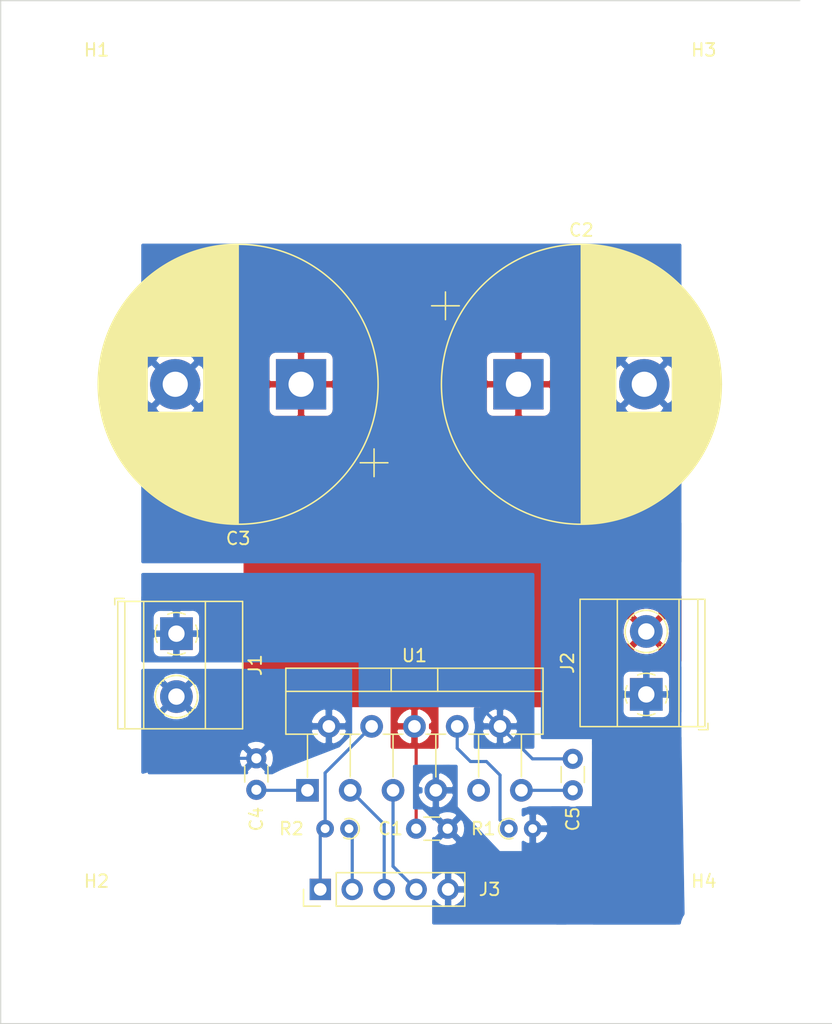
<source format=kicad_pcb>
(kicad_pcb (version 20171130) (host pcbnew "(5.1.10)-1")

  (general
    (thickness 1.6)
    (drawings 3)
    (tracks 31)
    (zones 0)
    (modules 15)
    (nets 13)
  )

  (page A4)
  (layers
    (0 F.Cu signal)
    (31 B.Cu signal)
    (32 B.Adhes user)
    (33 F.Adhes user)
    (34 B.Paste user)
    (35 F.Paste user)
    (36 B.SilkS user)
    (37 F.SilkS user)
    (38 B.Mask user)
    (39 F.Mask user)
    (40 Dwgs.User user)
    (41 Cmts.User user)
    (42 Eco1.User user)
    (43 Eco2.User user)
    (44 Edge.Cuts user)
    (45 Margin user)
    (46 B.CrtYd user)
    (47 F.CrtYd user)
    (48 B.Fab user)
    (49 F.Fab user)
  )

  (setup
    (last_trace_width 0.25)
    (trace_clearance 0.2)
    (zone_clearance 0.508)
    (zone_45_only no)
    (trace_min 0.2)
    (via_size 0.8)
    (via_drill 0.4)
    (via_min_size 0.4)
    (via_min_drill 0.3)
    (uvia_size 0.3)
    (uvia_drill 0.1)
    (uvias_allowed no)
    (uvia_min_size 0.2)
    (uvia_min_drill 0.1)
    (edge_width 0.1)
    (segment_width 0.2)
    (pcb_text_width 0.3)
    (pcb_text_size 1.5 1.5)
    (mod_edge_width 0.15)
    (mod_text_size 1 1)
    (mod_text_width 0.15)
    (pad_size 1.524 1.524)
    (pad_drill 0.762)
    (pad_to_mask_clearance 0)
    (aux_axis_origin 0 0)
    (visible_elements 7FFFFFFF)
    (pcbplotparams
      (layerselection 0x3ffff_ffffffff)
      (usegerberextensions true)
      (usegerberattributes false)
      (usegerberadvancedattributes false)
      (creategerberjobfile false)
      (excludeedgelayer true)
      (linewidth 0.150000)
      (plotframeref false)
      (viasonmask false)
      (mode 1)
      (useauxorigin false)
      (hpglpennumber 1)
      (hpglpenspeed 20)
      (hpglpendiameter 15.000000)
      (psnegative false)
      (psa4output false)
      (plotreference true)
      (plotvalue false)
      (plotinvisibletext false)
      (padsonsilk false)
      (subtractmaskfromsilk true)
      (outputformat 1)
      (mirror false)
      (drillshape 0)
      (scaleselection 1)
      (outputdirectory "plots/"))
  )

  (net 0 "")
  (net 1 GND)
  (net 2 "Net-(C4-Pad2)")
  (net 3 Rails0)
  (net 4 Rails1)
  (net 5 "Net-(C5-Pad1)")
  (net 6 "Net-(R1-Pad1)")
  (net 7 +18V)
  (net 8 GPIO27_RPi)
  (net 9 3V3_RPi)
  (net 10 5V_RPi)
  (net 11 GPIO17_RPi)
  (net 12 "Net-(U1-Pad9)")

  (net_class Default "This is the default net class."
    (clearance 0.2)
    (trace_width 0.25)
    (via_dia 0.8)
    (via_drill 0.4)
    (uvia_dia 0.3)
    (uvia_drill 0.1)
    (add_net +18V)
    (add_net 3V3_RPi)
    (add_net 5V_RPi)
    (add_net GND)
    (add_net GPIO17_RPi)
    (add_net GPIO27_RPi)
    (add_net "Net-(C4-Pad2)")
    (add_net "Net-(C5-Pad1)")
    (add_net "Net-(R1-Pad1)")
    (add_net "Net-(U1-Pad9)")
    (add_net Rails0)
    (add_net Rails1)
  )

  (module MountingHole:MountingHole_2.7mm_M2.5 (layer F.Cu) (tedit 56D1B4CB) (tstamp 617DAABD)
    (at 139.7 160.02)
    (descr "Mounting Hole 2.7mm, no annular, M2.5")
    (tags "mounting hole 2.7mm no annular m2.5")
    (path /617DAAF5)
    (attr virtual)
    (fp_text reference H4 (at 0 -3.7) (layer F.SilkS)
      (effects (font (size 1 1) (thickness 0.15)))
    )
    (fp_text value MountingHole (at 0 3.7) (layer F.Fab)
      (effects (font (size 1 1) (thickness 0.15)))
    )
    (fp_circle (center 0 0) (end 2.95 0) (layer F.CrtYd) (width 0.05))
    (fp_circle (center 0 0) (end 2.7 0) (layer Cmts.User) (width 0.15))
    (fp_text user %R (at 0.3 0) (layer F.Fab)
      (effects (font (size 1 1) (thickness 0.15)))
    )
    (pad 1 np_thru_hole circle (at 0 0) (size 2.7 2.7) (drill 2.7) (layers *.Cu *.Mask))
  )

  (module MountingHole:MountingHole_2.7mm_M2.5 (layer F.Cu) (tedit 56D1B4CB) (tstamp 617DAAA8)
    (at 139.7 93.98)
    (descr "Mounting Hole 2.7mm, no annular, M2.5")
    (tags "mounting hole 2.7mm no annular m2.5")
    (path /617D9FC3)
    (attr virtual)
    (fp_text reference H3 (at 0 -3.7) (layer F.SilkS)
      (effects (font (size 1 1) (thickness 0.15)))
    )
    (fp_text value MountingHole (at 0 3.7) (layer F.Fab)
      (effects (font (size 1 1) (thickness 0.15)))
    )
    (fp_circle (center 0 0) (end 2.95 0) (layer F.CrtYd) (width 0.05))
    (fp_circle (center 0 0) (end 2.7 0) (layer Cmts.User) (width 0.15))
    (fp_text user %R (at 0.3 0) (layer F.Fab)
      (effects (font (size 1 1) (thickness 0.15)))
    )
    (pad 1 np_thru_hole circle (at 0 0) (size 2.7 2.7) (drill 2.7) (layers *.Cu *.Mask))
  )

  (module MountingHole:MountingHole_2.7mm_M2.5 (layer F.Cu) (tedit 56D1B4CB) (tstamp 617DAA93)
    (at 91.44 160.02)
    (descr "Mounting Hole 2.7mm, no annular, M2.5")
    (tags "mounting hole 2.7mm no annular m2.5")
    (path /617DA6E2)
    (attr virtual)
    (fp_text reference H2 (at 0 -3.7) (layer F.SilkS)
      (effects (font (size 1 1) (thickness 0.15)))
    )
    (fp_text value MountingHole (at 0 3.7) (layer F.Fab)
      (effects (font (size 1 1) (thickness 0.15)))
    )
    (fp_circle (center 0 0) (end 2.95 0) (layer F.CrtYd) (width 0.05))
    (fp_circle (center 0 0) (end 2.7 0) (layer Cmts.User) (width 0.15))
    (fp_text user %R (at 0.3 0) (layer F.Fab)
      (effects (font (size 1 1) (thickness 0.15)))
    )
    (pad 1 np_thru_hole circle (at 0 0) (size 2.7 2.7) (drill 2.7) (layers *.Cu *.Mask))
  )

  (module MountingHole:MountingHole_2.7mm_M2.5 (layer F.Cu) (tedit 56D1B4CB) (tstamp 617DAAD2)
    (at 91.44 93.98)
    (descr "Mounting Hole 2.7mm, no annular, M2.5")
    (tags "mounting hole 2.7mm no annular m2.5")
    (path /617DA2CF)
    (attr virtual)
    (fp_text reference H1 (at 0 -3.7) (layer F.SilkS)
      (effects (font (size 1 1) (thickness 0.15)))
    )
    (fp_text value MountingHole (at 0 3.7) (layer F.Fab)
      (effects (font (size 1 1) (thickness 0.15)))
    )
    (fp_circle (center 0 0) (end 2.95 0) (layer F.CrtYd) (width 0.05))
    (fp_circle (center 0 0) (end 2.7 0) (layer Cmts.User) (width 0.15))
    (fp_text user %R (at 0.3 0) (layer F.Fab)
      (effects (font (size 1 1) (thickness 0.15)))
    )
    (pad 1 np_thru_hole circle (at 0 0) (size 2.7 2.7) (drill 2.7) (layers *.Cu *.Mask))
  )

  (module Connector_PinHeader_2.54mm:PinHeader_1x05_P2.54mm_Vertical (layer F.Cu) (tedit 59FED5CC) (tstamp 617E0FBB)
    (at 109.22 156.972 90)
    (descr "Through hole straight pin header, 1x05, 2.54mm pitch, single row")
    (tags "Through hole pin header THT 1x05 2.54mm single row")
    (path /617F4C97)
    (fp_text reference J3 (at 0 13.462 180) (layer F.SilkS)
      (effects (font (size 1 1) (thickness 0.15)))
    )
    (fp_text value "RPi Connect" (at -3.302 5.08 180) (layer F.Fab)
      (effects (font (size 1 1) (thickness 0.15)))
    )
    (fp_line (start 1.8 -1.8) (end -1.8 -1.8) (layer F.CrtYd) (width 0.05))
    (fp_line (start 1.8 11.95) (end 1.8 -1.8) (layer F.CrtYd) (width 0.05))
    (fp_line (start -1.8 11.95) (end 1.8 11.95) (layer F.CrtYd) (width 0.05))
    (fp_line (start -1.8 -1.8) (end -1.8 11.95) (layer F.CrtYd) (width 0.05))
    (fp_line (start -1.33 -1.33) (end 0 -1.33) (layer F.SilkS) (width 0.12))
    (fp_line (start -1.33 0) (end -1.33 -1.33) (layer F.SilkS) (width 0.12))
    (fp_line (start -1.33 1.27) (end 1.33 1.27) (layer F.SilkS) (width 0.12))
    (fp_line (start 1.33 1.27) (end 1.33 11.49) (layer F.SilkS) (width 0.12))
    (fp_line (start -1.33 1.27) (end -1.33 11.49) (layer F.SilkS) (width 0.12))
    (fp_line (start -1.33 11.49) (end 1.33 11.49) (layer F.SilkS) (width 0.12))
    (fp_line (start -1.27 -0.635) (end -0.635 -1.27) (layer F.Fab) (width 0.1))
    (fp_line (start -1.27 11.43) (end -1.27 -0.635) (layer F.Fab) (width 0.1))
    (fp_line (start 1.27 11.43) (end -1.27 11.43) (layer F.Fab) (width 0.1))
    (fp_line (start 1.27 -1.27) (end 1.27 11.43) (layer F.Fab) (width 0.1))
    (fp_line (start -0.635 -1.27) (end 1.27 -1.27) (layer F.Fab) (width 0.1))
    (fp_text user %R (at 0 5.08) (layer F.Fab)
      (effects (font (size 1 1) (thickness 0.15)))
    )
    (pad 5 thru_hole oval (at 0 10.16 90) (size 1.7 1.7) (drill 1) (layers *.Cu *.Mask)
      (net 1 GND))
    (pad 4 thru_hole oval (at 0 7.62 90) (size 1.7 1.7) (drill 1) (layers *.Cu *.Mask)
      (net 10 5V_RPi))
    (pad 3 thru_hole oval (at 0 5.08 90) (size 1.7 1.7) (drill 1) (layers *.Cu *.Mask)
      (net 11 GPIO17_RPi))
    (pad 2 thru_hole oval (at 0 2.54 90) (size 1.7 1.7) (drill 1) (layers *.Cu *.Mask)
      (net 9 3V3_RPi))
    (pad 1 thru_hole rect (at 0 0 90) (size 1.7 1.7) (drill 1) (layers *.Cu *.Mask)
      (net 8 GPIO27_RPi))
    (model ${KISYS3DMOD}/Connector_PinHeader_2.54mm.3dshapes/PinHeader_1x05_P2.54mm_Vertical.wrl
      (at (xyz 0 0 0))
      (scale (xyz 1 1 1))
      (rotate (xyz 0 0 0))
    )
  )

  (module TerminalBlock_Phoenix:TerminalBlock_Phoenix_MKDS-1,5-2_1x02_P5.00mm_Horizontal (layer F.Cu) (tedit 5B294EE5) (tstamp 617E0FA2)
    (at 135.128 141.478 90)
    (descr "Terminal Block Phoenix MKDS-1,5-2, 2 pins, pitch 5mm, size 10x9.8mm^2, drill diamater 1.3mm, pad diameter 2.6mm, see http://www.farnell.com/datasheets/100425.pdf, script-generated using https://github.com/pointhi/kicad-footprint-generator/scripts/TerminalBlock_Phoenix")
    (tags "THT Terminal Block Phoenix MKDS-1,5-2 pitch 5mm size 10x9.8mm^2 drill 1.3mm pad 2.6mm")
    (path /617E2F29)
    (fp_text reference J2 (at 2.5 -6.26 90) (layer F.SilkS)
      (effects (font (size 1 1) (thickness 0.15)))
    )
    (fp_text value Power (at 1.27 -9.144 90) (layer F.Fab)
      (effects (font (size 1 1) (thickness 0.15)))
    )
    (fp_line (start 8 -5.71) (end -3 -5.71) (layer F.CrtYd) (width 0.05))
    (fp_line (start 8 5.1) (end 8 -5.71) (layer F.CrtYd) (width 0.05))
    (fp_line (start -3 5.1) (end 8 5.1) (layer F.CrtYd) (width 0.05))
    (fp_line (start -3 -5.71) (end -3 5.1) (layer F.CrtYd) (width 0.05))
    (fp_line (start -2.8 4.9) (end -2.3 4.9) (layer F.SilkS) (width 0.12))
    (fp_line (start -2.8 4.16) (end -2.8 4.9) (layer F.SilkS) (width 0.12))
    (fp_line (start 3.773 1.023) (end 3.726 1.069) (layer F.SilkS) (width 0.12))
    (fp_line (start 6.07 -1.275) (end 6.035 -1.239) (layer F.SilkS) (width 0.12))
    (fp_line (start 3.966 1.239) (end 3.931 1.274) (layer F.SilkS) (width 0.12))
    (fp_line (start 6.275 -1.069) (end 6.228 -1.023) (layer F.SilkS) (width 0.12))
    (fp_line (start 5.955 -1.138) (end 3.863 0.955) (layer F.Fab) (width 0.1))
    (fp_line (start 6.138 -0.955) (end 4.046 1.138) (layer F.Fab) (width 0.1))
    (fp_line (start 0.955 -1.138) (end -1.138 0.955) (layer F.Fab) (width 0.1))
    (fp_line (start 1.138 -0.955) (end -0.955 1.138) (layer F.Fab) (width 0.1))
    (fp_line (start 7.56 -5.261) (end 7.56 4.66) (layer F.SilkS) (width 0.12))
    (fp_line (start -2.56 -5.261) (end -2.56 4.66) (layer F.SilkS) (width 0.12))
    (fp_line (start -2.56 4.66) (end 7.56 4.66) (layer F.SilkS) (width 0.12))
    (fp_line (start -2.56 -5.261) (end 7.56 -5.261) (layer F.SilkS) (width 0.12))
    (fp_line (start -2.56 -2.301) (end 7.56 -2.301) (layer F.SilkS) (width 0.12))
    (fp_line (start -2.5 -2.3) (end 7.5 -2.3) (layer F.Fab) (width 0.1))
    (fp_line (start -2.56 2.6) (end 7.56 2.6) (layer F.SilkS) (width 0.12))
    (fp_line (start -2.5 2.6) (end 7.5 2.6) (layer F.Fab) (width 0.1))
    (fp_line (start -2.56 4.1) (end 7.56 4.1) (layer F.SilkS) (width 0.12))
    (fp_line (start -2.5 4.1) (end 7.5 4.1) (layer F.Fab) (width 0.1))
    (fp_line (start -2.5 4.1) (end -2.5 -5.2) (layer F.Fab) (width 0.1))
    (fp_line (start -2 4.6) (end -2.5 4.1) (layer F.Fab) (width 0.1))
    (fp_line (start 7.5 4.6) (end -2 4.6) (layer F.Fab) (width 0.1))
    (fp_line (start 7.5 -5.2) (end 7.5 4.6) (layer F.Fab) (width 0.1))
    (fp_line (start -2.5 -5.2) (end 7.5 -5.2) (layer F.Fab) (width 0.1))
    (fp_circle (center 5 0) (end 6.68 0) (layer F.SilkS) (width 0.12))
    (fp_circle (center 5 0) (end 6.5 0) (layer F.Fab) (width 0.1))
    (fp_circle (center 0 0) (end 1.5 0) (layer F.Fab) (width 0.1))
    (fp_text user %R (at 2.5 3.2 90) (layer F.Fab)
      (effects (font (size 1 1) (thickness 0.15)))
    )
    (fp_arc (start 0 0) (end -0.684 1.535) (angle -25) (layer F.SilkS) (width 0.12))
    (fp_arc (start 0 0) (end -1.535 -0.684) (angle -48) (layer F.SilkS) (width 0.12))
    (fp_arc (start 0 0) (end 0.684 -1.535) (angle -48) (layer F.SilkS) (width 0.12))
    (fp_arc (start 0 0) (end 1.535 0.684) (angle -48) (layer F.SilkS) (width 0.12))
    (fp_arc (start 0 0) (end 0 1.68) (angle -24) (layer F.SilkS) (width 0.12))
    (pad 2 thru_hole circle (at 5 0 90) (size 2.6 2.6) (drill 1.3) (layers *.Cu *.Mask)
      (net 7 +18V))
    (pad 1 thru_hole rect (at 0 0 90) (size 2.6 2.6) (drill 1.3) (layers *.Cu *.Mask)
      (net 1 GND))
    (model ${KISYS3DMOD}/TerminalBlock_Phoenix.3dshapes/TerminalBlock_Phoenix_MKDS-1,5-2_1x02_P5.00mm_Horizontal.wrl
      (at (xyz 0 0 0))
      (scale (xyz 1 1 1))
      (rotate (xyz 0 0 0))
    )
  )

  (module Capacitor_THT:CP_Radial_D22.0mm_P10.00mm_SnapIn (layer F.Cu) (tedit 5AE50EF1) (tstamp 617DD7A6)
    (at 107.696 116.84 180)
    (descr "CP, Radial series, Radial, pin pitch=10.00mm, , diameter=22mm, Electrolytic Capacitor, , http://www.vishay.com/docs/28342/058059pll-si.pdf")
    (tags "CP Radial series Radial pin pitch 10.00mm  diameter 22mm Electrolytic Capacitor")
    (path /617FDA35)
    (fp_text reference C3 (at 5 -12.25) (layer F.SilkS)
      (effects (font (size 1 1) (thickness 0.15)))
    )
    (fp_text value 4.7m (at 5 12.25) (layer F.Fab)
      (effects (font (size 1 1) (thickness 0.15)))
    )
    (fp_line (start -5.799337 -7.335) (end -5.799337 -5.135) (layer F.SilkS) (width 0.12))
    (fp_line (start -6.899337 -6.235) (end -4.699337 -6.235) (layer F.SilkS) (width 0.12))
    (fp_line (start 16.12 -0.04) (end 16.12 0.04) (layer F.SilkS) (width 0.12))
    (fp_line (start 16.08 -0.903) (end 16.08 0.903) (layer F.SilkS) (width 0.12))
    (fp_line (start 16.04 -1.292) (end 16.04 1.292) (layer F.SilkS) (width 0.12))
    (fp_line (start 16 -1.59) (end 16 1.59) (layer F.SilkS) (width 0.12))
    (fp_line (start 15.96 -1.84) (end 15.96 1.84) (layer F.SilkS) (width 0.12))
    (fp_line (start 15.92 -2.06) (end 15.92 2.06) (layer F.SilkS) (width 0.12))
    (fp_line (start 15.88 -2.258) (end 15.88 2.258) (layer F.SilkS) (width 0.12))
    (fp_line (start 15.84 -2.44) (end 15.84 2.44) (layer F.SilkS) (width 0.12))
    (fp_line (start 15.8 -2.609) (end 15.8 2.609) (layer F.SilkS) (width 0.12))
    (fp_line (start 15.76 -2.767) (end 15.76 2.767) (layer F.SilkS) (width 0.12))
    (fp_line (start 15.72 -2.916) (end 15.72 2.916) (layer F.SilkS) (width 0.12))
    (fp_line (start 15.68 -3.058) (end 15.68 3.058) (layer F.SilkS) (width 0.12))
    (fp_line (start 15.64 -3.192) (end 15.64 3.192) (layer F.SilkS) (width 0.12))
    (fp_line (start 15.6 -3.321) (end 15.6 3.321) (layer F.SilkS) (width 0.12))
    (fp_line (start 15.56 -3.445) (end 15.56 3.445) (layer F.SilkS) (width 0.12))
    (fp_line (start 15.52 -3.564) (end 15.52 3.564) (layer F.SilkS) (width 0.12))
    (fp_line (start 15.48 -3.679) (end 15.48 3.679) (layer F.SilkS) (width 0.12))
    (fp_line (start 15.44 -3.789) (end 15.44 3.789) (layer F.SilkS) (width 0.12))
    (fp_line (start 15.4 -3.897) (end 15.4 3.897) (layer F.SilkS) (width 0.12))
    (fp_line (start 15.36 -4.001) (end 15.36 4.001) (layer F.SilkS) (width 0.12))
    (fp_line (start 15.32 -4.102) (end 15.32 4.102) (layer F.SilkS) (width 0.12))
    (fp_line (start 15.28 -4.2) (end 15.28 4.2) (layer F.SilkS) (width 0.12))
    (fp_line (start 15.24 -4.296) (end 15.24 4.296) (layer F.SilkS) (width 0.12))
    (fp_line (start 15.2 -4.389) (end 15.2 4.389) (layer F.SilkS) (width 0.12))
    (fp_line (start 15.16 -4.48) (end 15.16 4.48) (layer F.SilkS) (width 0.12))
    (fp_line (start 15.12 -4.569) (end 15.12 4.569) (layer F.SilkS) (width 0.12))
    (fp_line (start 15.08 -4.656) (end 15.08 4.656) (layer F.SilkS) (width 0.12))
    (fp_line (start 15.04 -4.741) (end 15.04 4.741) (layer F.SilkS) (width 0.12))
    (fp_line (start 15 -4.824) (end 15 4.824) (layer F.SilkS) (width 0.12))
    (fp_line (start 14.96 -4.905) (end 14.96 4.905) (layer F.SilkS) (width 0.12))
    (fp_line (start 14.92 -4.985) (end 14.92 4.985) (layer F.SilkS) (width 0.12))
    (fp_line (start 14.88 -5.063) (end 14.88 5.063) (layer F.SilkS) (width 0.12))
    (fp_line (start 14.84 -5.14) (end 14.84 5.14) (layer F.SilkS) (width 0.12))
    (fp_line (start 14.8 -5.215) (end 14.8 5.215) (layer F.SilkS) (width 0.12))
    (fp_line (start 14.76 -5.289) (end 14.76 5.289) (layer F.SilkS) (width 0.12))
    (fp_line (start 14.72 -5.362) (end 14.72 5.362) (layer F.SilkS) (width 0.12))
    (fp_line (start 14.68 -5.433) (end 14.68 5.433) (layer F.SilkS) (width 0.12))
    (fp_line (start 14.64 -5.503) (end 14.64 5.503) (layer F.SilkS) (width 0.12))
    (fp_line (start 14.6 -5.572) (end 14.6 5.572) (layer F.SilkS) (width 0.12))
    (fp_line (start 14.56 -5.64) (end 14.56 5.64) (layer F.SilkS) (width 0.12))
    (fp_line (start 14.52 -5.707) (end 14.52 5.707) (layer F.SilkS) (width 0.12))
    (fp_line (start 14.48 -5.773) (end 14.48 5.773) (layer F.SilkS) (width 0.12))
    (fp_line (start 14.44 -5.838) (end 14.44 5.838) (layer F.SilkS) (width 0.12))
    (fp_line (start 14.4 -5.901) (end 14.4 5.901) (layer F.SilkS) (width 0.12))
    (fp_line (start 14.36 -5.964) (end 14.36 5.964) (layer F.SilkS) (width 0.12))
    (fp_line (start 14.32 -6.026) (end 14.32 6.026) (layer F.SilkS) (width 0.12))
    (fp_line (start 14.28 -6.087) (end 14.28 6.087) (layer F.SilkS) (width 0.12))
    (fp_line (start 14.24 -6.147) (end 14.24 6.147) (layer F.SilkS) (width 0.12))
    (fp_line (start 14.2 -6.207) (end 14.2 6.207) (layer F.SilkS) (width 0.12))
    (fp_line (start 14.16 -6.265) (end 14.16 6.265) (layer F.SilkS) (width 0.12))
    (fp_line (start 14.12 -6.323) (end 14.12 6.323) (layer F.SilkS) (width 0.12))
    (fp_line (start 14.08 -6.38) (end 14.08 6.38) (layer F.SilkS) (width 0.12))
    (fp_line (start 14.04 -6.436) (end 14.04 6.436) (layer F.SilkS) (width 0.12))
    (fp_line (start 14 -6.492) (end 14 6.492) (layer F.SilkS) (width 0.12))
    (fp_line (start 13.96 -6.546) (end 13.96 6.546) (layer F.SilkS) (width 0.12))
    (fp_line (start 13.92 -6.6) (end 13.92 6.6) (layer F.SilkS) (width 0.12))
    (fp_line (start 13.88 -6.654) (end 13.88 6.654) (layer F.SilkS) (width 0.12))
    (fp_line (start 13.84 -6.707) (end 13.84 6.707) (layer F.SilkS) (width 0.12))
    (fp_line (start 13.8 -6.759) (end 13.8 6.759) (layer F.SilkS) (width 0.12))
    (fp_line (start 13.76 -6.81) (end 13.76 6.81) (layer F.SilkS) (width 0.12))
    (fp_line (start 13.72 -6.861) (end 13.72 6.861) (layer F.SilkS) (width 0.12))
    (fp_line (start 13.68 -6.911) (end 13.68 6.911) (layer F.SilkS) (width 0.12))
    (fp_line (start 13.64 -6.961) (end 13.64 6.961) (layer F.SilkS) (width 0.12))
    (fp_line (start 13.6 -7.01) (end 13.6 7.01) (layer F.SilkS) (width 0.12))
    (fp_line (start 13.56 -7.058) (end 13.56 7.058) (layer F.SilkS) (width 0.12))
    (fp_line (start 13.52 -7.106) (end 13.52 7.106) (layer F.SilkS) (width 0.12))
    (fp_line (start 13.48 -7.154) (end 13.48 7.154) (layer F.SilkS) (width 0.12))
    (fp_line (start 13.44 -7.201) (end 13.44 7.201) (layer F.SilkS) (width 0.12))
    (fp_line (start 13.4 -7.247) (end 13.4 7.247) (layer F.SilkS) (width 0.12))
    (fp_line (start 13.36 -7.293) (end 13.36 7.293) (layer F.SilkS) (width 0.12))
    (fp_line (start 13.32 -7.338) (end 13.32 7.338) (layer F.SilkS) (width 0.12))
    (fp_line (start 13.28 -7.383) (end 13.28 7.383) (layer F.SilkS) (width 0.12))
    (fp_line (start 13.24 -7.428) (end 13.24 7.428) (layer F.SilkS) (width 0.12))
    (fp_line (start 13.2 -7.471) (end 13.2 7.471) (layer F.SilkS) (width 0.12))
    (fp_line (start 13.161 -7.515) (end 13.161 7.515) (layer F.SilkS) (width 0.12))
    (fp_line (start 13.121 -7.558) (end 13.121 7.558) (layer F.SilkS) (width 0.12))
    (fp_line (start 13.081 -7.6) (end 13.081 7.6) (layer F.SilkS) (width 0.12))
    (fp_line (start 13.041 -7.642) (end 13.041 7.642) (layer F.SilkS) (width 0.12))
    (fp_line (start 13.001 -7.684) (end 13.001 7.684) (layer F.SilkS) (width 0.12))
    (fp_line (start 12.961 -7.725) (end 12.961 7.725) (layer F.SilkS) (width 0.12))
    (fp_line (start 12.921 -7.766) (end 12.921 7.766) (layer F.SilkS) (width 0.12))
    (fp_line (start 12.881 -7.807) (end 12.881 7.807) (layer F.SilkS) (width 0.12))
    (fp_line (start 12.841 -7.846) (end 12.841 7.846) (layer F.SilkS) (width 0.12))
    (fp_line (start 12.801 -7.886) (end 12.801 7.886) (layer F.SilkS) (width 0.12))
    (fp_line (start 12.761 -7.925) (end 12.761 7.925) (layer F.SilkS) (width 0.12))
    (fp_line (start 12.721 -7.964) (end 12.721 7.964) (layer F.SilkS) (width 0.12))
    (fp_line (start 12.681 -8.002) (end 12.681 8.002) (layer F.SilkS) (width 0.12))
    (fp_line (start 12.641 -8.04) (end 12.641 8.04) (layer F.SilkS) (width 0.12))
    (fp_line (start 12.601 -8.078) (end 12.601 8.078) (layer F.SilkS) (width 0.12))
    (fp_line (start 12.561 -8.115) (end 12.561 8.115) (layer F.SilkS) (width 0.12))
    (fp_line (start 12.521 -8.152) (end 12.521 8.152) (layer F.SilkS) (width 0.12))
    (fp_line (start 12.481 -8.189) (end 12.481 8.189) (layer F.SilkS) (width 0.12))
    (fp_line (start 12.441 -8.225) (end 12.441 8.225) (layer F.SilkS) (width 0.12))
    (fp_line (start 12.401 -8.261) (end 12.401 8.261) (layer F.SilkS) (width 0.12))
    (fp_line (start 12.361 -8.296) (end 12.361 8.296) (layer F.SilkS) (width 0.12))
    (fp_line (start 12.321 -8.331) (end 12.321 8.331) (layer F.SilkS) (width 0.12))
    (fp_line (start 12.281 -8.366) (end 12.281 8.366) (layer F.SilkS) (width 0.12))
    (fp_line (start 12.241 -8.401) (end 12.241 8.401) (layer F.SilkS) (width 0.12))
    (fp_line (start 12.201 2.24) (end 12.201 8.435) (layer F.SilkS) (width 0.12))
    (fp_line (start 12.201 -8.435) (end 12.201 -2.24) (layer F.SilkS) (width 0.12))
    (fp_line (start 12.161 2.24) (end 12.161 8.469) (layer F.SilkS) (width 0.12))
    (fp_line (start 12.161 -8.469) (end 12.161 -2.24) (layer F.SilkS) (width 0.12))
    (fp_line (start 12.121 2.24) (end 12.121 8.502) (layer F.SilkS) (width 0.12))
    (fp_line (start 12.121 -8.502) (end 12.121 -2.24) (layer F.SilkS) (width 0.12))
    (fp_line (start 12.081 2.24) (end 12.081 8.535) (layer F.SilkS) (width 0.12))
    (fp_line (start 12.081 -8.535) (end 12.081 -2.24) (layer F.SilkS) (width 0.12))
    (fp_line (start 12.041 2.24) (end 12.041 8.568) (layer F.SilkS) (width 0.12))
    (fp_line (start 12.041 -8.568) (end 12.041 -2.24) (layer F.SilkS) (width 0.12))
    (fp_line (start 12.001 2.24) (end 12.001 8.601) (layer F.SilkS) (width 0.12))
    (fp_line (start 12.001 -8.601) (end 12.001 -2.24) (layer F.SilkS) (width 0.12))
    (fp_line (start 11.961 2.24) (end 11.961 8.633) (layer F.SilkS) (width 0.12))
    (fp_line (start 11.961 -8.633) (end 11.961 -2.24) (layer F.SilkS) (width 0.12))
    (fp_line (start 11.921 2.24) (end 11.921 8.665) (layer F.SilkS) (width 0.12))
    (fp_line (start 11.921 -8.665) (end 11.921 -2.24) (layer F.SilkS) (width 0.12))
    (fp_line (start 11.881 2.24) (end 11.881 8.697) (layer F.SilkS) (width 0.12))
    (fp_line (start 11.881 -8.697) (end 11.881 -2.24) (layer F.SilkS) (width 0.12))
    (fp_line (start 11.841 2.24) (end 11.841 8.728) (layer F.SilkS) (width 0.12))
    (fp_line (start 11.841 -8.728) (end 11.841 -2.24) (layer F.SilkS) (width 0.12))
    (fp_line (start 11.801 2.24) (end 11.801 8.759) (layer F.SilkS) (width 0.12))
    (fp_line (start 11.801 -8.759) (end 11.801 -2.24) (layer F.SilkS) (width 0.12))
    (fp_line (start 11.761 2.24) (end 11.761 8.79) (layer F.SilkS) (width 0.12))
    (fp_line (start 11.761 -8.79) (end 11.761 -2.24) (layer F.SilkS) (width 0.12))
    (fp_line (start 11.721 2.24) (end 11.721 8.82) (layer F.SilkS) (width 0.12))
    (fp_line (start 11.721 -8.82) (end 11.721 -2.24) (layer F.SilkS) (width 0.12))
    (fp_line (start 11.681 2.24) (end 11.681 8.85) (layer F.SilkS) (width 0.12))
    (fp_line (start 11.681 -8.85) (end 11.681 -2.24) (layer F.SilkS) (width 0.12))
    (fp_line (start 11.641 2.24) (end 11.641 8.88) (layer F.SilkS) (width 0.12))
    (fp_line (start 11.641 -8.88) (end 11.641 -2.24) (layer F.SilkS) (width 0.12))
    (fp_line (start 11.601 2.24) (end 11.601 8.91) (layer F.SilkS) (width 0.12))
    (fp_line (start 11.601 -8.91) (end 11.601 -2.24) (layer F.SilkS) (width 0.12))
    (fp_line (start 11.561 2.24) (end 11.561 8.939) (layer F.SilkS) (width 0.12))
    (fp_line (start 11.561 -8.939) (end 11.561 -2.24) (layer F.SilkS) (width 0.12))
    (fp_line (start 11.521 2.24) (end 11.521 8.968) (layer F.SilkS) (width 0.12))
    (fp_line (start 11.521 -8.968) (end 11.521 -2.24) (layer F.SilkS) (width 0.12))
    (fp_line (start 11.481 2.24) (end 11.481 8.997) (layer F.SilkS) (width 0.12))
    (fp_line (start 11.481 -8.997) (end 11.481 -2.24) (layer F.SilkS) (width 0.12))
    (fp_line (start 11.441 2.24) (end 11.441 9.026) (layer F.SilkS) (width 0.12))
    (fp_line (start 11.441 -9.026) (end 11.441 -2.24) (layer F.SilkS) (width 0.12))
    (fp_line (start 11.401 2.24) (end 11.401 9.054) (layer F.SilkS) (width 0.12))
    (fp_line (start 11.401 -9.054) (end 11.401 -2.24) (layer F.SilkS) (width 0.12))
    (fp_line (start 11.361 2.24) (end 11.361 9.082) (layer F.SilkS) (width 0.12))
    (fp_line (start 11.361 -9.082) (end 11.361 -2.24) (layer F.SilkS) (width 0.12))
    (fp_line (start 11.321 2.24) (end 11.321 9.11) (layer F.SilkS) (width 0.12))
    (fp_line (start 11.321 -9.11) (end 11.321 -2.24) (layer F.SilkS) (width 0.12))
    (fp_line (start 11.281 2.24) (end 11.281 9.137) (layer F.SilkS) (width 0.12))
    (fp_line (start 11.281 -9.137) (end 11.281 -2.24) (layer F.SilkS) (width 0.12))
    (fp_line (start 11.241 2.24) (end 11.241 9.165) (layer F.SilkS) (width 0.12))
    (fp_line (start 11.241 -9.165) (end 11.241 -2.24) (layer F.SilkS) (width 0.12))
    (fp_line (start 11.201 2.24) (end 11.201 9.192) (layer F.SilkS) (width 0.12))
    (fp_line (start 11.201 -9.192) (end 11.201 -2.24) (layer F.SilkS) (width 0.12))
    (fp_line (start 11.161 2.24) (end 11.161 9.218) (layer F.SilkS) (width 0.12))
    (fp_line (start 11.161 -9.218) (end 11.161 -2.24) (layer F.SilkS) (width 0.12))
    (fp_line (start 11.121 2.24) (end 11.121 9.245) (layer F.SilkS) (width 0.12))
    (fp_line (start 11.121 -9.245) (end 11.121 -2.24) (layer F.SilkS) (width 0.12))
    (fp_line (start 11.081 2.24) (end 11.081 9.271) (layer F.SilkS) (width 0.12))
    (fp_line (start 11.081 -9.271) (end 11.081 -2.24) (layer F.SilkS) (width 0.12))
    (fp_line (start 11.041 2.24) (end 11.041 9.297) (layer F.SilkS) (width 0.12))
    (fp_line (start 11.041 -9.297) (end 11.041 -2.24) (layer F.SilkS) (width 0.12))
    (fp_line (start 11.001 2.24) (end 11.001 9.323) (layer F.SilkS) (width 0.12))
    (fp_line (start 11.001 -9.323) (end 11.001 -2.24) (layer F.SilkS) (width 0.12))
    (fp_line (start 10.961 2.24) (end 10.961 9.348) (layer F.SilkS) (width 0.12))
    (fp_line (start 10.961 -9.348) (end 10.961 -2.24) (layer F.SilkS) (width 0.12))
    (fp_line (start 10.921 2.24) (end 10.921 9.374) (layer F.SilkS) (width 0.12))
    (fp_line (start 10.921 -9.374) (end 10.921 -2.24) (layer F.SilkS) (width 0.12))
    (fp_line (start 10.881 2.24) (end 10.881 9.399) (layer F.SilkS) (width 0.12))
    (fp_line (start 10.881 -9.399) (end 10.881 -2.24) (layer F.SilkS) (width 0.12))
    (fp_line (start 10.841 2.24) (end 10.841 9.424) (layer F.SilkS) (width 0.12))
    (fp_line (start 10.841 -9.424) (end 10.841 -2.24) (layer F.SilkS) (width 0.12))
    (fp_line (start 10.801 2.24) (end 10.801 9.448) (layer F.SilkS) (width 0.12))
    (fp_line (start 10.801 -9.448) (end 10.801 -2.24) (layer F.SilkS) (width 0.12))
    (fp_line (start 10.761 2.24) (end 10.761 9.472) (layer F.SilkS) (width 0.12))
    (fp_line (start 10.761 -9.472) (end 10.761 -2.24) (layer F.SilkS) (width 0.12))
    (fp_line (start 10.721 2.24) (end 10.721 9.497) (layer F.SilkS) (width 0.12))
    (fp_line (start 10.721 -9.497) (end 10.721 -2.24) (layer F.SilkS) (width 0.12))
    (fp_line (start 10.681 2.24) (end 10.681 9.52) (layer F.SilkS) (width 0.12))
    (fp_line (start 10.681 -9.52) (end 10.681 -2.24) (layer F.SilkS) (width 0.12))
    (fp_line (start 10.641 2.24) (end 10.641 9.544) (layer F.SilkS) (width 0.12))
    (fp_line (start 10.641 -9.544) (end 10.641 -2.24) (layer F.SilkS) (width 0.12))
    (fp_line (start 10.601 2.24) (end 10.601 9.567) (layer F.SilkS) (width 0.12))
    (fp_line (start 10.601 -9.567) (end 10.601 -2.24) (layer F.SilkS) (width 0.12))
    (fp_line (start 10.561 2.24) (end 10.561 9.591) (layer F.SilkS) (width 0.12))
    (fp_line (start 10.561 -9.591) (end 10.561 -2.24) (layer F.SilkS) (width 0.12))
    (fp_line (start 10.521 2.24) (end 10.521 9.614) (layer F.SilkS) (width 0.12))
    (fp_line (start 10.521 -9.614) (end 10.521 -2.24) (layer F.SilkS) (width 0.12))
    (fp_line (start 10.481 2.24) (end 10.481 9.636) (layer F.SilkS) (width 0.12))
    (fp_line (start 10.481 -9.636) (end 10.481 -2.24) (layer F.SilkS) (width 0.12))
    (fp_line (start 10.441 2.24) (end 10.441 9.659) (layer F.SilkS) (width 0.12))
    (fp_line (start 10.441 -9.659) (end 10.441 -2.24) (layer F.SilkS) (width 0.12))
    (fp_line (start 10.401 2.24) (end 10.401 9.681) (layer F.SilkS) (width 0.12))
    (fp_line (start 10.401 -9.681) (end 10.401 -2.24) (layer F.SilkS) (width 0.12))
    (fp_line (start 10.361 2.24) (end 10.361 9.703) (layer F.SilkS) (width 0.12))
    (fp_line (start 10.361 -9.703) (end 10.361 -2.24) (layer F.SilkS) (width 0.12))
    (fp_line (start 10.321 2.24) (end 10.321 9.725) (layer F.SilkS) (width 0.12))
    (fp_line (start 10.321 -9.725) (end 10.321 -2.24) (layer F.SilkS) (width 0.12))
    (fp_line (start 10.281 2.24) (end 10.281 9.747) (layer F.SilkS) (width 0.12))
    (fp_line (start 10.281 -9.747) (end 10.281 -2.24) (layer F.SilkS) (width 0.12))
    (fp_line (start 10.241 2.24) (end 10.241 9.768) (layer F.SilkS) (width 0.12))
    (fp_line (start 10.241 -9.768) (end 10.241 -2.24) (layer F.SilkS) (width 0.12))
    (fp_line (start 10.201 2.24) (end 10.201 9.79) (layer F.SilkS) (width 0.12))
    (fp_line (start 10.201 -9.79) (end 10.201 -2.24) (layer F.SilkS) (width 0.12))
    (fp_line (start 10.161 2.24) (end 10.161 9.811) (layer F.SilkS) (width 0.12))
    (fp_line (start 10.161 -9.811) (end 10.161 -2.24) (layer F.SilkS) (width 0.12))
    (fp_line (start 10.121 2.24) (end 10.121 9.832) (layer F.SilkS) (width 0.12))
    (fp_line (start 10.121 -9.832) (end 10.121 -2.24) (layer F.SilkS) (width 0.12))
    (fp_line (start 10.081 2.24) (end 10.081 9.852) (layer F.SilkS) (width 0.12))
    (fp_line (start 10.081 -9.852) (end 10.081 -2.24) (layer F.SilkS) (width 0.12))
    (fp_line (start 10.041 2.24) (end 10.041 9.873) (layer F.SilkS) (width 0.12))
    (fp_line (start 10.041 -9.873) (end 10.041 -2.24) (layer F.SilkS) (width 0.12))
    (fp_line (start 10.001 2.24) (end 10.001 9.893) (layer F.SilkS) (width 0.12))
    (fp_line (start 10.001 -9.893) (end 10.001 -2.24) (layer F.SilkS) (width 0.12))
    (fp_line (start 9.961 2.24) (end 9.961 9.913) (layer F.SilkS) (width 0.12))
    (fp_line (start 9.961 -9.913) (end 9.961 -2.24) (layer F.SilkS) (width 0.12))
    (fp_line (start 9.921 2.24) (end 9.921 9.933) (layer F.SilkS) (width 0.12))
    (fp_line (start 9.921 -9.933) (end 9.921 -2.24) (layer F.SilkS) (width 0.12))
    (fp_line (start 9.881 2.24) (end 9.881 9.952) (layer F.SilkS) (width 0.12))
    (fp_line (start 9.881 -9.952) (end 9.881 -2.24) (layer F.SilkS) (width 0.12))
    (fp_line (start 9.841 2.24) (end 9.841 9.972) (layer F.SilkS) (width 0.12))
    (fp_line (start 9.841 -9.972) (end 9.841 -2.24) (layer F.SilkS) (width 0.12))
    (fp_line (start 9.801 2.24) (end 9.801 9.991) (layer F.SilkS) (width 0.12))
    (fp_line (start 9.801 -9.991) (end 9.801 -2.24) (layer F.SilkS) (width 0.12))
    (fp_line (start 9.761 2.24) (end 9.761 10.01) (layer F.SilkS) (width 0.12))
    (fp_line (start 9.761 -10.01) (end 9.761 -2.24) (layer F.SilkS) (width 0.12))
    (fp_line (start 9.721 2.24) (end 9.721 10.029) (layer F.SilkS) (width 0.12))
    (fp_line (start 9.721 -10.029) (end 9.721 -2.24) (layer F.SilkS) (width 0.12))
    (fp_line (start 9.681 2.24) (end 9.681 10.048) (layer F.SilkS) (width 0.12))
    (fp_line (start 9.681 -10.048) (end 9.681 -2.24) (layer F.SilkS) (width 0.12))
    (fp_line (start 9.641 2.24) (end 9.641 10.066) (layer F.SilkS) (width 0.12))
    (fp_line (start 9.641 -10.066) (end 9.641 -2.24) (layer F.SilkS) (width 0.12))
    (fp_line (start 9.601 2.24) (end 9.601 10.084) (layer F.SilkS) (width 0.12))
    (fp_line (start 9.601 -10.084) (end 9.601 -2.24) (layer F.SilkS) (width 0.12))
    (fp_line (start 9.561 2.24) (end 9.561 10.103) (layer F.SilkS) (width 0.12))
    (fp_line (start 9.561 -10.103) (end 9.561 -2.24) (layer F.SilkS) (width 0.12))
    (fp_line (start 9.521 2.24) (end 9.521 10.12) (layer F.SilkS) (width 0.12))
    (fp_line (start 9.521 -10.12) (end 9.521 -2.24) (layer F.SilkS) (width 0.12))
    (fp_line (start 9.481 2.24) (end 9.481 10.138) (layer F.SilkS) (width 0.12))
    (fp_line (start 9.481 -10.138) (end 9.481 -2.24) (layer F.SilkS) (width 0.12))
    (fp_line (start 9.441 2.24) (end 9.441 10.156) (layer F.SilkS) (width 0.12))
    (fp_line (start 9.441 -10.156) (end 9.441 -2.24) (layer F.SilkS) (width 0.12))
    (fp_line (start 9.401 2.24) (end 9.401 10.173) (layer F.SilkS) (width 0.12))
    (fp_line (start 9.401 -10.173) (end 9.401 -2.24) (layer F.SilkS) (width 0.12))
    (fp_line (start 9.361 2.24) (end 9.361 10.19) (layer F.SilkS) (width 0.12))
    (fp_line (start 9.361 -10.19) (end 9.361 -2.24) (layer F.SilkS) (width 0.12))
    (fp_line (start 9.321 2.24) (end 9.321 10.207) (layer F.SilkS) (width 0.12))
    (fp_line (start 9.321 -10.207) (end 9.321 -2.24) (layer F.SilkS) (width 0.12))
    (fp_line (start 9.281 2.24) (end 9.281 10.224) (layer F.SilkS) (width 0.12))
    (fp_line (start 9.281 -10.224) (end 9.281 -2.24) (layer F.SilkS) (width 0.12))
    (fp_line (start 9.241 2.24) (end 9.241 10.24) (layer F.SilkS) (width 0.12))
    (fp_line (start 9.241 -10.24) (end 9.241 -2.24) (layer F.SilkS) (width 0.12))
    (fp_line (start 9.201 2.24) (end 9.201 10.257) (layer F.SilkS) (width 0.12))
    (fp_line (start 9.201 -10.257) (end 9.201 -2.24) (layer F.SilkS) (width 0.12))
    (fp_line (start 9.161 2.24) (end 9.161 10.273) (layer F.SilkS) (width 0.12))
    (fp_line (start 9.161 -10.273) (end 9.161 -2.24) (layer F.SilkS) (width 0.12))
    (fp_line (start 9.121 2.24) (end 9.121 10.289) (layer F.SilkS) (width 0.12))
    (fp_line (start 9.121 -10.289) (end 9.121 -2.24) (layer F.SilkS) (width 0.12))
    (fp_line (start 9.081 2.24) (end 9.081 10.305) (layer F.SilkS) (width 0.12))
    (fp_line (start 9.081 -10.305) (end 9.081 -2.24) (layer F.SilkS) (width 0.12))
    (fp_line (start 9.041 2.24) (end 9.041 10.321) (layer F.SilkS) (width 0.12))
    (fp_line (start 9.041 -10.321) (end 9.041 -2.24) (layer F.SilkS) (width 0.12))
    (fp_line (start 9.001 2.24) (end 9.001 10.336) (layer F.SilkS) (width 0.12))
    (fp_line (start 9.001 -10.336) (end 9.001 -2.24) (layer F.SilkS) (width 0.12))
    (fp_line (start 8.961 2.24) (end 8.961 10.351) (layer F.SilkS) (width 0.12))
    (fp_line (start 8.961 -10.351) (end 8.961 -2.24) (layer F.SilkS) (width 0.12))
    (fp_line (start 8.921 2.24) (end 8.921 10.367) (layer F.SilkS) (width 0.12))
    (fp_line (start 8.921 -10.367) (end 8.921 -2.24) (layer F.SilkS) (width 0.12))
    (fp_line (start 8.881 2.24) (end 8.881 10.382) (layer F.SilkS) (width 0.12))
    (fp_line (start 8.881 -10.382) (end 8.881 -2.24) (layer F.SilkS) (width 0.12))
    (fp_line (start 8.841 2.24) (end 8.841 10.396) (layer F.SilkS) (width 0.12))
    (fp_line (start 8.841 -10.396) (end 8.841 -2.24) (layer F.SilkS) (width 0.12))
    (fp_line (start 8.801 2.24) (end 8.801 10.411) (layer F.SilkS) (width 0.12))
    (fp_line (start 8.801 -10.411) (end 8.801 -2.24) (layer F.SilkS) (width 0.12))
    (fp_line (start 8.761 2.24) (end 8.761 10.426) (layer F.SilkS) (width 0.12))
    (fp_line (start 8.761 -10.426) (end 8.761 -2.24) (layer F.SilkS) (width 0.12))
    (fp_line (start 8.721 2.24) (end 8.721 10.44) (layer F.SilkS) (width 0.12))
    (fp_line (start 8.721 -10.44) (end 8.721 -2.24) (layer F.SilkS) (width 0.12))
    (fp_line (start 8.681 2.24) (end 8.681 10.454) (layer F.SilkS) (width 0.12))
    (fp_line (start 8.681 -10.454) (end 8.681 -2.24) (layer F.SilkS) (width 0.12))
    (fp_line (start 8.641 2.24) (end 8.641 10.468) (layer F.SilkS) (width 0.12))
    (fp_line (start 8.641 -10.468) (end 8.641 -2.24) (layer F.SilkS) (width 0.12))
    (fp_line (start 8.601 2.24) (end 8.601 10.482) (layer F.SilkS) (width 0.12))
    (fp_line (start 8.601 -10.482) (end 8.601 -2.24) (layer F.SilkS) (width 0.12))
    (fp_line (start 8.561 2.24) (end 8.561 10.495) (layer F.SilkS) (width 0.12))
    (fp_line (start 8.561 -10.495) (end 8.561 -2.24) (layer F.SilkS) (width 0.12))
    (fp_line (start 8.521 2.24) (end 8.521 10.509) (layer F.SilkS) (width 0.12))
    (fp_line (start 8.521 -10.509) (end 8.521 -2.24) (layer F.SilkS) (width 0.12))
    (fp_line (start 8.481 2.24) (end 8.481 10.522) (layer F.SilkS) (width 0.12))
    (fp_line (start 8.481 -10.522) (end 8.481 -2.24) (layer F.SilkS) (width 0.12))
    (fp_line (start 8.441 2.24) (end 8.441 10.535) (layer F.SilkS) (width 0.12))
    (fp_line (start 8.441 -10.535) (end 8.441 -2.24) (layer F.SilkS) (width 0.12))
    (fp_line (start 8.401 2.24) (end 8.401 10.548) (layer F.SilkS) (width 0.12))
    (fp_line (start 8.401 -10.548) (end 8.401 -2.24) (layer F.SilkS) (width 0.12))
    (fp_line (start 8.361 2.24) (end 8.361 10.561) (layer F.SilkS) (width 0.12))
    (fp_line (start 8.361 -10.561) (end 8.361 -2.24) (layer F.SilkS) (width 0.12))
    (fp_line (start 8.321 2.24) (end 8.321 10.573) (layer F.SilkS) (width 0.12))
    (fp_line (start 8.321 -10.573) (end 8.321 -2.24) (layer F.SilkS) (width 0.12))
    (fp_line (start 8.281 2.24) (end 8.281 10.586) (layer F.SilkS) (width 0.12))
    (fp_line (start 8.281 -10.586) (end 8.281 -2.24) (layer F.SilkS) (width 0.12))
    (fp_line (start 8.241 2.24) (end 8.241 10.598) (layer F.SilkS) (width 0.12))
    (fp_line (start 8.241 -10.598) (end 8.241 -2.24) (layer F.SilkS) (width 0.12))
    (fp_line (start 8.201 2.24) (end 8.201 10.61) (layer F.SilkS) (width 0.12))
    (fp_line (start 8.201 -10.61) (end 8.201 -2.24) (layer F.SilkS) (width 0.12))
    (fp_line (start 8.161 2.24) (end 8.161 10.622) (layer F.SilkS) (width 0.12))
    (fp_line (start 8.161 -10.622) (end 8.161 -2.24) (layer F.SilkS) (width 0.12))
    (fp_line (start 8.121 2.24) (end 8.121 10.634) (layer F.SilkS) (width 0.12))
    (fp_line (start 8.121 -10.634) (end 8.121 -2.24) (layer F.SilkS) (width 0.12))
    (fp_line (start 8.081 2.24) (end 8.081 10.645) (layer F.SilkS) (width 0.12))
    (fp_line (start 8.081 -10.645) (end 8.081 -2.24) (layer F.SilkS) (width 0.12))
    (fp_line (start 8.041 2.24) (end 8.041 10.657) (layer F.SilkS) (width 0.12))
    (fp_line (start 8.041 -10.657) (end 8.041 -2.24) (layer F.SilkS) (width 0.12))
    (fp_line (start 8.001 2.24) (end 8.001 10.668) (layer F.SilkS) (width 0.12))
    (fp_line (start 8.001 -10.668) (end 8.001 -2.24) (layer F.SilkS) (width 0.12))
    (fp_line (start 7.961 2.24) (end 7.961 10.679) (layer F.SilkS) (width 0.12))
    (fp_line (start 7.961 -10.679) (end 7.961 -2.24) (layer F.SilkS) (width 0.12))
    (fp_line (start 7.921 2.24) (end 7.921 10.69) (layer F.SilkS) (width 0.12))
    (fp_line (start 7.921 -10.69) (end 7.921 -2.24) (layer F.SilkS) (width 0.12))
    (fp_line (start 7.881 2.24) (end 7.881 10.701) (layer F.SilkS) (width 0.12))
    (fp_line (start 7.881 -10.701) (end 7.881 -2.24) (layer F.SilkS) (width 0.12))
    (fp_line (start 7.841 2.24) (end 7.841 10.712) (layer F.SilkS) (width 0.12))
    (fp_line (start 7.841 -10.712) (end 7.841 -2.24) (layer F.SilkS) (width 0.12))
    (fp_line (start 7.801 2.24) (end 7.801 10.722) (layer F.SilkS) (width 0.12))
    (fp_line (start 7.801 -10.722) (end 7.801 -2.24) (layer F.SilkS) (width 0.12))
    (fp_line (start 7.761 2.24) (end 7.761 10.733) (layer F.SilkS) (width 0.12))
    (fp_line (start 7.761 -10.733) (end 7.761 -2.24) (layer F.SilkS) (width 0.12))
    (fp_line (start 7.721 -10.743) (end 7.721 10.743) (layer F.SilkS) (width 0.12))
    (fp_line (start 7.681 -10.753) (end 7.681 10.753) (layer F.SilkS) (width 0.12))
    (fp_line (start 7.641 -10.763) (end 7.641 10.763) (layer F.SilkS) (width 0.12))
    (fp_line (start 7.601 -10.772) (end 7.601 10.772) (layer F.SilkS) (width 0.12))
    (fp_line (start 7.561 -10.782) (end 7.561 10.782) (layer F.SilkS) (width 0.12))
    (fp_line (start 7.521 -10.791) (end 7.521 10.791) (layer F.SilkS) (width 0.12))
    (fp_line (start 7.481 -10.8) (end 7.481 10.8) (layer F.SilkS) (width 0.12))
    (fp_line (start 7.441 -10.809) (end 7.441 10.809) (layer F.SilkS) (width 0.12))
    (fp_line (start 7.401 -10.818) (end 7.401 10.818) (layer F.SilkS) (width 0.12))
    (fp_line (start 7.361 -10.827) (end 7.361 10.827) (layer F.SilkS) (width 0.12))
    (fp_line (start 7.321 -10.836) (end 7.321 10.836) (layer F.SilkS) (width 0.12))
    (fp_line (start 7.281 -10.844) (end 7.281 10.844) (layer F.SilkS) (width 0.12))
    (fp_line (start 7.241 -10.853) (end 7.241 10.853) (layer F.SilkS) (width 0.12))
    (fp_line (start 7.201 -10.861) (end 7.201 10.861) (layer F.SilkS) (width 0.12))
    (fp_line (start 7.161 -10.869) (end 7.161 10.869) (layer F.SilkS) (width 0.12))
    (fp_line (start 7.121 -10.877) (end 7.121 10.877) (layer F.SilkS) (width 0.12))
    (fp_line (start 7.081 -10.884) (end 7.081 10.884) (layer F.SilkS) (width 0.12))
    (fp_line (start 7.041 -10.892) (end 7.041 10.892) (layer F.SilkS) (width 0.12))
    (fp_line (start 7.001 -10.899) (end 7.001 10.899) (layer F.SilkS) (width 0.12))
    (fp_line (start 6.961 -10.906) (end 6.961 10.906) (layer F.SilkS) (width 0.12))
    (fp_line (start 6.921 -10.913) (end 6.921 10.913) (layer F.SilkS) (width 0.12))
    (fp_line (start 6.881 -10.92) (end 6.881 10.92) (layer F.SilkS) (width 0.12))
    (fp_line (start 6.841 -10.927) (end 6.841 10.927) (layer F.SilkS) (width 0.12))
    (fp_line (start 6.801 -10.934) (end 6.801 10.934) (layer F.SilkS) (width 0.12))
    (fp_line (start 6.761 -10.94) (end 6.761 10.94) (layer F.SilkS) (width 0.12))
    (fp_line (start 6.721 -10.947) (end 6.721 10.947) (layer F.SilkS) (width 0.12))
    (fp_line (start 6.681 -10.953) (end 6.681 10.953) (layer F.SilkS) (width 0.12))
    (fp_line (start 6.641 -10.959) (end 6.641 10.959) (layer F.SilkS) (width 0.12))
    (fp_line (start 6.601 -10.965) (end 6.601 10.965) (layer F.SilkS) (width 0.12))
    (fp_line (start 6.561 -10.971) (end 6.561 10.971) (layer F.SilkS) (width 0.12))
    (fp_line (start 6.521 -10.976) (end 6.521 10.976) (layer F.SilkS) (width 0.12))
    (fp_line (start 6.481 -10.982) (end 6.481 10.982) (layer F.SilkS) (width 0.12))
    (fp_line (start 6.441 -10.987) (end 6.441 10.987) (layer F.SilkS) (width 0.12))
    (fp_line (start 6.401 -10.992) (end 6.401 10.992) (layer F.SilkS) (width 0.12))
    (fp_line (start 6.361 -10.997) (end 6.361 10.997) (layer F.SilkS) (width 0.12))
    (fp_line (start 6.321 -11.002) (end 6.321 11.002) (layer F.SilkS) (width 0.12))
    (fp_line (start 6.281 -11.007) (end 6.281 11.007) (layer F.SilkS) (width 0.12))
    (fp_line (start 6.241 -11.011) (end 6.241 11.011) (layer F.SilkS) (width 0.12))
    (fp_line (start 6.201 -11.016) (end 6.201 11.016) (layer F.SilkS) (width 0.12))
    (fp_line (start 6.161 -11.02) (end 6.161 11.02) (layer F.SilkS) (width 0.12))
    (fp_line (start 6.121 -11.024) (end 6.121 11.024) (layer F.SilkS) (width 0.12))
    (fp_line (start 6.081 -11.028) (end 6.081 11.028) (layer F.SilkS) (width 0.12))
    (fp_line (start 6.041 -11.032) (end 6.041 11.032) (layer F.SilkS) (width 0.12))
    (fp_line (start 6.001 -11.035) (end 6.001 11.035) (layer F.SilkS) (width 0.12))
    (fp_line (start 5.961 -11.039) (end 5.961 11.039) (layer F.SilkS) (width 0.12))
    (fp_line (start 5.921 -11.042) (end 5.921 11.042) (layer F.SilkS) (width 0.12))
    (fp_line (start 5.881 -11.046) (end 5.881 11.046) (layer F.SilkS) (width 0.12))
    (fp_line (start 5.841 -11.049) (end 5.841 11.049) (layer F.SilkS) (width 0.12))
    (fp_line (start 5.801 -11.052) (end 5.801 11.052) (layer F.SilkS) (width 0.12))
    (fp_line (start 5.761 -11.054) (end 5.761 11.054) (layer F.SilkS) (width 0.12))
    (fp_line (start 5.721 -11.057) (end 5.721 11.057) (layer F.SilkS) (width 0.12))
    (fp_line (start 5.68 -11.06) (end 5.68 11.06) (layer F.SilkS) (width 0.12))
    (fp_line (start 5.64 -11.062) (end 5.64 11.062) (layer F.SilkS) (width 0.12))
    (fp_line (start 5.6 -11.064) (end 5.6 11.064) (layer F.SilkS) (width 0.12))
    (fp_line (start 5.56 -11.066) (end 5.56 11.066) (layer F.SilkS) (width 0.12))
    (fp_line (start 5.52 -11.068) (end 5.52 11.068) (layer F.SilkS) (width 0.12))
    (fp_line (start 5.48 -11.07) (end 5.48 11.07) (layer F.SilkS) (width 0.12))
    (fp_line (start 5.44 -11.072) (end 5.44 11.072) (layer F.SilkS) (width 0.12))
    (fp_line (start 5.4 -11.073) (end 5.4 11.073) (layer F.SilkS) (width 0.12))
    (fp_line (start 5.36 -11.075) (end 5.36 11.075) (layer F.SilkS) (width 0.12))
    (fp_line (start 5.32 -11.076) (end 5.32 11.076) (layer F.SilkS) (width 0.12))
    (fp_line (start 5.28 -11.077) (end 5.28 11.077) (layer F.SilkS) (width 0.12))
    (fp_line (start 5.24 -11.078) (end 5.24 11.078) (layer F.SilkS) (width 0.12))
    (fp_line (start 5.2 -11.079) (end 5.2 11.079) (layer F.SilkS) (width 0.12))
    (fp_line (start 5.16 -11.079) (end 5.16 11.079) (layer F.SilkS) (width 0.12))
    (fp_line (start 5.12 -11.08) (end 5.12 11.08) (layer F.SilkS) (width 0.12))
    (fp_line (start 5.08 -11.08) (end 5.08 11.08) (layer F.SilkS) (width 0.12))
    (fp_line (start 5.04 -11.08) (end 5.04 11.08) (layer F.SilkS) (width 0.12))
    (fp_line (start 5 -11.081) (end 5 11.081) (layer F.SilkS) (width 0.12))
    (fp_line (start -3.361475 -5.9275) (end -3.361475 -3.7275) (layer F.Fab) (width 0.1))
    (fp_line (start -4.461475 -4.8275) (end -2.261475 -4.8275) (layer F.Fab) (width 0.1))
    (fp_circle (center 5 0) (end 16.25 0) (layer F.CrtYd) (width 0.05))
    (fp_circle (center 5 0) (end 16.12 0) (layer F.SilkS) (width 0.12))
    (fp_circle (center 5 0) (end 16 0) (layer F.Fab) (width 0.1))
    (fp_text user %R (at 5 0) (layer F.Fab)
      (effects (font (size 1 1) (thickness 0.15)))
    )
    (pad 2 thru_hole circle (at 10 0 180) (size 4 4) (drill 2) (layers *.Cu *.Mask)
      (net 1 GND))
    (pad 1 thru_hole rect (at 0 0 180) (size 4 4) (drill 2) (layers *.Cu *.Mask)
      (net 7 +18V))
    (model ${KISYS3DMOD}/Capacitor_THT.3dshapes/CP_Radial_D22.0mm_P10.00mm_SnapIn.wrl
      (at (xyz 0 0 0))
      (scale (xyz 1 1 1))
      (rotate (xyz 0 0 0))
    )
  )

  (module Capacitor_THT:CP_Radial_D22.0mm_P10.00mm_SnapIn (layer F.Cu) (tedit 5AE50EF1) (tstamp 617DD56F)
    (at 124.968 116.84)
    (descr "CP, Radial series, Radial, pin pitch=10.00mm, , diameter=22mm, Electrolytic Capacitor, , http://www.vishay.com/docs/28342/058059pll-si.pdf")
    (tags "CP Radial series Radial pin pitch 10.00mm  diameter 22mm Electrolytic Capacitor")
    (path /617FE4F3)
    (fp_text reference C2 (at 5 -12.25) (layer F.SilkS)
      (effects (font (size 1 1) (thickness 0.15)))
    )
    (fp_text value 4.7m (at 5 12.25) (layer F.Fab)
      (effects (font (size 1 1) (thickness 0.15)))
    )
    (fp_line (start -5.799337 -7.335) (end -5.799337 -5.135) (layer F.SilkS) (width 0.12))
    (fp_line (start -6.899337 -6.235) (end -4.699337 -6.235) (layer F.SilkS) (width 0.12))
    (fp_line (start 16.12 -0.04) (end 16.12 0.04) (layer F.SilkS) (width 0.12))
    (fp_line (start 16.08 -0.903) (end 16.08 0.903) (layer F.SilkS) (width 0.12))
    (fp_line (start 16.04 -1.292) (end 16.04 1.292) (layer F.SilkS) (width 0.12))
    (fp_line (start 16 -1.59) (end 16 1.59) (layer F.SilkS) (width 0.12))
    (fp_line (start 15.96 -1.84) (end 15.96 1.84) (layer F.SilkS) (width 0.12))
    (fp_line (start 15.92 -2.06) (end 15.92 2.06) (layer F.SilkS) (width 0.12))
    (fp_line (start 15.88 -2.258) (end 15.88 2.258) (layer F.SilkS) (width 0.12))
    (fp_line (start 15.84 -2.44) (end 15.84 2.44) (layer F.SilkS) (width 0.12))
    (fp_line (start 15.8 -2.609) (end 15.8 2.609) (layer F.SilkS) (width 0.12))
    (fp_line (start 15.76 -2.767) (end 15.76 2.767) (layer F.SilkS) (width 0.12))
    (fp_line (start 15.72 -2.916) (end 15.72 2.916) (layer F.SilkS) (width 0.12))
    (fp_line (start 15.68 -3.058) (end 15.68 3.058) (layer F.SilkS) (width 0.12))
    (fp_line (start 15.64 -3.192) (end 15.64 3.192) (layer F.SilkS) (width 0.12))
    (fp_line (start 15.6 -3.321) (end 15.6 3.321) (layer F.SilkS) (width 0.12))
    (fp_line (start 15.56 -3.445) (end 15.56 3.445) (layer F.SilkS) (width 0.12))
    (fp_line (start 15.52 -3.564) (end 15.52 3.564) (layer F.SilkS) (width 0.12))
    (fp_line (start 15.48 -3.679) (end 15.48 3.679) (layer F.SilkS) (width 0.12))
    (fp_line (start 15.44 -3.789) (end 15.44 3.789) (layer F.SilkS) (width 0.12))
    (fp_line (start 15.4 -3.897) (end 15.4 3.897) (layer F.SilkS) (width 0.12))
    (fp_line (start 15.36 -4.001) (end 15.36 4.001) (layer F.SilkS) (width 0.12))
    (fp_line (start 15.32 -4.102) (end 15.32 4.102) (layer F.SilkS) (width 0.12))
    (fp_line (start 15.28 -4.2) (end 15.28 4.2) (layer F.SilkS) (width 0.12))
    (fp_line (start 15.24 -4.296) (end 15.24 4.296) (layer F.SilkS) (width 0.12))
    (fp_line (start 15.2 -4.389) (end 15.2 4.389) (layer F.SilkS) (width 0.12))
    (fp_line (start 15.16 -4.48) (end 15.16 4.48) (layer F.SilkS) (width 0.12))
    (fp_line (start 15.12 -4.569) (end 15.12 4.569) (layer F.SilkS) (width 0.12))
    (fp_line (start 15.08 -4.656) (end 15.08 4.656) (layer F.SilkS) (width 0.12))
    (fp_line (start 15.04 -4.741) (end 15.04 4.741) (layer F.SilkS) (width 0.12))
    (fp_line (start 15 -4.824) (end 15 4.824) (layer F.SilkS) (width 0.12))
    (fp_line (start 14.96 -4.905) (end 14.96 4.905) (layer F.SilkS) (width 0.12))
    (fp_line (start 14.92 -4.985) (end 14.92 4.985) (layer F.SilkS) (width 0.12))
    (fp_line (start 14.88 -5.063) (end 14.88 5.063) (layer F.SilkS) (width 0.12))
    (fp_line (start 14.84 -5.14) (end 14.84 5.14) (layer F.SilkS) (width 0.12))
    (fp_line (start 14.8 -5.215) (end 14.8 5.215) (layer F.SilkS) (width 0.12))
    (fp_line (start 14.76 -5.289) (end 14.76 5.289) (layer F.SilkS) (width 0.12))
    (fp_line (start 14.72 -5.362) (end 14.72 5.362) (layer F.SilkS) (width 0.12))
    (fp_line (start 14.68 -5.433) (end 14.68 5.433) (layer F.SilkS) (width 0.12))
    (fp_line (start 14.64 -5.503) (end 14.64 5.503) (layer F.SilkS) (width 0.12))
    (fp_line (start 14.6 -5.572) (end 14.6 5.572) (layer F.SilkS) (width 0.12))
    (fp_line (start 14.56 -5.64) (end 14.56 5.64) (layer F.SilkS) (width 0.12))
    (fp_line (start 14.52 -5.707) (end 14.52 5.707) (layer F.SilkS) (width 0.12))
    (fp_line (start 14.48 -5.773) (end 14.48 5.773) (layer F.SilkS) (width 0.12))
    (fp_line (start 14.44 -5.838) (end 14.44 5.838) (layer F.SilkS) (width 0.12))
    (fp_line (start 14.4 -5.901) (end 14.4 5.901) (layer F.SilkS) (width 0.12))
    (fp_line (start 14.36 -5.964) (end 14.36 5.964) (layer F.SilkS) (width 0.12))
    (fp_line (start 14.32 -6.026) (end 14.32 6.026) (layer F.SilkS) (width 0.12))
    (fp_line (start 14.28 -6.087) (end 14.28 6.087) (layer F.SilkS) (width 0.12))
    (fp_line (start 14.24 -6.147) (end 14.24 6.147) (layer F.SilkS) (width 0.12))
    (fp_line (start 14.2 -6.207) (end 14.2 6.207) (layer F.SilkS) (width 0.12))
    (fp_line (start 14.16 -6.265) (end 14.16 6.265) (layer F.SilkS) (width 0.12))
    (fp_line (start 14.12 -6.323) (end 14.12 6.323) (layer F.SilkS) (width 0.12))
    (fp_line (start 14.08 -6.38) (end 14.08 6.38) (layer F.SilkS) (width 0.12))
    (fp_line (start 14.04 -6.436) (end 14.04 6.436) (layer F.SilkS) (width 0.12))
    (fp_line (start 14 -6.492) (end 14 6.492) (layer F.SilkS) (width 0.12))
    (fp_line (start 13.96 -6.546) (end 13.96 6.546) (layer F.SilkS) (width 0.12))
    (fp_line (start 13.92 -6.6) (end 13.92 6.6) (layer F.SilkS) (width 0.12))
    (fp_line (start 13.88 -6.654) (end 13.88 6.654) (layer F.SilkS) (width 0.12))
    (fp_line (start 13.84 -6.707) (end 13.84 6.707) (layer F.SilkS) (width 0.12))
    (fp_line (start 13.8 -6.759) (end 13.8 6.759) (layer F.SilkS) (width 0.12))
    (fp_line (start 13.76 -6.81) (end 13.76 6.81) (layer F.SilkS) (width 0.12))
    (fp_line (start 13.72 -6.861) (end 13.72 6.861) (layer F.SilkS) (width 0.12))
    (fp_line (start 13.68 -6.911) (end 13.68 6.911) (layer F.SilkS) (width 0.12))
    (fp_line (start 13.64 -6.961) (end 13.64 6.961) (layer F.SilkS) (width 0.12))
    (fp_line (start 13.6 -7.01) (end 13.6 7.01) (layer F.SilkS) (width 0.12))
    (fp_line (start 13.56 -7.058) (end 13.56 7.058) (layer F.SilkS) (width 0.12))
    (fp_line (start 13.52 -7.106) (end 13.52 7.106) (layer F.SilkS) (width 0.12))
    (fp_line (start 13.48 -7.154) (end 13.48 7.154) (layer F.SilkS) (width 0.12))
    (fp_line (start 13.44 -7.201) (end 13.44 7.201) (layer F.SilkS) (width 0.12))
    (fp_line (start 13.4 -7.247) (end 13.4 7.247) (layer F.SilkS) (width 0.12))
    (fp_line (start 13.36 -7.293) (end 13.36 7.293) (layer F.SilkS) (width 0.12))
    (fp_line (start 13.32 -7.338) (end 13.32 7.338) (layer F.SilkS) (width 0.12))
    (fp_line (start 13.28 -7.383) (end 13.28 7.383) (layer F.SilkS) (width 0.12))
    (fp_line (start 13.24 -7.428) (end 13.24 7.428) (layer F.SilkS) (width 0.12))
    (fp_line (start 13.2 -7.471) (end 13.2 7.471) (layer F.SilkS) (width 0.12))
    (fp_line (start 13.161 -7.515) (end 13.161 7.515) (layer F.SilkS) (width 0.12))
    (fp_line (start 13.121 -7.558) (end 13.121 7.558) (layer F.SilkS) (width 0.12))
    (fp_line (start 13.081 -7.6) (end 13.081 7.6) (layer F.SilkS) (width 0.12))
    (fp_line (start 13.041 -7.642) (end 13.041 7.642) (layer F.SilkS) (width 0.12))
    (fp_line (start 13.001 -7.684) (end 13.001 7.684) (layer F.SilkS) (width 0.12))
    (fp_line (start 12.961 -7.725) (end 12.961 7.725) (layer F.SilkS) (width 0.12))
    (fp_line (start 12.921 -7.766) (end 12.921 7.766) (layer F.SilkS) (width 0.12))
    (fp_line (start 12.881 -7.807) (end 12.881 7.807) (layer F.SilkS) (width 0.12))
    (fp_line (start 12.841 -7.846) (end 12.841 7.846) (layer F.SilkS) (width 0.12))
    (fp_line (start 12.801 -7.886) (end 12.801 7.886) (layer F.SilkS) (width 0.12))
    (fp_line (start 12.761 -7.925) (end 12.761 7.925) (layer F.SilkS) (width 0.12))
    (fp_line (start 12.721 -7.964) (end 12.721 7.964) (layer F.SilkS) (width 0.12))
    (fp_line (start 12.681 -8.002) (end 12.681 8.002) (layer F.SilkS) (width 0.12))
    (fp_line (start 12.641 -8.04) (end 12.641 8.04) (layer F.SilkS) (width 0.12))
    (fp_line (start 12.601 -8.078) (end 12.601 8.078) (layer F.SilkS) (width 0.12))
    (fp_line (start 12.561 -8.115) (end 12.561 8.115) (layer F.SilkS) (width 0.12))
    (fp_line (start 12.521 -8.152) (end 12.521 8.152) (layer F.SilkS) (width 0.12))
    (fp_line (start 12.481 -8.189) (end 12.481 8.189) (layer F.SilkS) (width 0.12))
    (fp_line (start 12.441 -8.225) (end 12.441 8.225) (layer F.SilkS) (width 0.12))
    (fp_line (start 12.401 -8.261) (end 12.401 8.261) (layer F.SilkS) (width 0.12))
    (fp_line (start 12.361 -8.296) (end 12.361 8.296) (layer F.SilkS) (width 0.12))
    (fp_line (start 12.321 -8.331) (end 12.321 8.331) (layer F.SilkS) (width 0.12))
    (fp_line (start 12.281 -8.366) (end 12.281 8.366) (layer F.SilkS) (width 0.12))
    (fp_line (start 12.241 -8.401) (end 12.241 8.401) (layer F.SilkS) (width 0.12))
    (fp_line (start 12.201 2.24) (end 12.201 8.435) (layer F.SilkS) (width 0.12))
    (fp_line (start 12.201 -8.435) (end 12.201 -2.24) (layer F.SilkS) (width 0.12))
    (fp_line (start 12.161 2.24) (end 12.161 8.469) (layer F.SilkS) (width 0.12))
    (fp_line (start 12.161 -8.469) (end 12.161 -2.24) (layer F.SilkS) (width 0.12))
    (fp_line (start 12.121 2.24) (end 12.121 8.502) (layer F.SilkS) (width 0.12))
    (fp_line (start 12.121 -8.502) (end 12.121 -2.24) (layer F.SilkS) (width 0.12))
    (fp_line (start 12.081 2.24) (end 12.081 8.535) (layer F.SilkS) (width 0.12))
    (fp_line (start 12.081 -8.535) (end 12.081 -2.24) (layer F.SilkS) (width 0.12))
    (fp_line (start 12.041 2.24) (end 12.041 8.568) (layer F.SilkS) (width 0.12))
    (fp_line (start 12.041 -8.568) (end 12.041 -2.24) (layer F.SilkS) (width 0.12))
    (fp_line (start 12.001 2.24) (end 12.001 8.601) (layer F.SilkS) (width 0.12))
    (fp_line (start 12.001 -8.601) (end 12.001 -2.24) (layer F.SilkS) (width 0.12))
    (fp_line (start 11.961 2.24) (end 11.961 8.633) (layer F.SilkS) (width 0.12))
    (fp_line (start 11.961 -8.633) (end 11.961 -2.24) (layer F.SilkS) (width 0.12))
    (fp_line (start 11.921 2.24) (end 11.921 8.665) (layer F.SilkS) (width 0.12))
    (fp_line (start 11.921 -8.665) (end 11.921 -2.24) (layer F.SilkS) (width 0.12))
    (fp_line (start 11.881 2.24) (end 11.881 8.697) (layer F.SilkS) (width 0.12))
    (fp_line (start 11.881 -8.697) (end 11.881 -2.24) (layer F.SilkS) (width 0.12))
    (fp_line (start 11.841 2.24) (end 11.841 8.728) (layer F.SilkS) (width 0.12))
    (fp_line (start 11.841 -8.728) (end 11.841 -2.24) (layer F.SilkS) (width 0.12))
    (fp_line (start 11.801 2.24) (end 11.801 8.759) (layer F.SilkS) (width 0.12))
    (fp_line (start 11.801 -8.759) (end 11.801 -2.24) (layer F.SilkS) (width 0.12))
    (fp_line (start 11.761 2.24) (end 11.761 8.79) (layer F.SilkS) (width 0.12))
    (fp_line (start 11.761 -8.79) (end 11.761 -2.24) (layer F.SilkS) (width 0.12))
    (fp_line (start 11.721 2.24) (end 11.721 8.82) (layer F.SilkS) (width 0.12))
    (fp_line (start 11.721 -8.82) (end 11.721 -2.24) (layer F.SilkS) (width 0.12))
    (fp_line (start 11.681 2.24) (end 11.681 8.85) (layer F.SilkS) (width 0.12))
    (fp_line (start 11.681 -8.85) (end 11.681 -2.24) (layer F.SilkS) (width 0.12))
    (fp_line (start 11.641 2.24) (end 11.641 8.88) (layer F.SilkS) (width 0.12))
    (fp_line (start 11.641 -8.88) (end 11.641 -2.24) (layer F.SilkS) (width 0.12))
    (fp_line (start 11.601 2.24) (end 11.601 8.91) (layer F.SilkS) (width 0.12))
    (fp_line (start 11.601 -8.91) (end 11.601 -2.24) (layer F.SilkS) (width 0.12))
    (fp_line (start 11.561 2.24) (end 11.561 8.939) (layer F.SilkS) (width 0.12))
    (fp_line (start 11.561 -8.939) (end 11.561 -2.24) (layer F.SilkS) (width 0.12))
    (fp_line (start 11.521 2.24) (end 11.521 8.968) (layer F.SilkS) (width 0.12))
    (fp_line (start 11.521 -8.968) (end 11.521 -2.24) (layer F.SilkS) (width 0.12))
    (fp_line (start 11.481 2.24) (end 11.481 8.997) (layer F.SilkS) (width 0.12))
    (fp_line (start 11.481 -8.997) (end 11.481 -2.24) (layer F.SilkS) (width 0.12))
    (fp_line (start 11.441 2.24) (end 11.441 9.026) (layer F.SilkS) (width 0.12))
    (fp_line (start 11.441 -9.026) (end 11.441 -2.24) (layer F.SilkS) (width 0.12))
    (fp_line (start 11.401 2.24) (end 11.401 9.054) (layer F.SilkS) (width 0.12))
    (fp_line (start 11.401 -9.054) (end 11.401 -2.24) (layer F.SilkS) (width 0.12))
    (fp_line (start 11.361 2.24) (end 11.361 9.082) (layer F.SilkS) (width 0.12))
    (fp_line (start 11.361 -9.082) (end 11.361 -2.24) (layer F.SilkS) (width 0.12))
    (fp_line (start 11.321 2.24) (end 11.321 9.11) (layer F.SilkS) (width 0.12))
    (fp_line (start 11.321 -9.11) (end 11.321 -2.24) (layer F.SilkS) (width 0.12))
    (fp_line (start 11.281 2.24) (end 11.281 9.137) (layer F.SilkS) (width 0.12))
    (fp_line (start 11.281 -9.137) (end 11.281 -2.24) (layer F.SilkS) (width 0.12))
    (fp_line (start 11.241 2.24) (end 11.241 9.165) (layer F.SilkS) (width 0.12))
    (fp_line (start 11.241 -9.165) (end 11.241 -2.24) (layer F.SilkS) (width 0.12))
    (fp_line (start 11.201 2.24) (end 11.201 9.192) (layer F.SilkS) (width 0.12))
    (fp_line (start 11.201 -9.192) (end 11.201 -2.24) (layer F.SilkS) (width 0.12))
    (fp_line (start 11.161 2.24) (end 11.161 9.218) (layer F.SilkS) (width 0.12))
    (fp_line (start 11.161 -9.218) (end 11.161 -2.24) (layer F.SilkS) (width 0.12))
    (fp_line (start 11.121 2.24) (end 11.121 9.245) (layer F.SilkS) (width 0.12))
    (fp_line (start 11.121 -9.245) (end 11.121 -2.24) (layer F.SilkS) (width 0.12))
    (fp_line (start 11.081 2.24) (end 11.081 9.271) (layer F.SilkS) (width 0.12))
    (fp_line (start 11.081 -9.271) (end 11.081 -2.24) (layer F.SilkS) (width 0.12))
    (fp_line (start 11.041 2.24) (end 11.041 9.297) (layer F.SilkS) (width 0.12))
    (fp_line (start 11.041 -9.297) (end 11.041 -2.24) (layer F.SilkS) (width 0.12))
    (fp_line (start 11.001 2.24) (end 11.001 9.323) (layer F.SilkS) (width 0.12))
    (fp_line (start 11.001 -9.323) (end 11.001 -2.24) (layer F.SilkS) (width 0.12))
    (fp_line (start 10.961 2.24) (end 10.961 9.348) (layer F.SilkS) (width 0.12))
    (fp_line (start 10.961 -9.348) (end 10.961 -2.24) (layer F.SilkS) (width 0.12))
    (fp_line (start 10.921 2.24) (end 10.921 9.374) (layer F.SilkS) (width 0.12))
    (fp_line (start 10.921 -9.374) (end 10.921 -2.24) (layer F.SilkS) (width 0.12))
    (fp_line (start 10.881 2.24) (end 10.881 9.399) (layer F.SilkS) (width 0.12))
    (fp_line (start 10.881 -9.399) (end 10.881 -2.24) (layer F.SilkS) (width 0.12))
    (fp_line (start 10.841 2.24) (end 10.841 9.424) (layer F.SilkS) (width 0.12))
    (fp_line (start 10.841 -9.424) (end 10.841 -2.24) (layer F.SilkS) (width 0.12))
    (fp_line (start 10.801 2.24) (end 10.801 9.448) (layer F.SilkS) (width 0.12))
    (fp_line (start 10.801 -9.448) (end 10.801 -2.24) (layer F.SilkS) (width 0.12))
    (fp_line (start 10.761 2.24) (end 10.761 9.472) (layer F.SilkS) (width 0.12))
    (fp_line (start 10.761 -9.472) (end 10.761 -2.24) (layer F.SilkS) (width 0.12))
    (fp_line (start 10.721 2.24) (end 10.721 9.497) (layer F.SilkS) (width 0.12))
    (fp_line (start 10.721 -9.497) (end 10.721 -2.24) (layer F.SilkS) (width 0.12))
    (fp_line (start 10.681 2.24) (end 10.681 9.52) (layer F.SilkS) (width 0.12))
    (fp_line (start 10.681 -9.52) (end 10.681 -2.24) (layer F.SilkS) (width 0.12))
    (fp_line (start 10.641 2.24) (end 10.641 9.544) (layer F.SilkS) (width 0.12))
    (fp_line (start 10.641 -9.544) (end 10.641 -2.24) (layer F.SilkS) (width 0.12))
    (fp_line (start 10.601 2.24) (end 10.601 9.567) (layer F.SilkS) (width 0.12))
    (fp_line (start 10.601 -9.567) (end 10.601 -2.24) (layer F.SilkS) (width 0.12))
    (fp_line (start 10.561 2.24) (end 10.561 9.591) (layer F.SilkS) (width 0.12))
    (fp_line (start 10.561 -9.591) (end 10.561 -2.24) (layer F.SilkS) (width 0.12))
    (fp_line (start 10.521 2.24) (end 10.521 9.614) (layer F.SilkS) (width 0.12))
    (fp_line (start 10.521 -9.614) (end 10.521 -2.24) (layer F.SilkS) (width 0.12))
    (fp_line (start 10.481 2.24) (end 10.481 9.636) (layer F.SilkS) (width 0.12))
    (fp_line (start 10.481 -9.636) (end 10.481 -2.24) (layer F.SilkS) (width 0.12))
    (fp_line (start 10.441 2.24) (end 10.441 9.659) (layer F.SilkS) (width 0.12))
    (fp_line (start 10.441 -9.659) (end 10.441 -2.24) (layer F.SilkS) (width 0.12))
    (fp_line (start 10.401 2.24) (end 10.401 9.681) (layer F.SilkS) (width 0.12))
    (fp_line (start 10.401 -9.681) (end 10.401 -2.24) (layer F.SilkS) (width 0.12))
    (fp_line (start 10.361 2.24) (end 10.361 9.703) (layer F.SilkS) (width 0.12))
    (fp_line (start 10.361 -9.703) (end 10.361 -2.24) (layer F.SilkS) (width 0.12))
    (fp_line (start 10.321 2.24) (end 10.321 9.725) (layer F.SilkS) (width 0.12))
    (fp_line (start 10.321 -9.725) (end 10.321 -2.24) (layer F.SilkS) (width 0.12))
    (fp_line (start 10.281 2.24) (end 10.281 9.747) (layer F.SilkS) (width 0.12))
    (fp_line (start 10.281 -9.747) (end 10.281 -2.24) (layer F.SilkS) (width 0.12))
    (fp_line (start 10.241 2.24) (end 10.241 9.768) (layer F.SilkS) (width 0.12))
    (fp_line (start 10.241 -9.768) (end 10.241 -2.24) (layer F.SilkS) (width 0.12))
    (fp_line (start 10.201 2.24) (end 10.201 9.79) (layer F.SilkS) (width 0.12))
    (fp_line (start 10.201 -9.79) (end 10.201 -2.24) (layer F.SilkS) (width 0.12))
    (fp_line (start 10.161 2.24) (end 10.161 9.811) (layer F.SilkS) (width 0.12))
    (fp_line (start 10.161 -9.811) (end 10.161 -2.24) (layer F.SilkS) (width 0.12))
    (fp_line (start 10.121 2.24) (end 10.121 9.832) (layer F.SilkS) (width 0.12))
    (fp_line (start 10.121 -9.832) (end 10.121 -2.24) (layer F.SilkS) (width 0.12))
    (fp_line (start 10.081 2.24) (end 10.081 9.852) (layer F.SilkS) (width 0.12))
    (fp_line (start 10.081 -9.852) (end 10.081 -2.24) (layer F.SilkS) (width 0.12))
    (fp_line (start 10.041 2.24) (end 10.041 9.873) (layer F.SilkS) (width 0.12))
    (fp_line (start 10.041 -9.873) (end 10.041 -2.24) (layer F.SilkS) (width 0.12))
    (fp_line (start 10.001 2.24) (end 10.001 9.893) (layer F.SilkS) (width 0.12))
    (fp_line (start 10.001 -9.893) (end 10.001 -2.24) (layer F.SilkS) (width 0.12))
    (fp_line (start 9.961 2.24) (end 9.961 9.913) (layer F.SilkS) (width 0.12))
    (fp_line (start 9.961 -9.913) (end 9.961 -2.24) (layer F.SilkS) (width 0.12))
    (fp_line (start 9.921 2.24) (end 9.921 9.933) (layer F.SilkS) (width 0.12))
    (fp_line (start 9.921 -9.933) (end 9.921 -2.24) (layer F.SilkS) (width 0.12))
    (fp_line (start 9.881 2.24) (end 9.881 9.952) (layer F.SilkS) (width 0.12))
    (fp_line (start 9.881 -9.952) (end 9.881 -2.24) (layer F.SilkS) (width 0.12))
    (fp_line (start 9.841 2.24) (end 9.841 9.972) (layer F.SilkS) (width 0.12))
    (fp_line (start 9.841 -9.972) (end 9.841 -2.24) (layer F.SilkS) (width 0.12))
    (fp_line (start 9.801 2.24) (end 9.801 9.991) (layer F.SilkS) (width 0.12))
    (fp_line (start 9.801 -9.991) (end 9.801 -2.24) (layer F.SilkS) (width 0.12))
    (fp_line (start 9.761 2.24) (end 9.761 10.01) (layer F.SilkS) (width 0.12))
    (fp_line (start 9.761 -10.01) (end 9.761 -2.24) (layer F.SilkS) (width 0.12))
    (fp_line (start 9.721 2.24) (end 9.721 10.029) (layer F.SilkS) (width 0.12))
    (fp_line (start 9.721 -10.029) (end 9.721 -2.24) (layer F.SilkS) (width 0.12))
    (fp_line (start 9.681 2.24) (end 9.681 10.048) (layer F.SilkS) (width 0.12))
    (fp_line (start 9.681 -10.048) (end 9.681 -2.24) (layer F.SilkS) (width 0.12))
    (fp_line (start 9.641 2.24) (end 9.641 10.066) (layer F.SilkS) (width 0.12))
    (fp_line (start 9.641 -10.066) (end 9.641 -2.24) (layer F.SilkS) (width 0.12))
    (fp_line (start 9.601 2.24) (end 9.601 10.084) (layer F.SilkS) (width 0.12))
    (fp_line (start 9.601 -10.084) (end 9.601 -2.24) (layer F.SilkS) (width 0.12))
    (fp_line (start 9.561 2.24) (end 9.561 10.103) (layer F.SilkS) (width 0.12))
    (fp_line (start 9.561 -10.103) (end 9.561 -2.24) (layer F.SilkS) (width 0.12))
    (fp_line (start 9.521 2.24) (end 9.521 10.12) (layer F.SilkS) (width 0.12))
    (fp_line (start 9.521 -10.12) (end 9.521 -2.24) (layer F.SilkS) (width 0.12))
    (fp_line (start 9.481 2.24) (end 9.481 10.138) (layer F.SilkS) (width 0.12))
    (fp_line (start 9.481 -10.138) (end 9.481 -2.24) (layer F.SilkS) (width 0.12))
    (fp_line (start 9.441 2.24) (end 9.441 10.156) (layer F.SilkS) (width 0.12))
    (fp_line (start 9.441 -10.156) (end 9.441 -2.24) (layer F.SilkS) (width 0.12))
    (fp_line (start 9.401 2.24) (end 9.401 10.173) (layer F.SilkS) (width 0.12))
    (fp_line (start 9.401 -10.173) (end 9.401 -2.24) (layer F.SilkS) (width 0.12))
    (fp_line (start 9.361 2.24) (end 9.361 10.19) (layer F.SilkS) (width 0.12))
    (fp_line (start 9.361 -10.19) (end 9.361 -2.24) (layer F.SilkS) (width 0.12))
    (fp_line (start 9.321 2.24) (end 9.321 10.207) (layer F.SilkS) (width 0.12))
    (fp_line (start 9.321 -10.207) (end 9.321 -2.24) (layer F.SilkS) (width 0.12))
    (fp_line (start 9.281 2.24) (end 9.281 10.224) (layer F.SilkS) (width 0.12))
    (fp_line (start 9.281 -10.224) (end 9.281 -2.24) (layer F.SilkS) (width 0.12))
    (fp_line (start 9.241 2.24) (end 9.241 10.24) (layer F.SilkS) (width 0.12))
    (fp_line (start 9.241 -10.24) (end 9.241 -2.24) (layer F.SilkS) (width 0.12))
    (fp_line (start 9.201 2.24) (end 9.201 10.257) (layer F.SilkS) (width 0.12))
    (fp_line (start 9.201 -10.257) (end 9.201 -2.24) (layer F.SilkS) (width 0.12))
    (fp_line (start 9.161 2.24) (end 9.161 10.273) (layer F.SilkS) (width 0.12))
    (fp_line (start 9.161 -10.273) (end 9.161 -2.24) (layer F.SilkS) (width 0.12))
    (fp_line (start 9.121 2.24) (end 9.121 10.289) (layer F.SilkS) (width 0.12))
    (fp_line (start 9.121 -10.289) (end 9.121 -2.24) (layer F.SilkS) (width 0.12))
    (fp_line (start 9.081 2.24) (end 9.081 10.305) (layer F.SilkS) (width 0.12))
    (fp_line (start 9.081 -10.305) (end 9.081 -2.24) (layer F.SilkS) (width 0.12))
    (fp_line (start 9.041 2.24) (end 9.041 10.321) (layer F.SilkS) (width 0.12))
    (fp_line (start 9.041 -10.321) (end 9.041 -2.24) (layer F.SilkS) (width 0.12))
    (fp_line (start 9.001 2.24) (end 9.001 10.336) (layer F.SilkS) (width 0.12))
    (fp_line (start 9.001 -10.336) (end 9.001 -2.24) (layer F.SilkS) (width 0.12))
    (fp_line (start 8.961 2.24) (end 8.961 10.351) (layer F.SilkS) (width 0.12))
    (fp_line (start 8.961 -10.351) (end 8.961 -2.24) (layer F.SilkS) (width 0.12))
    (fp_line (start 8.921 2.24) (end 8.921 10.367) (layer F.SilkS) (width 0.12))
    (fp_line (start 8.921 -10.367) (end 8.921 -2.24) (layer F.SilkS) (width 0.12))
    (fp_line (start 8.881 2.24) (end 8.881 10.382) (layer F.SilkS) (width 0.12))
    (fp_line (start 8.881 -10.382) (end 8.881 -2.24) (layer F.SilkS) (width 0.12))
    (fp_line (start 8.841 2.24) (end 8.841 10.396) (layer F.SilkS) (width 0.12))
    (fp_line (start 8.841 -10.396) (end 8.841 -2.24) (layer F.SilkS) (width 0.12))
    (fp_line (start 8.801 2.24) (end 8.801 10.411) (layer F.SilkS) (width 0.12))
    (fp_line (start 8.801 -10.411) (end 8.801 -2.24) (layer F.SilkS) (width 0.12))
    (fp_line (start 8.761 2.24) (end 8.761 10.426) (layer F.SilkS) (width 0.12))
    (fp_line (start 8.761 -10.426) (end 8.761 -2.24) (layer F.SilkS) (width 0.12))
    (fp_line (start 8.721 2.24) (end 8.721 10.44) (layer F.SilkS) (width 0.12))
    (fp_line (start 8.721 -10.44) (end 8.721 -2.24) (layer F.SilkS) (width 0.12))
    (fp_line (start 8.681 2.24) (end 8.681 10.454) (layer F.SilkS) (width 0.12))
    (fp_line (start 8.681 -10.454) (end 8.681 -2.24) (layer F.SilkS) (width 0.12))
    (fp_line (start 8.641 2.24) (end 8.641 10.468) (layer F.SilkS) (width 0.12))
    (fp_line (start 8.641 -10.468) (end 8.641 -2.24) (layer F.SilkS) (width 0.12))
    (fp_line (start 8.601 2.24) (end 8.601 10.482) (layer F.SilkS) (width 0.12))
    (fp_line (start 8.601 -10.482) (end 8.601 -2.24) (layer F.SilkS) (width 0.12))
    (fp_line (start 8.561 2.24) (end 8.561 10.495) (layer F.SilkS) (width 0.12))
    (fp_line (start 8.561 -10.495) (end 8.561 -2.24) (layer F.SilkS) (width 0.12))
    (fp_line (start 8.521 2.24) (end 8.521 10.509) (layer F.SilkS) (width 0.12))
    (fp_line (start 8.521 -10.509) (end 8.521 -2.24) (layer F.SilkS) (width 0.12))
    (fp_line (start 8.481 2.24) (end 8.481 10.522) (layer F.SilkS) (width 0.12))
    (fp_line (start 8.481 -10.522) (end 8.481 -2.24) (layer F.SilkS) (width 0.12))
    (fp_line (start 8.441 2.24) (end 8.441 10.535) (layer F.SilkS) (width 0.12))
    (fp_line (start 8.441 -10.535) (end 8.441 -2.24) (layer F.SilkS) (width 0.12))
    (fp_line (start 8.401 2.24) (end 8.401 10.548) (layer F.SilkS) (width 0.12))
    (fp_line (start 8.401 -10.548) (end 8.401 -2.24) (layer F.SilkS) (width 0.12))
    (fp_line (start 8.361 2.24) (end 8.361 10.561) (layer F.SilkS) (width 0.12))
    (fp_line (start 8.361 -10.561) (end 8.361 -2.24) (layer F.SilkS) (width 0.12))
    (fp_line (start 8.321 2.24) (end 8.321 10.573) (layer F.SilkS) (width 0.12))
    (fp_line (start 8.321 -10.573) (end 8.321 -2.24) (layer F.SilkS) (width 0.12))
    (fp_line (start 8.281 2.24) (end 8.281 10.586) (layer F.SilkS) (width 0.12))
    (fp_line (start 8.281 -10.586) (end 8.281 -2.24) (layer F.SilkS) (width 0.12))
    (fp_line (start 8.241 2.24) (end 8.241 10.598) (layer F.SilkS) (width 0.12))
    (fp_line (start 8.241 -10.598) (end 8.241 -2.24) (layer F.SilkS) (width 0.12))
    (fp_line (start 8.201 2.24) (end 8.201 10.61) (layer F.SilkS) (width 0.12))
    (fp_line (start 8.201 -10.61) (end 8.201 -2.24) (layer F.SilkS) (width 0.12))
    (fp_line (start 8.161 2.24) (end 8.161 10.622) (layer F.SilkS) (width 0.12))
    (fp_line (start 8.161 -10.622) (end 8.161 -2.24) (layer F.SilkS) (width 0.12))
    (fp_line (start 8.121 2.24) (end 8.121 10.634) (layer F.SilkS) (width 0.12))
    (fp_line (start 8.121 -10.634) (end 8.121 -2.24) (layer F.SilkS) (width 0.12))
    (fp_line (start 8.081 2.24) (end 8.081 10.645) (layer F.SilkS) (width 0.12))
    (fp_line (start 8.081 -10.645) (end 8.081 -2.24) (layer F.SilkS) (width 0.12))
    (fp_line (start 8.041 2.24) (end 8.041 10.657) (layer F.SilkS) (width 0.12))
    (fp_line (start 8.041 -10.657) (end 8.041 -2.24) (layer F.SilkS) (width 0.12))
    (fp_line (start 8.001 2.24) (end 8.001 10.668) (layer F.SilkS) (width 0.12))
    (fp_line (start 8.001 -10.668) (end 8.001 -2.24) (layer F.SilkS) (width 0.12))
    (fp_line (start 7.961 2.24) (end 7.961 10.679) (layer F.SilkS) (width 0.12))
    (fp_line (start 7.961 -10.679) (end 7.961 -2.24) (layer F.SilkS) (width 0.12))
    (fp_line (start 7.921 2.24) (end 7.921 10.69) (layer F.SilkS) (width 0.12))
    (fp_line (start 7.921 -10.69) (end 7.921 -2.24) (layer F.SilkS) (width 0.12))
    (fp_line (start 7.881 2.24) (end 7.881 10.701) (layer F.SilkS) (width 0.12))
    (fp_line (start 7.881 -10.701) (end 7.881 -2.24) (layer F.SilkS) (width 0.12))
    (fp_line (start 7.841 2.24) (end 7.841 10.712) (layer F.SilkS) (width 0.12))
    (fp_line (start 7.841 -10.712) (end 7.841 -2.24) (layer F.SilkS) (width 0.12))
    (fp_line (start 7.801 2.24) (end 7.801 10.722) (layer F.SilkS) (width 0.12))
    (fp_line (start 7.801 -10.722) (end 7.801 -2.24) (layer F.SilkS) (width 0.12))
    (fp_line (start 7.761 2.24) (end 7.761 10.733) (layer F.SilkS) (width 0.12))
    (fp_line (start 7.761 -10.733) (end 7.761 -2.24) (layer F.SilkS) (width 0.12))
    (fp_line (start 7.721 -10.743) (end 7.721 10.743) (layer F.SilkS) (width 0.12))
    (fp_line (start 7.681 -10.753) (end 7.681 10.753) (layer F.SilkS) (width 0.12))
    (fp_line (start 7.641 -10.763) (end 7.641 10.763) (layer F.SilkS) (width 0.12))
    (fp_line (start 7.601 -10.772) (end 7.601 10.772) (layer F.SilkS) (width 0.12))
    (fp_line (start 7.561 -10.782) (end 7.561 10.782) (layer F.SilkS) (width 0.12))
    (fp_line (start 7.521 -10.791) (end 7.521 10.791) (layer F.SilkS) (width 0.12))
    (fp_line (start 7.481 -10.8) (end 7.481 10.8) (layer F.SilkS) (width 0.12))
    (fp_line (start 7.441 -10.809) (end 7.441 10.809) (layer F.SilkS) (width 0.12))
    (fp_line (start 7.401 -10.818) (end 7.401 10.818) (layer F.SilkS) (width 0.12))
    (fp_line (start 7.361 -10.827) (end 7.361 10.827) (layer F.SilkS) (width 0.12))
    (fp_line (start 7.321 -10.836) (end 7.321 10.836) (layer F.SilkS) (width 0.12))
    (fp_line (start 7.281 -10.844) (end 7.281 10.844) (layer F.SilkS) (width 0.12))
    (fp_line (start 7.241 -10.853) (end 7.241 10.853) (layer F.SilkS) (width 0.12))
    (fp_line (start 7.201 -10.861) (end 7.201 10.861) (layer F.SilkS) (width 0.12))
    (fp_line (start 7.161 -10.869) (end 7.161 10.869) (layer F.SilkS) (width 0.12))
    (fp_line (start 7.121 -10.877) (end 7.121 10.877) (layer F.SilkS) (width 0.12))
    (fp_line (start 7.081 -10.884) (end 7.081 10.884) (layer F.SilkS) (width 0.12))
    (fp_line (start 7.041 -10.892) (end 7.041 10.892) (layer F.SilkS) (width 0.12))
    (fp_line (start 7.001 -10.899) (end 7.001 10.899) (layer F.SilkS) (width 0.12))
    (fp_line (start 6.961 -10.906) (end 6.961 10.906) (layer F.SilkS) (width 0.12))
    (fp_line (start 6.921 -10.913) (end 6.921 10.913) (layer F.SilkS) (width 0.12))
    (fp_line (start 6.881 -10.92) (end 6.881 10.92) (layer F.SilkS) (width 0.12))
    (fp_line (start 6.841 -10.927) (end 6.841 10.927) (layer F.SilkS) (width 0.12))
    (fp_line (start 6.801 -10.934) (end 6.801 10.934) (layer F.SilkS) (width 0.12))
    (fp_line (start 6.761 -10.94) (end 6.761 10.94) (layer F.SilkS) (width 0.12))
    (fp_line (start 6.721 -10.947) (end 6.721 10.947) (layer F.SilkS) (width 0.12))
    (fp_line (start 6.681 -10.953) (end 6.681 10.953) (layer F.SilkS) (width 0.12))
    (fp_line (start 6.641 -10.959) (end 6.641 10.959) (layer F.SilkS) (width 0.12))
    (fp_line (start 6.601 -10.965) (end 6.601 10.965) (layer F.SilkS) (width 0.12))
    (fp_line (start 6.561 -10.971) (end 6.561 10.971) (layer F.SilkS) (width 0.12))
    (fp_line (start 6.521 -10.976) (end 6.521 10.976) (layer F.SilkS) (width 0.12))
    (fp_line (start 6.481 -10.982) (end 6.481 10.982) (layer F.SilkS) (width 0.12))
    (fp_line (start 6.441 -10.987) (end 6.441 10.987) (layer F.SilkS) (width 0.12))
    (fp_line (start 6.401 -10.992) (end 6.401 10.992) (layer F.SilkS) (width 0.12))
    (fp_line (start 6.361 -10.997) (end 6.361 10.997) (layer F.SilkS) (width 0.12))
    (fp_line (start 6.321 -11.002) (end 6.321 11.002) (layer F.SilkS) (width 0.12))
    (fp_line (start 6.281 -11.007) (end 6.281 11.007) (layer F.SilkS) (width 0.12))
    (fp_line (start 6.241 -11.011) (end 6.241 11.011) (layer F.SilkS) (width 0.12))
    (fp_line (start 6.201 -11.016) (end 6.201 11.016) (layer F.SilkS) (width 0.12))
    (fp_line (start 6.161 -11.02) (end 6.161 11.02) (layer F.SilkS) (width 0.12))
    (fp_line (start 6.121 -11.024) (end 6.121 11.024) (layer F.SilkS) (width 0.12))
    (fp_line (start 6.081 -11.028) (end 6.081 11.028) (layer F.SilkS) (width 0.12))
    (fp_line (start 6.041 -11.032) (end 6.041 11.032) (layer F.SilkS) (width 0.12))
    (fp_line (start 6.001 -11.035) (end 6.001 11.035) (layer F.SilkS) (width 0.12))
    (fp_line (start 5.961 -11.039) (end 5.961 11.039) (layer F.SilkS) (width 0.12))
    (fp_line (start 5.921 -11.042) (end 5.921 11.042) (layer F.SilkS) (width 0.12))
    (fp_line (start 5.881 -11.046) (end 5.881 11.046) (layer F.SilkS) (width 0.12))
    (fp_line (start 5.841 -11.049) (end 5.841 11.049) (layer F.SilkS) (width 0.12))
    (fp_line (start 5.801 -11.052) (end 5.801 11.052) (layer F.SilkS) (width 0.12))
    (fp_line (start 5.761 -11.054) (end 5.761 11.054) (layer F.SilkS) (width 0.12))
    (fp_line (start 5.721 -11.057) (end 5.721 11.057) (layer F.SilkS) (width 0.12))
    (fp_line (start 5.68 -11.06) (end 5.68 11.06) (layer F.SilkS) (width 0.12))
    (fp_line (start 5.64 -11.062) (end 5.64 11.062) (layer F.SilkS) (width 0.12))
    (fp_line (start 5.6 -11.064) (end 5.6 11.064) (layer F.SilkS) (width 0.12))
    (fp_line (start 5.56 -11.066) (end 5.56 11.066) (layer F.SilkS) (width 0.12))
    (fp_line (start 5.52 -11.068) (end 5.52 11.068) (layer F.SilkS) (width 0.12))
    (fp_line (start 5.48 -11.07) (end 5.48 11.07) (layer F.SilkS) (width 0.12))
    (fp_line (start 5.44 -11.072) (end 5.44 11.072) (layer F.SilkS) (width 0.12))
    (fp_line (start 5.4 -11.073) (end 5.4 11.073) (layer F.SilkS) (width 0.12))
    (fp_line (start 5.36 -11.075) (end 5.36 11.075) (layer F.SilkS) (width 0.12))
    (fp_line (start 5.32 -11.076) (end 5.32 11.076) (layer F.SilkS) (width 0.12))
    (fp_line (start 5.28 -11.077) (end 5.28 11.077) (layer F.SilkS) (width 0.12))
    (fp_line (start 5.24 -11.078) (end 5.24 11.078) (layer F.SilkS) (width 0.12))
    (fp_line (start 5.2 -11.079) (end 5.2 11.079) (layer F.SilkS) (width 0.12))
    (fp_line (start 5.16 -11.079) (end 5.16 11.079) (layer F.SilkS) (width 0.12))
    (fp_line (start 5.12 -11.08) (end 5.12 11.08) (layer F.SilkS) (width 0.12))
    (fp_line (start 5.08 -11.08) (end 5.08 11.08) (layer F.SilkS) (width 0.12))
    (fp_line (start 5.04 -11.08) (end 5.04 11.08) (layer F.SilkS) (width 0.12))
    (fp_line (start 5 -11.081) (end 5 11.081) (layer F.SilkS) (width 0.12))
    (fp_line (start -3.361475 -5.9275) (end -3.361475 -3.7275) (layer F.Fab) (width 0.1))
    (fp_line (start -4.461475 -4.8275) (end -2.261475 -4.8275) (layer F.Fab) (width 0.1))
    (fp_circle (center 5 0) (end 16.25 0) (layer F.CrtYd) (width 0.05))
    (fp_circle (center 5 0) (end 16.12 0) (layer F.SilkS) (width 0.12))
    (fp_circle (center 5 0) (end 16 0) (layer F.Fab) (width 0.1))
    (fp_text user %R (at 5 0) (layer F.Fab)
      (effects (font (size 1 1) (thickness 0.15)))
    )
    (pad 2 thru_hole circle (at 10 0) (size 4 4) (drill 2) (layers *.Cu *.Mask)
      (net 1 GND))
    (pad 1 thru_hole rect (at 0 0) (size 4 4) (drill 2) (layers *.Cu *.Mask)
      (net 7 +18V))
    (model ${KISYS3DMOD}/Capacitor_THT.3dshapes/CP_Radial_D22.0mm_P10.00mm_SnapIn.wrl
      (at (xyz 0 0 0))
      (scale (xyz 1 1 1))
      (rotate (xyz 0 0 0))
    )
  )

  (module Package_TO_SOT_THT:TO-220-11_P3.4x5.08mm_StaggerOdd_Lead4.85mm_Vertical (layer F.Cu) (tedit 5AF05A31) (tstamp 617DD843)
    (at 108.204 149.098)
    (descr "TO-220-11, Vertical, RM 1.7mm, staggered type-1, see http://www.st.com/resource/en/datasheet/tda7391lv.pdf")
    (tags "TO-220-11 Vertical RM 1.7mm staggered type-1")
    (path /617C7926)
    (fp_text reference U1 (at 8.5 -10.7) (layer F.SilkS)
      (effects (font (size 1 1) (thickness 0.15)))
    )
    (fp_text value LMD18200 (at 1.778 -10.668) (layer F.Fab)
      (effects (font (size 1 1) (thickness 0.15)))
    )
    (fp_line (start 18.85 -9.83) (end -1.85 -9.83) (layer F.CrtYd) (width 0.05))
    (fp_line (start 18.85 1.16) (end 18.85 -9.83) (layer F.CrtYd) (width 0.05))
    (fp_line (start -1.85 1.16) (end 18.85 1.16) (layer F.CrtYd) (width 0.05))
    (fp_line (start -1.85 -9.83) (end -1.85 1.16) (layer F.CrtYd) (width 0.05))
    (fp_line (start 17 -4.459) (end 17 -1.065) (layer F.SilkS) (width 0.12))
    (fp_line (start 13.6 -4.459) (end 13.6 -1.065) (layer F.SilkS) (width 0.12))
    (fp_line (start 10.2 -4.459) (end 10.2 -1.065) (layer F.SilkS) (width 0.12))
    (fp_line (start 6.8 -4.459) (end 6.8 -1.065) (layer F.SilkS) (width 0.12))
    (fp_line (start 3.4 -4.459) (end 3.4 -1.065) (layer F.SilkS) (width 0.12))
    (fp_line (start 0 -4.459) (end 0 -1.05) (layer F.SilkS) (width 0.12))
    (fp_line (start 10.35 -9.7) (end 10.35 -7.86) (layer F.SilkS) (width 0.12))
    (fp_line (start 6.65 -9.7) (end 6.65 -7.86) (layer F.SilkS) (width 0.12))
    (fp_line (start -1.72 -7.86) (end 18.72 -7.86) (layer F.SilkS) (width 0.12))
    (fp_line (start 18.72 -9.7) (end 18.72 -4.459) (layer F.SilkS) (width 0.12))
    (fp_line (start -1.72 -9.7) (end -1.72 -4.459) (layer F.SilkS) (width 0.12))
    (fp_line (start 16.225 -4.459) (end 18.72 -4.459) (layer F.SilkS) (width 0.12))
    (fp_line (start 12.825 -4.459) (end 14.376 -4.459) (layer F.SilkS) (width 0.12))
    (fp_line (start 9.425 -4.459) (end 10.976 -4.459) (layer F.SilkS) (width 0.12))
    (fp_line (start 6.025 -4.459) (end 7.576 -4.459) (layer F.SilkS) (width 0.12))
    (fp_line (start 2.625 -4.459) (end 4.176 -4.459) (layer F.SilkS) (width 0.12))
    (fp_line (start -1.72 -4.459) (end 0.776 -4.459) (layer F.SilkS) (width 0.12))
    (fp_line (start -1.72 -9.7) (end 18.72 -9.7) (layer F.SilkS) (width 0.12))
    (fp_line (start 17 -4.58) (end 17 0) (layer F.Fab) (width 0.1))
    (fp_line (start 13.6 -4.58) (end 13.6 0) (layer F.Fab) (width 0.1))
    (fp_line (start 10.2 -4.58) (end 10.2 0) (layer F.Fab) (width 0.1))
    (fp_line (start 6.8 -4.58) (end 6.8 0) (layer F.Fab) (width 0.1))
    (fp_line (start 3.4 -4.58) (end 3.4 0) (layer F.Fab) (width 0.1))
    (fp_line (start 0 -4.58) (end 0 0) (layer F.Fab) (width 0.1))
    (fp_line (start 10.35 -9.58) (end 10.35 -7.98) (layer F.Fab) (width 0.1))
    (fp_line (start 6.65 -9.58) (end 6.65 -7.98) (layer F.Fab) (width 0.1))
    (fp_line (start -1.6 -7.98) (end 18.6 -7.98) (layer F.Fab) (width 0.1))
    (fp_line (start 18.6 -9.58) (end -1.6 -9.58) (layer F.Fab) (width 0.1))
    (fp_line (start 18.6 -4.58) (end 18.6 -9.58) (layer F.Fab) (width 0.1))
    (fp_line (start -1.6 -4.58) (end 18.6 -4.58) (layer F.Fab) (width 0.1))
    (fp_line (start -1.6 -9.58) (end -1.6 -4.58) (layer F.Fab) (width 0.1))
    (fp_text user %R (at 8.5 -10.7) (layer F.Fab)
      (effects (font (size 1 1) (thickness 0.15)))
    )
    (pad 11 thru_hole oval (at 17 0) (size 1.8 1.8) (drill 1) (layers *.Cu *.Mask)
      (net 5 "Net-(C5-Pad1)"))
    (pad 10 thru_hole oval (at 15.3 -5.08) (size 1.8 1.8) (drill 1) (layers *.Cu *.Mask)
      (net 4 Rails1))
    (pad 9 thru_hole oval (at 13.6 0) (size 1.8 1.8) (drill 1) (layers *.Cu *.Mask)
      (net 12 "Net-(U1-Pad9)"))
    (pad 8 thru_hole oval (at 11.9 -5.08) (size 1.8 1.8) (drill 1) (layers *.Cu *.Mask)
      (net 6 "Net-(R1-Pad1)"))
    (pad 7 thru_hole oval (at 10.2 0) (size 1.8 1.8) (drill 1) (layers *.Cu *.Mask)
      (net 1 GND))
    (pad 6 thru_hole oval (at 8.5 -5.08) (size 1.8 1.8) (drill 1) (layers *.Cu *.Mask)
      (net 7 +18V))
    (pad 5 thru_hole oval (at 6.8 0) (size 1.8 1.8) (drill 1) (layers *.Cu *.Mask)
      (net 10 5V_RPi))
    (pad 4 thru_hole oval (at 5.1 -5.08) (size 1.8 1.8) (drill 1) (layers *.Cu *.Mask)
      (net 8 GPIO27_RPi))
    (pad 3 thru_hole oval (at 3.4 0) (size 1.8 1.8) (drill 1) (layers *.Cu *.Mask)
      (net 11 GPIO17_RPi))
    (pad 2 thru_hole oval (at 1.7 -5.08) (size 1.8 1.8) (drill 1) (layers *.Cu *.Mask)
      (net 3 Rails0))
    (pad 1 thru_hole rect (at 0 0) (size 1.8 1.8) (drill 1) (layers *.Cu *.Mask)
      (net 2 "Net-(C4-Pad2)"))
    (model ${KISYS3DMOD}/Package_TO_SOT_THT.3dshapes/TO-220-11_P3.4x5.08mm_StaggerOdd_Lead4.85mm_Vertical.wrl
      (at (xyz 0 0 0))
      (scale (xyz 1 1 1))
      (rotate (xyz 0 0 0))
    )
  )

  (module Resistor_THT:R_Axial_DIN0204_L3.6mm_D1.6mm_P1.90mm_Vertical (layer F.Cu) (tedit 5AE5139B) (tstamp 617DD810)
    (at 111.506 152.146 180)
    (descr "Resistor, Axial_DIN0204 series, Axial, Vertical, pin pitch=1.9mm, 0.167W, length*diameter=3.6*1.6mm^2, http://cdn-reichelt.de/documents/datenblatt/B400/1_4W%23YAG.pdf")
    (tags "Resistor Axial_DIN0204 series Axial Vertical pin pitch 1.9mm 0.167W length 3.6mm diameter 1.6mm")
    (path /617C6B7D)
    (fp_text reference R2 (at 4.572 0) (layer F.SilkS)
      (effects (font (size 1 1) (thickness 0.15)))
    )
    (fp_text value 10k (at 0.95 -2.032) (layer F.Fab)
      (effects (font (size 1 1) (thickness 0.15)))
    )
    (fp_line (start 2.86 -1.05) (end -1.05 -1.05) (layer F.CrtYd) (width 0.05))
    (fp_line (start 2.86 1.05) (end 2.86 -1.05) (layer F.CrtYd) (width 0.05))
    (fp_line (start -1.05 1.05) (end 2.86 1.05) (layer F.CrtYd) (width 0.05))
    (fp_line (start -1.05 -1.05) (end -1.05 1.05) (layer F.CrtYd) (width 0.05))
    (fp_line (start 0 0) (end 1.9 0) (layer F.Fab) (width 0.1))
    (fp_circle (center 0 0) (end 0.8 0) (layer F.Fab) (width 0.1))
    (fp_text user %R (at 4.572 0) (layer F.Fab)
      (effects (font (size 1 1) (thickness 0.15)))
    )
    (fp_arc (start 0 0) (end 0.417133 -0.7) (angle -233.92106) (layer F.SilkS) (width 0.12))
    (pad 2 thru_hole oval (at 1.9 0 180) (size 1.4 1.4) (drill 0.7) (layers *.Cu *.Mask)
      (net 8 GPIO27_RPi))
    (pad 1 thru_hole circle (at 0 0 180) (size 1.4 1.4) (drill 0.7) (layers *.Cu *.Mask)
      (net 9 3V3_RPi))
    (model ${KISYS3DMOD}/Resistor_THT.3dshapes/R_Axial_DIN0204_L3.6mm_D1.6mm_P1.90mm_Vertical.wrl
      (at (xyz 0 0 0))
      (scale (xyz 1 1 1))
      (rotate (xyz 0 0 0))
    )
  )

  (module Resistor_THT:R_Axial_DIN0204_L3.6mm_D1.6mm_P1.90mm_Vertical (layer F.Cu) (tedit 5AE5139B) (tstamp 617DD802)
    (at 124.206 152.146)
    (descr "Resistor, Axial_DIN0204 series, Axial, Vertical, pin pitch=1.9mm, 0.167W, length*diameter=3.6*1.6mm^2, http://cdn-reichelt.de/documents/datenblatt/B400/1_4W%23YAG.pdf")
    (tags "Resistor Axial_DIN0204 series Axial Vertical pin pitch 1.9mm 0.167W length 3.6mm diameter 1.6mm")
    (path /617C5062)
    (fp_text reference R1 (at -2.032 0) (layer F.SilkS)
      (effects (font (size 1 1) (thickness 0.15)))
    )
    (fp_text value 3.3k (at 0.95 1.92) (layer F.Fab)
      (effects (font (size 1 1) (thickness 0.15)))
    )
    (fp_line (start 2.86 -1.05) (end -1.05 -1.05) (layer F.CrtYd) (width 0.05))
    (fp_line (start 2.86 1.05) (end 2.86 -1.05) (layer F.CrtYd) (width 0.05))
    (fp_line (start -1.05 1.05) (end 2.86 1.05) (layer F.CrtYd) (width 0.05))
    (fp_line (start -1.05 -1.05) (end -1.05 1.05) (layer F.CrtYd) (width 0.05))
    (fp_line (start 0 0) (end 1.9 0) (layer F.Fab) (width 0.1))
    (fp_circle (center 0 0) (end 0.8 0) (layer F.Fab) (width 0.1))
    (fp_text user %R (at 0.95 -1.92) (layer F.Fab)
      (effects (font (size 1 1) (thickness 0.15)))
    )
    (fp_arc (start 0 0) (end 0.417133 -0.7) (angle -233.92106) (layer F.SilkS) (width 0.12))
    (pad 2 thru_hole oval (at 1.9 0) (size 1.4 1.4) (drill 0.7) (layers *.Cu *.Mask)
      (net 1 GND))
    (pad 1 thru_hole circle (at 0 0) (size 1.4 1.4) (drill 0.7) (layers *.Cu *.Mask)
      (net 6 "Net-(R1-Pad1)"))
    (model ${KISYS3DMOD}/Resistor_THT.3dshapes/R_Axial_DIN0204_L3.6mm_D1.6mm_P1.90mm_Vertical.wrl
      (at (xyz 0 0 0))
      (scale (xyz 1 1 1))
      (rotate (xyz 0 0 0))
    )
  )

  (module TerminalBlock_Phoenix:TerminalBlock_Phoenix_MKDS-1,5-2_1x02_P5.00mm_Horizontal (layer F.Cu) (tedit 5B294EE5) (tstamp 617DD7F4)
    (at 97.79 136.652 270)
    (descr "Terminal Block Phoenix MKDS-1,5-2, 2 pins, pitch 5mm, size 10x9.8mm^2, drill diamater 1.3mm, pad diameter 2.6mm, see http://www.farnell.com/datasheets/100425.pdf, script-generated using https://github.com/pointhi/kicad-footprint-generator/scripts/TerminalBlock_Phoenix")
    (tags "THT Terminal Block Phoenix MKDS-1,5-2 pitch 5mm size 10x9.8mm^2 drill 1.3mm pad 2.6mm")
    (path /617D4C3F)
    (fp_text reference J1 (at 2.5 -6.26 90) (layer F.SilkS)
      (effects (font (size 1 1) (thickness 0.15)))
    )
    (fp_text value Rails (at 2.794 6.858 90) (layer F.Fab)
      (effects (font (size 1 1) (thickness 0.15)))
    )
    (fp_line (start 8 -5.71) (end -3 -5.71) (layer F.CrtYd) (width 0.05))
    (fp_line (start 8 5.1) (end 8 -5.71) (layer F.CrtYd) (width 0.05))
    (fp_line (start -3 5.1) (end 8 5.1) (layer F.CrtYd) (width 0.05))
    (fp_line (start -3 -5.71) (end -3 5.1) (layer F.CrtYd) (width 0.05))
    (fp_line (start -2.8 4.9) (end -2.3 4.9) (layer F.SilkS) (width 0.12))
    (fp_line (start -2.8 4.16) (end -2.8 4.9) (layer F.SilkS) (width 0.12))
    (fp_line (start 3.773 1.023) (end 3.726 1.069) (layer F.SilkS) (width 0.12))
    (fp_line (start 6.07 -1.275) (end 6.035 -1.239) (layer F.SilkS) (width 0.12))
    (fp_line (start 3.966 1.239) (end 3.931 1.274) (layer F.SilkS) (width 0.12))
    (fp_line (start 6.275 -1.069) (end 6.228 -1.023) (layer F.SilkS) (width 0.12))
    (fp_line (start 5.955 -1.138) (end 3.863 0.955) (layer F.Fab) (width 0.1))
    (fp_line (start 6.138 -0.955) (end 4.046 1.138) (layer F.Fab) (width 0.1))
    (fp_line (start 0.955 -1.138) (end -1.138 0.955) (layer F.Fab) (width 0.1))
    (fp_line (start 1.138 -0.955) (end -0.955 1.138) (layer F.Fab) (width 0.1))
    (fp_line (start 7.56 -5.261) (end 7.56 4.66) (layer F.SilkS) (width 0.12))
    (fp_line (start -2.56 -5.261) (end -2.56 4.66) (layer F.SilkS) (width 0.12))
    (fp_line (start -2.56 4.66) (end 7.56 4.66) (layer F.SilkS) (width 0.12))
    (fp_line (start -2.56 -5.261) (end 7.56 -5.261) (layer F.SilkS) (width 0.12))
    (fp_line (start -2.56 -2.301) (end 7.56 -2.301) (layer F.SilkS) (width 0.12))
    (fp_line (start -2.5 -2.3) (end 7.5 -2.3) (layer F.Fab) (width 0.1))
    (fp_line (start -2.56 2.6) (end 7.56 2.6) (layer F.SilkS) (width 0.12))
    (fp_line (start -2.5 2.6) (end 7.5 2.6) (layer F.Fab) (width 0.1))
    (fp_line (start -2.56 4.1) (end 7.56 4.1) (layer F.SilkS) (width 0.12))
    (fp_line (start -2.5 4.1) (end 7.5 4.1) (layer F.Fab) (width 0.1))
    (fp_line (start -2.5 4.1) (end -2.5 -5.2) (layer F.Fab) (width 0.1))
    (fp_line (start -2 4.6) (end -2.5 4.1) (layer F.Fab) (width 0.1))
    (fp_line (start 7.5 4.6) (end -2 4.6) (layer F.Fab) (width 0.1))
    (fp_line (start 7.5 -5.2) (end 7.5 4.6) (layer F.Fab) (width 0.1))
    (fp_line (start -2.5 -5.2) (end 7.5 -5.2) (layer F.Fab) (width 0.1))
    (fp_circle (center 5 0) (end 6.68 0) (layer F.SilkS) (width 0.12))
    (fp_circle (center 5 0) (end 6.5 0) (layer F.Fab) (width 0.1))
    (fp_circle (center 0 0) (end 1.5 0) (layer F.Fab) (width 0.1))
    (fp_text user %R (at 2.5 3.2 90) (layer F.Fab)
      (effects (font (size 1 1) (thickness 0.15)))
    )
    (fp_arc (start 0 0) (end -0.684 1.535) (angle -25) (layer F.SilkS) (width 0.12))
    (fp_arc (start 0 0) (end -1.535 -0.684) (angle -48) (layer F.SilkS) (width 0.12))
    (fp_arc (start 0 0) (end 0.684 -1.535) (angle -48) (layer F.SilkS) (width 0.12))
    (fp_arc (start 0 0) (end 1.535 0.684) (angle -48) (layer F.SilkS) (width 0.12))
    (fp_arc (start 0 0) (end 0 1.68) (angle -24) (layer F.SilkS) (width 0.12))
    (pad 2 thru_hole circle (at 5 0 270) (size 2.6 2.6) (drill 1.3) (layers *.Cu *.Mask)
      (net 3 Rails0))
    (pad 1 thru_hole rect (at 0 0 270) (size 2.6 2.6) (drill 1.3) (layers *.Cu *.Mask)
      (net 4 Rails1))
    (model ${KISYS3DMOD}/TerminalBlock_Phoenix.3dshapes/TerminalBlock_Phoenix_MKDS-1,5-2_1x02_P5.00mm_Horizontal.wrl
      (at (xyz 0 0 0))
      (scale (xyz 1 1 1))
      (rotate (xyz 0 0 0))
    )
  )

  (module Capacitor_THT:C_Disc_D3.0mm_W1.6mm_P2.50mm (layer F.Cu) (tedit 5AE50EF0) (tstamp 617DD7C8)
    (at 129.286 149.098 90)
    (descr "C, Disc series, Radial, pin pitch=2.50mm, , diameter*width=3.0*1.6mm^2, Capacitor, http://www.vishay.com/docs/45233/krseries.pdf")
    (tags "C Disc series Radial pin pitch 2.50mm  diameter 3.0mm width 1.6mm Capacitor")
    (path /61809B09)
    (fp_text reference C5 (at -2.286 0 90) (layer F.SilkS)
      (effects (font (size 1 1) (thickness 0.15)))
    )
    (fp_text value 10n (at 1.25 2.05 90) (layer F.Fab)
      (effects (font (size 1 1) (thickness 0.15)))
    )
    (fp_line (start 3.55 -1.05) (end -1.05 -1.05) (layer F.CrtYd) (width 0.05))
    (fp_line (start 3.55 1.05) (end 3.55 -1.05) (layer F.CrtYd) (width 0.05))
    (fp_line (start -1.05 1.05) (end 3.55 1.05) (layer F.CrtYd) (width 0.05))
    (fp_line (start -1.05 -1.05) (end -1.05 1.05) (layer F.CrtYd) (width 0.05))
    (fp_line (start 0.621 0.92) (end 1.879 0.92) (layer F.SilkS) (width 0.12))
    (fp_line (start 0.621 -0.92) (end 1.879 -0.92) (layer F.SilkS) (width 0.12))
    (fp_line (start 2.75 -0.8) (end -0.25 -0.8) (layer F.Fab) (width 0.1))
    (fp_line (start 2.75 0.8) (end 2.75 -0.8) (layer F.Fab) (width 0.1))
    (fp_line (start -0.25 0.8) (end 2.75 0.8) (layer F.Fab) (width 0.1))
    (fp_line (start -0.25 -0.8) (end -0.25 0.8) (layer F.Fab) (width 0.1))
    (fp_text user %R (at 1.27 0 90) (layer F.Fab)
      (effects (font (size 0.6 0.6) (thickness 0.09)))
    )
    (pad 2 thru_hole circle (at 2.5 0 90) (size 1.6 1.6) (drill 0.8) (layers *.Cu *.Mask)
      (net 4 Rails1))
    (pad 1 thru_hole circle (at 0 0 90) (size 1.6 1.6) (drill 0.8) (layers *.Cu *.Mask)
      (net 5 "Net-(C5-Pad1)"))
    (model ${KISYS3DMOD}/Capacitor_THT.3dshapes/C_Disc_D3.0mm_W1.6mm_P2.50mm.wrl
      (at (xyz 0 0 0))
      (scale (xyz 1 1 1))
      (rotate (xyz 0 0 0))
    )
  )

  (module Capacitor_THT:C_Disc_D3.0mm_W1.6mm_P2.50mm (layer F.Cu) (tedit 5AE50EF0) (tstamp 617DD7B7)
    (at 104.14 146.558 270)
    (descr "C, Disc series, Radial, pin pitch=2.50mm, , diameter*width=3.0*1.6mm^2, Capacitor, http://www.vishay.com/docs/45233/krseries.pdf")
    (tags "C Disc series Radial pin pitch 2.50mm  diameter 3.0mm width 1.6mm Capacitor")
    (path /618092CF)
    (fp_text reference C4 (at 4.826 0 90) (layer F.SilkS)
      (effects (font (size 1 1) (thickness 0.15)))
    )
    (fp_text value 10n (at 1.25 2.05 90) (layer F.Fab)
      (effects (font (size 1 1) (thickness 0.15)))
    )
    (fp_line (start 3.55 -1.05) (end -1.05 -1.05) (layer F.CrtYd) (width 0.05))
    (fp_line (start 3.55 1.05) (end 3.55 -1.05) (layer F.CrtYd) (width 0.05))
    (fp_line (start -1.05 1.05) (end 3.55 1.05) (layer F.CrtYd) (width 0.05))
    (fp_line (start -1.05 -1.05) (end -1.05 1.05) (layer F.CrtYd) (width 0.05))
    (fp_line (start 0.621 0.92) (end 1.879 0.92) (layer F.SilkS) (width 0.12))
    (fp_line (start 0.621 -0.92) (end 1.879 -0.92) (layer F.SilkS) (width 0.12))
    (fp_line (start 2.75 -0.8) (end -0.25 -0.8) (layer F.Fab) (width 0.1))
    (fp_line (start 2.75 0.8) (end 2.75 -0.8) (layer F.Fab) (width 0.1))
    (fp_line (start -0.25 0.8) (end 2.75 0.8) (layer F.Fab) (width 0.1))
    (fp_line (start -0.25 -0.8) (end -0.25 0.8) (layer F.Fab) (width 0.1))
    (fp_text user %R (at 1.25 0 90) (layer F.Fab)
      (effects (font (size 0.6 0.6) (thickness 0.09)))
    )
    (pad 2 thru_hole circle (at 2.5 0 270) (size 1.6 1.6) (drill 0.8) (layers *.Cu *.Mask)
      (net 2 "Net-(C4-Pad2)"))
    (pad 1 thru_hole circle (at 0 0 270) (size 1.6 1.6) (drill 0.8) (layers *.Cu *.Mask)
      (net 3 Rails0))
    (model ${KISYS3DMOD}/Capacitor_THT.3dshapes/C_Disc_D3.0mm_W1.6mm_P2.50mm.wrl
      (at (xyz 0 0 0))
      (scale (xyz 1 1 1))
      (rotate (xyz 0 0 0))
    )
  )

  (module Capacitor_THT:C_Disc_D3.0mm_W1.6mm_P2.50mm (layer F.Cu) (tedit 5AE50EF0) (tstamp 617DD338)
    (at 116.84 152.146)
    (descr "C, Disc series, Radial, pin pitch=2.50mm, , diameter*width=3.0*1.6mm^2, Capacitor, http://www.vishay.com/docs/45233/krseries.pdf")
    (tags "C Disc series Radial pin pitch 2.50mm  diameter 3.0mm width 1.6mm Capacitor")
    (path /617C6026)
    (fp_text reference C1 (at -2.032 0) (layer F.SilkS)
      (effects (font (size 1 1) (thickness 0.15)))
    )
    (fp_text value 10n (at 1.25 2.05) (layer F.Fab)
      (effects (font (size 1 1) (thickness 0.15)))
    )
    (fp_line (start 3.55 -1.05) (end -1.05 -1.05) (layer F.CrtYd) (width 0.05))
    (fp_line (start 3.55 1.05) (end 3.55 -1.05) (layer F.CrtYd) (width 0.05))
    (fp_line (start -1.05 1.05) (end 3.55 1.05) (layer F.CrtYd) (width 0.05))
    (fp_line (start -1.05 -1.05) (end -1.05 1.05) (layer F.CrtYd) (width 0.05))
    (fp_line (start 0.621 0.92) (end 1.879 0.92) (layer F.SilkS) (width 0.12))
    (fp_line (start 0.621 -0.92) (end 1.879 -0.92) (layer F.SilkS) (width 0.12))
    (fp_line (start 2.75 -0.8) (end -0.25 -0.8) (layer F.Fab) (width 0.1))
    (fp_line (start 2.75 0.8) (end 2.75 -0.8) (layer F.Fab) (width 0.1))
    (fp_line (start -0.25 0.8) (end 2.75 0.8) (layer F.Fab) (width 0.1))
    (fp_line (start -0.25 -0.8) (end -0.25 0.8) (layer F.Fab) (width 0.1))
    (fp_text user %R (at 1.27 0) (layer F.Fab)
      (effects (font (size 0.6 0.6) (thickness 0.09)))
    )
    (pad 2 thru_hole circle (at 2.5 0) (size 1.6 1.6) (drill 0.8) (layers *.Cu *.Mask)
      (net 1 GND))
    (pad 1 thru_hole circle (at 0 0) (size 1.6 1.6) (drill 0.8) (layers *.Cu *.Mask)
      (net 7 +18V))
    (model ${KISYS3DMOD}/Capacitor_THT.3dshapes/C_Disc_D3.0mm_W1.6mm_P2.50mm.wrl
      (at (xyz 0 0 0))
      (scale (xyz 1 1 1))
      (rotate (xyz 0 0 0))
    )
  )

  (gr_line (start 83.82 86.36) (end 147.32 86.36) (layer Edge.Cuts) (width 0.1))
  (gr_line (start 83.82 167.64) (end 83.82 86.36) (layer Edge.Cuts) (width 0.1))
  (gr_line (start 149.86 167.64) (end 83.82 167.64) (layer Edge.Cuts) (width 0.1))

  (segment (start 104.18 149.098) (end 104.14 149.058) (width 0.25) (layer B.Cu) (net 2))
  (segment (start 108.204 149.098) (end 104.18 149.098) (width 0.25) (layer B.Cu) (net 2))
  (segment (start 106.68 144.018) (end 104.14 146.558) (width 0.25) (layer B.Cu) (net 3))
  (segment (start 109.904 144.018) (end 106.68 144.018) (width 0.25) (layer B.Cu) (net 3))
  (segment (start 102.696 146.558) (end 97.79 141.652) (width 0.25) (layer B.Cu) (net 3))
  (segment (start 104.14 146.558) (end 102.696 146.558) (width 0.25) (layer B.Cu) (net 3))
  (segment (start 122.278999 142.792999) (end 122.278999 142.090999) (width 0.25) (layer B.Cu) (net 4))
  (segment (start 123.504 144.018) (end 122.278999 142.792999) (width 0.25) (layer B.Cu) (net 4))
  (segment (start 116.84 136.652) (end 97.79 136.652) (width 0.25) (layer B.Cu) (net 4))
  (segment (start 122.278999 142.090999) (end 116.84 136.652) (width 0.25) (layer B.Cu) (net 4))
  (segment (start 126.084 146.598) (end 123.504 144.018) (width 0.25) (layer B.Cu) (net 4))
  (segment (start 129.286 146.598) (end 126.084 146.598) (width 0.25) (layer B.Cu) (net 4))
  (segment (start 125.204 149.098) (end 129.286 149.098) (width 0.25) (layer B.Cu) (net 5))
  (segment (start 123.506001 151.446001) (end 123.506001 147.890001) (width 0.25) (layer B.Cu) (net 6))
  (segment (start 124.206 152.146) (end 123.506001 151.446001) (width 0.25) (layer B.Cu) (net 6))
  (segment (start 123.506001 147.890001) (end 122.428 146.812) (width 0.25) (layer B.Cu) (net 6))
  (segment (start 122.428 146.812) (end 121.158 146.812) (width 0.25) (layer B.Cu) (net 6))
  (segment (start 120.104 145.758) (end 120.104 144.018) (width 0.25) (layer B.Cu) (net 6))
  (segment (start 121.158 146.812) (end 120.104 145.758) (width 0.25) (layer B.Cu) (net 6))
  (segment (start 116.84 144.154) (end 116.704 144.018) (width 0.25) (layer F.Cu) (net 7))
  (segment (start 116.84 152.146) (end 116.84 144.154) (width 0.25) (layer F.Cu) (net 7))
  (segment (start 109.22 152.532) (end 109.606 152.146) (width 0.25) (layer B.Cu) (net 8))
  (segment (start 109.22 156.972) (end 109.22 152.532) (width 0.25) (layer B.Cu) (net 8))
  (segment (start 109.606 147.716) (end 113.304 144.018) (width 0.25) (layer B.Cu) (net 8))
  (segment (start 109.606 152.146) (end 109.606 147.716) (width 0.25) (layer B.Cu) (net 8))
  (segment (start 111.76 152.4) (end 111.506 152.146) (width 0.25) (layer B.Cu) (net 9))
  (segment (start 111.76 156.972) (end 111.76 152.4) (width 0.25) (layer B.Cu) (net 9))
  (segment (start 115.004 155.136) (end 116.84 156.972) (width 0.25) (layer B.Cu) (net 10))
  (segment (start 115.004 149.098) (end 115.004 155.136) (width 0.25) (layer B.Cu) (net 10))
  (segment (start 114.3 151.794) (end 114.3 156.972) (width 0.25) (layer B.Cu) (net 11))
  (segment (start 111.604 149.098) (end 114.3 151.794) (width 0.25) (layer B.Cu) (net 11))

  (zone (net 3) (net_name Rails0) (layer B.Cu) (tstamp 61802397) (hatch edge 0.508)
    (connect_pads (clearance 0.508))
    (min_thickness 0.254)
    (fill yes (arc_segments 32) (thermal_gap 0.508) (thermal_bridge_width 0.508))
    (polygon
      (pts
        (xy 111.506 144.78) (xy 105.41 147.828) (xy 95.504 147.828) (xy 95.504 139.7) (xy 111.506 139.7)
      )
    )
    (filled_polygon
      (pts
        (xy 96.99931 139.875667) (xy 96.752317 140.007688) (xy 96.620381 140.302776) (xy 97.79 141.472395) (xy 98.959619 140.302776)
        (xy 98.827683 140.007688) (xy 98.486955 139.836841) (xy 98.451178 139.827) (xy 111.379 139.827) (xy 111.379 143.600391)
        (xy 111.346394 143.492893) (xy 111.216236 143.221586) (xy 111.035649 142.980884) (xy 110.811573 142.780038) (xy 110.55262 142.626766)
        (xy 110.268741 142.526959) (xy 110.031 142.647008) (xy 110.031 143.891) (xy 110.051 143.891) (xy 110.051 144.145)
        (xy 110.031 144.145) (xy 110.031 144.165) (xy 109.777 144.165) (xy 109.777 144.145) (xy 108.533622 144.145)
        (xy 108.412964 144.38274) (xy 108.461606 144.543107) (xy 108.591764 144.814414) (xy 108.772351 145.055116) (xy 108.996427 145.255962)
        (xy 109.25538 145.409234) (xy 109.539259 145.509041) (xy 109.776998 145.388993) (xy 109.776998 145.502511) (xy 105.38002 147.701)
        (xy 104.908998 147.701) (xy 104.953097 147.550702) (xy 104.14 146.737605) (xy 103.326903 147.550702) (xy 103.371002 147.701)
        (xy 95.631 147.701) (xy 95.631 146.628512) (xy 102.699783 146.628512) (xy 102.741213 146.90813) (xy 102.836397 147.174292)
        (xy 102.903329 147.299514) (xy 103.147298 147.371097) (xy 103.960395 146.558) (xy 104.319605 146.558) (xy 105.132702 147.371097)
        (xy 105.376671 147.299514) (xy 105.497571 147.044004) (xy 105.5663 146.769816) (xy 105.580217 146.487488) (xy 105.538787 146.20787)
        (xy 105.443603 145.941708) (xy 105.376671 145.816486) (xy 105.132702 145.744903) (xy 104.319605 146.558) (xy 103.960395 146.558)
        (xy 103.147298 145.744903) (xy 102.903329 145.816486) (xy 102.782429 146.071996) (xy 102.7137 146.346184) (xy 102.699783 146.628512)
        (xy 95.631 146.628512) (xy 95.631 145.565298) (xy 103.326903 145.565298) (xy 104.14 146.378395) (xy 104.953097 145.565298)
        (xy 104.881514 145.321329) (xy 104.626004 145.200429) (xy 104.351816 145.1317) (xy 104.069488 145.117783) (xy 103.78987 145.159213)
        (xy 103.523708 145.254397) (xy 103.398486 145.321329) (xy 103.326903 145.565298) (xy 95.631 145.565298) (xy 95.631 143.65326)
        (xy 108.412964 143.65326) (xy 108.533622 143.891) (xy 109.777 143.891) (xy 109.777 142.647008) (xy 109.539259 142.526959)
        (xy 109.25538 142.626766) (xy 108.996427 142.780038) (xy 108.772351 142.980884) (xy 108.591764 143.221586) (xy 108.461606 143.492893)
        (xy 108.412964 143.65326) (xy 95.631 143.65326) (xy 95.631 143.001224) (xy 96.620381 143.001224) (xy 96.752317 143.296312)
        (xy 97.093045 143.467159) (xy 97.460557 143.56825) (xy 97.840729 143.595701) (xy 98.218951 143.548457) (xy 98.58069 143.428333)
        (xy 98.827683 143.296312) (xy 98.959619 143.001224) (xy 97.79 141.831605) (xy 96.620381 143.001224) (xy 95.631 143.001224)
        (xy 95.631 141.702729) (xy 95.846299 141.702729) (xy 95.893543 142.080951) (xy 96.013667 142.44269) (xy 96.145688 142.689683)
        (xy 96.440776 142.821619) (xy 97.610395 141.652) (xy 97.969605 141.652) (xy 99.139224 142.821619) (xy 99.434312 142.689683)
        (xy 99.605159 142.348955) (xy 99.70625 141.981443) (xy 99.733701 141.601271) (xy 99.686457 141.223049) (xy 99.566333 140.86131)
        (xy 99.434312 140.614317) (xy 99.139224 140.482381) (xy 97.969605 141.652) (xy 97.610395 141.652) (xy 96.440776 140.482381)
        (xy 96.145688 140.614317) (xy 95.974841 140.955045) (xy 95.87375 141.322557) (xy 95.846299 141.702729) (xy 95.631 141.702729)
        (xy 95.631 139.827) (xy 97.145865 139.827)
      )
    )
    (filled_polygon
      (pts
        (xy 111.379 144.70151) (xy 111.236131 144.772945) (xy 111.346394 144.543107) (xy 111.379 144.435609)
      )
    )
    (filled_polygon
      (pts
        (xy 111.379 144.351143) (xy 111.274379 144.145002) (xy 111.379 144.145002)
      )
    )
    (filled_polygon
      (pts
        (xy 111.379 143.890998) (xy 111.274379 143.890998) (xy 111.379 143.684857)
      )
    )
  )
  (zone (net 4) (net_name Rails1) (layer B.Cu) (tstamp 61802394) (hatch edge 0.508)
    (connect_pads (clearance 0.508))
    (min_thickness 0.254)
    (fill yes (arc_segments 32) (thermal_gap 0.508) (thermal_bridge_width 0.508))
    (polygon
      (pts
        (xy 126.238 145.796) (xy 121.92 145.796) (xy 121.92 142.494) (xy 112.268 142.494) (xy 112.268 138.938)
        (xy 95.758 138.684) (xy 95.758 134.62) (xy 126.238 134.62)
      )
    )
    (filled_polygon
      (pts
        (xy 126.111 145.669) (xy 122.047 145.669) (xy 122.047 144.494953) (xy 122.061606 144.543107) (xy 122.191764 144.814414)
        (xy 122.372351 145.055116) (xy 122.596427 145.255962) (xy 122.85538 145.409234) (xy 123.139259 145.509041) (xy 123.377 145.388992)
        (xy 123.377 144.145) (xy 123.631 144.145) (xy 123.631 145.388992) (xy 123.868741 145.509041) (xy 124.15262 145.409234)
        (xy 124.411573 145.255962) (xy 124.635649 145.055116) (xy 124.816236 144.814414) (xy 124.946394 144.543107) (xy 124.995036 144.38274)
        (xy 124.874378 144.145) (xy 123.631 144.145) (xy 123.377 144.145) (xy 123.357 144.145) (xy 123.357 143.891)
        (xy 123.377 143.891) (xy 123.377 142.647008) (xy 123.631 142.647008) (xy 123.631 143.891) (xy 124.874378 143.891)
        (xy 124.995036 143.65326) (xy 124.946394 143.492893) (xy 124.816236 143.221586) (xy 124.635649 142.980884) (xy 124.411573 142.780038)
        (xy 124.15262 142.626766) (xy 123.868741 142.526959) (xy 123.631 142.647008) (xy 123.377 142.647008) (xy 123.139259 142.526959)
        (xy 122.85538 142.626766) (xy 122.596427 142.780038) (xy 122.372351 142.980884) (xy 122.191764 143.221586) (xy 122.061606 143.492893)
        (xy 122.047 143.541047) (xy 122.047 142.494) (xy 122.04456 142.469224) (xy 122.037333 142.445399) (xy 122.025597 142.423443)
        (xy 122.009803 142.404197) (xy 121.990557 142.388403) (xy 121.968601 142.376667) (xy 121.944776 142.36944) (xy 121.92 142.367)
        (xy 112.395 142.367) (xy 112.395 138.938) (xy 112.39256 138.913224) (xy 112.385333 138.889399) (xy 112.373597 138.867443)
        (xy 112.357803 138.848197) (xy 112.338557 138.832403) (xy 112.316601 138.820667) (xy 112.292776 138.81344) (xy 112.269954 138.811015)
        (xy 97.507352 138.583898) (xy 97.663 138.42825) (xy 97.663 136.779) (xy 97.917 136.779) (xy 97.917 138.42825)
        (xy 98.07575 138.587) (xy 99.09 138.590072) (xy 99.214482 138.577812) (xy 99.33418 138.541502) (xy 99.444494 138.482537)
        (xy 99.541185 138.403185) (xy 99.620537 138.306494) (xy 99.679502 138.19618) (xy 99.715812 138.076482) (xy 99.728072 137.952)
        (xy 99.725 136.93775) (xy 99.56625 136.779) (xy 97.917 136.779) (xy 97.663 136.779) (xy 97.643 136.779)
        (xy 97.643 136.525) (xy 97.663 136.525) (xy 97.663 136.505) (xy 97.917 136.505) (xy 97.917 136.525)
        (xy 99.56625 136.525) (xy 99.725 136.36625) (xy 99.728072 135.352) (xy 99.715812 135.227518) (xy 99.679502 135.10782)
        (xy 99.620537 134.997506) (xy 99.541185 134.900815) (xy 99.444494 134.821463) (xy 99.33418 134.762498) (xy 99.28309 134.747)
        (xy 126.111 134.747)
      )
    )
    (filled_polygon
      (pts
        (xy 122.047 144.315677) (xy 122.047 144.145002) (xy 122.133621 144.145002)
      )
    )
    (filled_polygon
      (pts
        (xy 122.133621 143.890998) (xy 122.047 143.890998) (xy 122.047 143.720323)
      )
    )
    (filled_polygon
      (pts
        (xy 95.900498 138.19618) (xy 95.959463 138.306494) (xy 96.038815 138.403185) (xy 96.135506 138.482537) (xy 96.24582 138.541502)
        (xy 96.32565 138.565718) (xy 95.885 138.558939) (xy 95.885 138.14509)
      )
    )
    (filled_polygon
      (pts
        (xy 95.885 136.90775) (xy 95.885 136.779002) (xy 96.013748 136.779002)
      )
    )
    (filled_polygon
      (pts
        (xy 96.013748 136.524998) (xy 95.885 136.524998) (xy 95.885 136.39625)
      )
    )
    (filled_polygon
      (pts
        (xy 96.24582 134.762498) (xy 96.135506 134.821463) (xy 96.038815 134.900815) (xy 95.959463 134.997506) (xy 95.900498 135.10782)
        (xy 95.885 135.15891) (xy 95.885 134.747) (xy 96.29691 134.747)
      )
    )
    (filled_polygon
      (pts
        (xy 97.662998 134.875748) (xy 97.53425 134.747) (xy 97.662998 134.747)
      )
    )
    (filled_polygon
      (pts
        (xy 97.917002 134.875748) (xy 97.917002 134.747) (xy 98.04575 134.747)
      )
    )
  )
  (zone (net 4) (net_name Rails1) (layer B.Cu) (tstamp 61802391) (hatch edge 0.508)
    (connect_pads (clearance 0.508))
    (min_thickness 0.254)
    (fill yes (arc_segments 32) (thermal_gap 0.508) (thermal_bridge_width 0.508))
    (polygon
      (pts
        (xy 123.698 145.796) (xy 121.412 145.796) (xy 121.412 142.494) (xy 121.92 142.494)
      )
    )
    (filled_polygon
      (pts
        (xy 122.180348 143.245381) (xy 122.061606 143.492893) (xy 122.012964 143.65326) (xy 122.133622 143.891) (xy 122.527989 143.891)
        (xy 122.664758 144.145) (xy 122.133622 144.145) (xy 122.012964 144.38274) (xy 122.061606 144.543107) (xy 122.191764 144.814414)
        (xy 122.372351 145.055116) (xy 122.596427 145.255962) (xy 122.85538 145.409234) (xy 123.139259 145.509041) (xy 123.343664 145.405825)
        (xy 123.376998 145.467731) (xy 123.376998 145.553) (xy 123.422912 145.553) (xy 123.485374 145.669) (xy 121.539 145.669)
        (xy 121.539 144.564752) (xy 121.580011 144.465743) (xy 121.639 144.169184) (xy 121.639 143.866816) (xy 121.580011 143.570257)
        (xy 121.539 143.471248) (xy 121.539 142.621) (xy 121.844143 142.621)
      )
    )
  )
  (zone (net 4) (net_name Rails1) (layer B.Cu) (tstamp 6180238E) (hatch edge 0.508)
    (connect_pads (clearance 0.508))
    (min_thickness 0.254)
    (fill yes (arc_segments 32) (thermal_gap 0.508) (thermal_bridge_width 0.508))
    (polygon
      (pts
        (xy 113.284 138.938) (xy 94.996 138.938) (xy 94.996 133.604) (xy 95.758 133.604)
      )
    )
    (filled_polygon
      (pts
        (xy 98.969916 134.714292) (xy 98.07575 134.717) (xy 97.917 134.87575) (xy 97.917 136.525) (xy 99.56625 136.525)
        (xy 99.725 136.36625) (xy 99.728072 135.352) (xy 99.715812 135.227518) (xy 99.679502 135.10782) (xy 99.620537 134.997506)
        (xy 99.541185 134.900815) (xy 99.516668 134.880695) (xy 112.430529 138.811) (xy 95.123 138.811) (xy 95.123 137.952)
        (xy 95.851928 137.952) (xy 95.864188 138.076482) (xy 95.900498 138.19618) (xy 95.959463 138.306494) (xy 96.038815 138.403185)
        (xy 96.135506 138.482537) (xy 96.24582 138.541502) (xy 96.365518 138.577812) (xy 96.49 138.590072) (xy 97.50425 138.587)
        (xy 97.663 138.42825) (xy 97.663 136.779) (xy 97.917 136.779) (xy 97.917 138.42825) (xy 98.07575 138.587)
        (xy 99.09 138.590072) (xy 99.214482 138.577812) (xy 99.33418 138.541502) (xy 99.444494 138.482537) (xy 99.541185 138.403185)
        (xy 99.620537 138.306494) (xy 99.679502 138.19618) (xy 99.715812 138.076482) (xy 99.728072 137.952) (xy 99.725 136.93775)
        (xy 99.56625 136.779) (xy 97.917 136.779) (xy 97.663 136.779) (xy 96.01375 136.779) (xy 95.855 136.93775)
        (xy 95.851928 137.952) (xy 95.123 137.952) (xy 95.123 135.352) (xy 95.851928 135.352) (xy 95.855 136.36625)
        (xy 96.01375 136.525) (xy 97.663 136.525) (xy 97.663 134.87575) (xy 97.50425 134.717) (xy 96.49 134.713928)
        (xy 96.365518 134.726188) (xy 96.24582 134.762498) (xy 96.135506 134.821463) (xy 96.038815 134.900815) (xy 95.959463 134.997506)
        (xy 95.900498 135.10782) (xy 95.864188 135.227518) (xy 95.851928 135.352) (xy 95.123 135.352) (xy 95.123 133.731)
        (xy 95.7391 133.731)
      )
    )
  )
  (zone (net 4) (net_name Rails1) (layer B.Cu) (tstamp 6180238B) (hatch edge 0.508)
    (connect_pads (clearance 0.508))
    (min_thickness 0.254)
    (fill yes (arc_segments 32) (thermal_gap 0.508) (thermal_bridge_width 0.508))
    (polygon
      (pts
        (xy 126.238 134.874) (xy 95.25 135.382) (xy 95.758 133.604) (xy 126.238 133.604)
      )
    )
    (filled_polygon
      (pts
        (xy 126.111 134.749065) (xy 99.702004 135.182) (xy 99.679502 135.10782) (xy 99.620537 134.997506) (xy 99.541185 134.900815)
        (xy 99.444494 134.821463) (xy 99.33418 134.762498) (xy 99.214482 134.726188) (xy 99.09 134.713928) (xy 98.07575 134.717)
        (xy 97.917 134.87575) (xy 97.917 135.211262) (xy 97.663 135.215426) (xy 97.663 134.87575) (xy 97.50425 134.717)
        (xy 96.49 134.713928) (xy 96.365518 134.726188) (xy 96.24582 134.762498) (xy 96.135506 134.821463) (xy 96.038815 134.900815)
        (xy 95.959463 134.997506) (xy 95.900498 135.10782) (xy 95.864188 135.227518) (xy 95.862472 135.244943) (xy 95.419166 135.25221)
        (xy 95.853797 133.731) (xy 126.111 133.731)
      )
    )
  )
  (zone (net 3) (net_name Rails0) (layer B.Cu) (tstamp 61802388) (hatch edge 0.508)
    (connect_pads (clearance 0.508))
    (min_thickness 0.254)
    (fill yes (arc_segments 32) (thermal_gap 0.508) (thermal_bridge_width 0.508))
    (polygon
      (pts
        (xy 111.76 145.288) (xy 105.156 147.828) (xy 107.696 141.732) (xy 111.76 141.732)
      )
    )
    (filled_polygon
      (pts
        (xy 111.633 144.614199) (xy 110.679811 145.567388) (xy 105.387355 147.602948) (xy 106.729108 144.38274) (xy 108.412964 144.38274)
        (xy 108.461606 144.543107) (xy 108.591764 144.814414) (xy 108.772351 145.055116) (xy 108.996427 145.255962) (xy 109.25538 145.409234)
        (xy 109.539259 145.509041) (xy 109.777 145.388992) (xy 109.777 144.145) (xy 110.031 144.145) (xy 110.031 145.388992)
        (xy 110.268741 145.509041) (xy 110.55262 145.409234) (xy 110.811573 145.255962) (xy 111.035649 145.055116) (xy 111.216236 144.814414)
        (xy 111.346394 144.543107) (xy 111.395036 144.38274) (xy 111.274378 144.145) (xy 110.031 144.145) (xy 109.777 144.145)
        (xy 108.533622 144.145) (xy 108.412964 144.38274) (xy 106.729108 144.38274) (xy 107.033058 143.65326) (xy 108.412964 143.65326)
        (xy 108.533622 143.891) (xy 109.777 143.891) (xy 109.777 142.647008) (xy 110.031 142.647008) (xy 110.031 143.891)
        (xy 111.274378 143.891) (xy 111.395036 143.65326) (xy 111.346394 143.492893) (xy 111.216236 143.221586) (xy 111.035649 142.980884)
        (xy 110.811573 142.780038) (xy 110.55262 142.626766) (xy 110.268741 142.526959) (xy 110.031 142.647008) (xy 109.777 142.647008)
        (xy 109.539259 142.526959) (xy 109.25538 142.626766) (xy 108.996427 142.780038) (xy 108.772351 142.980884) (xy 108.591764 143.221586)
        (xy 108.461606 143.492893) (xy 108.412964 143.65326) (xy 107.033058 143.65326) (xy 107.780667 141.859) (xy 111.633 141.859)
      )
    )
  )
  (zone (net 3) (net_name Rails0) (layer B.Cu) (tstamp 61802385) (hatch edge 0.508)
    (connect_pads (clearance 0.508))
    (min_thickness 0.254)
    (fill yes (arc_segments 32) (thermal_gap 0.508) (thermal_bridge_width 0.508))
    (polygon
      (pts
        (xy 111.76 143.002) (xy 94.996 147.828) (xy 94.996 139.446) (xy 111.76 139.446)
      )
    )
    (filled_polygon
      (pts
        (xy 111.633 142.906402) (xy 111.095795 143.061052) (xy 111.035649 142.980884) (xy 110.811573 142.780038) (xy 110.55262 142.626766)
        (xy 110.268741 142.526959) (xy 110.031 142.647008) (xy 110.031 143.367584) (xy 109.777 143.440705) (xy 109.777 142.647008)
        (xy 109.539259 142.526959) (xy 109.25538 142.626766) (xy 108.996427 142.780038) (xy 108.772351 142.980884) (xy 108.591764 143.221586)
        (xy 108.461606 143.492893) (xy 108.412964 143.65326) (xy 108.492726 143.81042) (xy 103.826086 145.153847) (xy 103.78987 145.159213)
        (xy 103.717315 145.18516) (xy 95.123 147.659281) (xy 95.123 143.001224) (xy 96.620381 143.001224) (xy 96.752317 143.296312)
        (xy 97.093045 143.467159) (xy 97.460557 143.56825) (xy 97.840729 143.595701) (xy 98.218951 143.548457) (xy 98.58069 143.428333)
        (xy 98.827683 143.296312) (xy 98.959619 143.001224) (xy 97.79 141.831605) (xy 96.620381 143.001224) (xy 95.123 143.001224)
        (xy 95.123 141.702729) (xy 95.846299 141.702729) (xy 95.893543 142.080951) (xy 96.013667 142.44269) (xy 96.145688 142.689683)
        (xy 96.440776 142.821619) (xy 97.610395 141.652) (xy 97.969605 141.652) (xy 99.139224 142.821619) (xy 99.434312 142.689683)
        (xy 99.605159 142.348955) (xy 99.70625 141.981443) (xy 99.733701 141.601271) (xy 99.686457 141.223049) (xy 99.566333 140.86131)
        (xy 99.434312 140.614317) (xy 99.139224 140.482381) (xy 97.969605 141.652) (xy 97.610395 141.652) (xy 96.440776 140.482381)
        (xy 96.145688 140.614317) (xy 95.974841 140.955045) (xy 95.87375 141.322557) (xy 95.846299 141.702729) (xy 95.123 141.702729)
        (xy 95.123 140.302776) (xy 96.620381 140.302776) (xy 97.79 141.472395) (xy 98.959619 140.302776) (xy 98.827683 140.007688)
        (xy 98.486955 139.836841) (xy 98.119443 139.73575) (xy 97.739271 139.708299) (xy 97.361049 139.755543) (xy 96.99931 139.875667)
        (xy 96.752317 140.007688) (xy 96.620381 140.302776) (xy 95.123 140.302776) (xy 95.123 139.573) (xy 111.633 139.573)
      )
    )
  )
  (zone (net 4) (net_name Rails1) (layer B.Cu) (tstamp 61802382) (hatch edge 0.508)
    (connect_pads (clearance 0.508))
    (min_thickness 0.254)
    (fill yes (arc_segments 32) (thermal_gap 0.508) (thermal_bridge_width 0.508))
    (polygon
      (pts
        (xy 126.238 135.636) (xy 94.996 134.62) (xy 94.996 131.826) (xy 126.238 131.826)
      )
    )
    (filled_polygon
      (pts
        (xy 126.111 135.504803) (xy 95.123 134.497063) (xy 95.123 131.953) (xy 126.111 131.953)
      )
    )
  )
  (zone (net 7) (net_name +18V) (layer F.Cu) (tstamp 6180237F) (hatch edge 0.508)
    (connect_pads (clearance 0.508))
    (min_thickness 0.254)
    (fill yes (arc_segments 32) (thermal_gap 0.508) (thermal_bridge_width 0.508))
    (polygon
      (pts
        (xy 129.794 131.064) (xy 103.124 131.064) (xy 103.124 111.506) (xy 129.794 111.506)
      )
    )
    (filled_polygon
      (pts
        (xy 129.667 130.937) (xy 103.251 130.937) (xy 103.251 118.84) (xy 105.057928 118.84) (xy 105.070188 118.964482)
        (xy 105.106498 119.08418) (xy 105.165463 119.194494) (xy 105.244815 119.291185) (xy 105.341506 119.370537) (xy 105.45182 119.429502)
        (xy 105.571518 119.465812) (xy 105.696 119.478072) (xy 107.41025 119.475) (xy 107.569 119.31625) (xy 107.569 116.967)
        (xy 107.823 116.967) (xy 107.823 119.31625) (xy 107.98175 119.475) (xy 109.696 119.478072) (xy 109.820482 119.465812)
        (xy 109.94018 119.429502) (xy 110.050494 119.370537) (xy 110.147185 119.291185) (xy 110.226537 119.194494) (xy 110.285502 119.08418)
        (xy 110.321812 118.964482) (xy 110.334072 118.84) (xy 122.329928 118.84) (xy 122.342188 118.964482) (xy 122.378498 119.08418)
        (xy 122.437463 119.194494) (xy 122.516815 119.291185) (xy 122.613506 119.370537) (xy 122.72382 119.429502) (xy 122.843518 119.465812)
        (xy 122.968 119.478072) (xy 124.68225 119.475) (xy 124.841 119.31625) (xy 124.841 116.967) (xy 125.095 116.967)
        (xy 125.095 119.31625) (xy 125.25375 119.475) (xy 126.968 119.478072) (xy 127.092482 119.465812) (xy 127.21218 119.429502)
        (xy 127.322494 119.370537) (xy 127.419185 119.291185) (xy 127.498537 119.194494) (xy 127.557502 119.08418) (xy 127.593812 118.964482)
        (xy 127.606072 118.84) (xy 127.603 117.12575) (xy 127.44425 116.967) (xy 125.095 116.967) (xy 124.841 116.967)
        (xy 122.49175 116.967) (xy 122.333 117.12575) (xy 122.329928 118.84) (xy 110.334072 118.84) (xy 110.331 117.12575)
        (xy 110.17225 116.967) (xy 107.823 116.967) (xy 107.569 116.967) (xy 105.21975 116.967) (xy 105.061 117.12575)
        (xy 105.057928 118.84) (xy 103.251 118.84) (xy 103.251 114.84) (xy 105.057928 114.84) (xy 105.061 116.55425)
        (xy 105.21975 116.713) (xy 107.569 116.713) (xy 107.569 114.36375) (xy 107.823 114.36375) (xy 107.823 116.713)
        (xy 110.17225 116.713) (xy 110.331 116.55425) (xy 110.334072 114.84) (xy 122.329928 114.84) (xy 122.333 116.55425)
        (xy 122.49175 116.713) (xy 124.841 116.713) (xy 124.841 114.36375) (xy 125.095 114.36375) (xy 125.095 116.713)
        (xy 127.44425 116.713) (xy 127.603 116.55425) (xy 127.606072 114.84) (xy 127.593812 114.715518) (xy 127.557502 114.59582)
        (xy 127.498537 114.485506) (xy 127.419185 114.388815) (xy 127.322494 114.309463) (xy 127.21218 114.250498) (xy 127.092482 114.214188)
        (xy 126.968 114.201928) (xy 125.25375 114.205) (xy 125.095 114.36375) (xy 124.841 114.36375) (xy 124.68225 114.205)
        (xy 122.968 114.201928) (xy 122.843518 114.214188) (xy 122.72382 114.250498) (xy 122.613506 114.309463) (xy 122.516815 114.388815)
        (xy 122.437463 114.485506) (xy 122.378498 114.59582) (xy 122.342188 114.715518) (xy 122.329928 114.84) (xy 110.334072 114.84)
        (xy 110.321812 114.715518) (xy 110.285502 114.59582) (xy 110.226537 114.485506) (xy 110.147185 114.388815) (xy 110.050494 114.309463)
        (xy 109.94018 114.250498) (xy 109.820482 114.214188) (xy 109.696 114.201928) (xy 107.98175 114.205) (xy 107.823 114.36375)
        (xy 107.569 114.36375) (xy 107.41025 114.205) (xy 105.696 114.201928) (xy 105.571518 114.214188) (xy 105.45182 114.250498)
        (xy 105.341506 114.309463) (xy 105.244815 114.388815) (xy 105.165463 114.485506) (xy 105.106498 114.59582) (xy 105.070188 114.715518)
        (xy 105.057928 114.84) (xy 103.251 114.84) (xy 103.251 111.633) (xy 129.667 111.633)
      )
    )
  )
  (zone (net 7) (net_name +18V) (layer F.Cu) (tstamp 6180237C) (hatch edge 0.508)
    (connect_pads (clearance 0.508))
    (min_thickness 0.254)
    (fill yes (arc_segments 32) (thermal_gap 0.508) (thermal_bridge_width 0.508))
    (polygon
      (pts
        (xy 118.364 145.796) (xy 114.808 145.796) (xy 114.808 122.936) (xy 118.364 122.936)
      )
    )
    (filled_polygon
      (pts
        (xy 118.237 143.890998) (xy 118.074379 143.890998) (xy 118.195036 143.65326) (xy 118.146394 143.492893) (xy 118.016236 143.221586)
        (xy 117.835649 142.980884) (xy 117.611573 142.780038) (xy 117.35262 142.626766) (xy 117.068741 142.526959) (xy 116.831 142.647008)
        (xy 116.831 143.891) (xy 116.851 143.891) (xy 116.851 144.145) (xy 116.831 144.145) (xy 116.831 145.388992)
        (xy 117.068741 145.509041) (xy 117.35262 145.409234) (xy 117.611573 145.255962) (xy 117.835649 145.055116) (xy 118.016236 144.814414)
        (xy 118.146394 144.543107) (xy 118.195036 144.38274) (xy 118.074379 144.145002) (xy 118.237 144.145002) (xy 118.237 145.669)
        (xy 114.935 145.669) (xy 114.935 144.38274) (xy 115.212964 144.38274) (xy 115.261606 144.543107) (xy 115.391764 144.814414)
        (xy 115.572351 145.055116) (xy 115.796427 145.255962) (xy 116.05538 145.409234) (xy 116.339259 145.509041) (xy 116.577 145.388992)
        (xy 116.577 144.145) (xy 115.333622 144.145) (xy 115.212964 144.38274) (xy 114.935 144.38274) (xy 114.935 143.65326)
        (xy 115.212964 143.65326) (xy 115.333622 143.891) (xy 116.577 143.891) (xy 116.577 142.647008) (xy 116.339259 142.526959)
        (xy 116.05538 142.626766) (xy 115.796427 142.780038) (xy 115.572351 142.980884) (xy 115.391764 143.221586) (xy 115.261606 143.492893)
        (xy 115.212964 143.65326) (xy 114.935 143.65326) (xy 114.935 123.063) (xy 118.237 123.063)
      )
    )
  )
  (zone (net 7) (net_name +18V) (layer F.Cu) (tstamp 61802379) (hatch edge 0.508)
    (connect_pads (clearance 0.508))
    (min_thickness 0.254)
    (fill yes (arc_segments 32) (thermal_gap 0.508) (thermal_bridge_width 0.508))
    (polygon
      (pts
        (xy 118.618 145.796) (xy 117.856 145.796) (xy 117.856 127.254) (xy 118.618 127.254)
      )
    )
    (filled_polygon
      (pts
        (xy 118.491 145.669) (xy 117.983 145.669) (xy 117.983 144.858714) (xy 118.016236 144.814414) (xy 118.146394 144.543107)
        (xy 118.195036 144.38274) (xy 118.074378 144.145) (xy 117.983 144.145) (xy 117.983 143.891) (xy 118.074378 143.891)
        (xy 118.195036 143.65326) (xy 118.146394 143.492893) (xy 118.016236 143.221586) (xy 117.983 143.177286) (xy 117.983 127.381)
        (xy 118.491 127.381)
      )
    )
  )
  (zone (net 7) (net_name +18V) (layer F.Cu) (tstamp 61802376) (hatch edge 0.508)
    (connect_pads (clearance 0.508))
    (min_thickness 0.254)
    (fill yes (arc_segments 32) (thermal_gap 0.508) (thermal_bridge_width 0.508))
    (polygon
      (pts
        (xy 137.922 133.604) (xy 137.922 138.938) (xy 133.604 138.938) (xy 125.73 131.064) (xy 127.762 124.714)
      )
    )
    (filled_polygon
      (pts
        (xy 137.795 133.661628) (xy 137.795 138.811) (xy 133.656606 138.811) (xy 132.67283 137.827224) (xy 133.958381 137.827224)
        (xy 134.090317 138.122312) (xy 134.431045 138.293159) (xy 134.798557 138.39425) (xy 135.178729 138.421701) (xy 135.556951 138.374457)
        (xy 135.91869 138.254333) (xy 136.165683 138.122312) (xy 136.297619 137.827224) (xy 135.128 136.657605) (xy 133.958381 137.827224)
        (xy 132.67283 137.827224) (xy 131.374335 136.528729) (xy 133.184299 136.528729) (xy 133.231543 136.906951) (xy 133.351667 137.26869)
        (xy 133.483688 137.515683) (xy 133.778776 137.647619) (xy 134.948395 136.478) (xy 135.307605 136.478) (xy 136.477224 137.647619)
        (xy 136.772312 137.515683) (xy 136.943159 137.174955) (xy 137.04425 136.807443) (xy 137.071701 136.427271) (xy 137.024457 136.049049)
        (xy 136.904333 135.68731) (xy 136.772312 135.440317) (xy 136.477224 135.308381) (xy 135.307605 136.478) (xy 134.948395 136.478)
        (xy 133.778776 135.308381) (xy 133.483688 135.440317) (xy 133.312841 135.781045) (xy 133.21175 136.148557) (xy 133.184299 136.528729)
        (xy 131.374335 136.528729) (xy 129.974382 135.128776) (xy 133.958381 135.128776) (xy 135.128 136.298395) (xy 136.297619 135.128776)
        (xy 136.165683 134.833688) (xy 135.824955 134.662841) (xy 135.457443 134.56175) (xy 135.077271 134.534299) (xy 134.699049 134.581543)
        (xy 134.33731 134.701667) (xy 134.090317 134.833688) (xy 133.958381 135.128776) (xy 129.974382 135.128776) (xy 125.874559 131.028953)
        (xy 127.823987 124.936992)
      )
    )
  )
  (zone (net 1) (net_name GND) (layer B.Cu) (tstamp 61802373) (hatch edge 0.508)
    (connect_pads (clearance 0.508))
    (min_thickness 0.254)
    (fill yes (arc_segments 32) (thermal_gap 0.508) (thermal_bridge_width 0.508))
    (polygon
      (pts
        (xy 119.634 149.86) (xy 129.032 159.766) (xy 118.11 159.766) (xy 118.11 151.384) (xy 117.348 150.622)
        (xy 117.348 147.066) (xy 119.634 147.066)
      )
    )
    (filled_polygon
      (pts
        (xy 119.507 148.035205) (xy 119.311573 147.860038) (xy 119.05262 147.706766) (xy 118.768741 147.606959) (xy 118.531 147.727008)
        (xy 118.531 148.971) (xy 118.551 148.971) (xy 118.551 149.225) (xy 118.531 149.225) (xy 118.531 150.468992)
        (xy 118.768741 150.589041) (xy 119.05262 150.489234) (xy 119.311573 150.335962) (xy 119.535649 150.135116) (xy 119.617034 150.02664)
        (xy 128.736452 159.639) (xy 118.237 159.639) (xy 118.237 157.911242) (xy 118.379731 158.069588) (xy 118.61308 158.243641)
        (xy 118.875901 158.368825) (xy 119.02311 158.413476) (xy 119.253 158.292155) (xy 119.253 157.099) (xy 119.507 157.099)
        (xy 119.507 158.292155) (xy 119.73689 158.413476) (xy 119.884099 158.368825) (xy 120.14692 158.243641) (xy 120.380269 158.069588)
        (xy 120.575178 157.853355) (xy 120.724157 157.603252) (xy 120.821481 157.328891) (xy 120.700814 157.099) (xy 119.507 157.099)
        (xy 119.253 157.099) (xy 119.233 157.099) (xy 119.233 156.845) (xy 119.253 156.845) (xy 119.253 155.651845)
        (xy 119.507 155.651845) (xy 119.507 156.845) (xy 120.700814 156.845) (xy 120.821481 156.615109) (xy 120.724157 156.340748)
        (xy 120.575178 156.090645) (xy 120.380269 155.874412) (xy 120.14692 155.700359) (xy 119.884099 155.575175) (xy 119.73689 155.530524)
        (xy 119.507 155.651845) (xy 119.253 155.651845) (xy 119.02311 155.530524) (xy 118.875901 155.575175) (xy 118.61308 155.700359)
        (xy 118.379731 155.874412) (xy 118.237 156.032758) (xy 118.237 153.138702) (xy 118.526903 153.138702) (xy 118.598486 153.382671)
        (xy 118.853996 153.503571) (xy 119.128184 153.5723) (xy 119.410512 153.586217) (xy 119.69013 153.544787) (xy 119.956292 153.449603)
        (xy 120.081514 153.382671) (xy 120.153097 153.138702) (xy 119.34 152.325605) (xy 118.526903 153.138702) (xy 118.237 153.138702)
        (xy 118.237 152.926734) (xy 118.347298 152.959097) (xy 119.160395 152.146) (xy 119.519605 152.146) (xy 120.332702 152.959097)
        (xy 120.576671 152.887514) (xy 120.697571 152.632004) (xy 120.7663 152.357816) (xy 120.780217 152.075488) (xy 120.738787 151.79587)
        (xy 120.643603 151.529708) (xy 120.576671 151.404486) (xy 120.332702 151.332903) (xy 119.519605 152.146) (xy 119.160395 152.146)
        (xy 118.347298 151.332903) (xy 118.235207 151.365792) (xy 118.23456 151.359224) (xy 118.227333 151.335399) (xy 118.215597 151.313443)
        (xy 118.199803 151.294197) (xy 118.058904 151.153298) (xy 118.526903 151.153298) (xy 119.34 151.966395) (xy 120.153097 151.153298)
        (xy 120.081514 150.909329) (xy 119.826004 150.788429) (xy 119.551816 150.7197) (xy 119.269488 150.705783) (xy 118.98987 150.747213)
        (xy 118.723708 150.842397) (xy 118.598486 150.909329) (xy 118.526903 151.153298) (xy 118.058904 151.153298) (xy 117.475 150.569394)
        (xy 117.475 150.316756) (xy 117.496427 150.335962) (xy 117.75538 150.489234) (xy 118.039259 150.589041) (xy 118.277 150.468992)
        (xy 118.277 149.225) (xy 118.257 149.225) (xy 118.257 148.971) (xy 118.277 148.971) (xy 118.277 147.727008)
        (xy 118.039259 147.606959) (xy 117.75538 147.706766) (xy 117.496427 147.860038) (xy 117.475 147.879244) (xy 117.475 147.193)
        (xy 119.507 147.193)
      )
    )
  )
  (zone (net 1) (net_name GND) (layer B.Cu) (tstamp 61802370) (hatch edge 0.508)
    (connect_pads (clearance 0.508))
    (min_thickness 0.254)
    (fill yes (arc_segments 32) (thermal_gap 0.508) (thermal_bridge_width 0.508))
    (polygon
      (pts
        (xy 117.602 150.622) (xy 117.094 150.622) (xy 117.094 147.066) (xy 117.602 147.066)
      )
    )
    (filled_polygon
      (pts
        (xy 117.272351 150.135116) (xy 117.475 150.316756) (xy 117.475 150.495) (xy 117.221 150.495) (xy 117.221 150.066671)
      )
    )
    (filled_polygon
      (pts
        (xy 117.475 147.879244) (xy 117.272351 148.060884) (xy 117.221 148.129329) (xy 117.221 147.193) (xy 117.475 147.193)
      )
    )
  )
  (zone (net 1) (net_name GND) (layer B.Cu) (tstamp 6180236D) (hatch edge 0.508)
    (connect_pads (clearance 0.508))
    (min_thickness 0.254)
    (fill yes (arc_segments 32) (thermal_gap 0.508) (thermal_bridge_width 0.508))
    (polygon
      (pts
        (xy 117.348 150.622) (xy 116.586 150.622) (xy 116.586 147.066) (xy 117.348 147.066)
      )
    )
    (filled_polygon
      (pts
        (xy 117.221 148.129329) (xy 117.091764 148.301586) (xy 116.961606 148.572893) (xy 116.912964 148.73326) (xy 117.033622 148.971)
        (xy 117.221 148.971) (xy 117.221 149.225) (xy 117.033622 149.225) (xy 116.912964 149.46274) (xy 116.961606 149.623107)
        (xy 117.091764 149.894414) (xy 117.221 150.066671) (xy 117.221 150.495) (xy 116.713 150.495) (xy 116.713 147.193)
        (xy 117.221 147.193)
      )
    )
  )
  (zone (net 1) (net_name GND) (layer B.Cu) (tstamp 6180236A) (hatch edge 0.508)
    (connect_pads (clearance 0.508))
    (min_thickness 0.254)
    (fill yes (arc_segments 32) (thermal_gap 0.508) (thermal_bridge_width 0.508))
    (polygon
      (pts
        (xy 119.634 150.114) (xy 118.872 150.114) (xy 118.872 147.066) (xy 119.634 147.066)
      )
    )
    (filled_polygon
      (pts
        (xy 119.507 148.035205) (xy 119.311573 147.860038) (xy 119.05262 147.706766) (xy 118.999 147.687914) (xy 118.999 147.193)
        (xy 119.507 147.193)
      )
    )
  )
  (zone (net 1) (net_name GND) (layer B.Cu) (tstamp 61802367) (hatch edge 0.508)
    (connect_pads (clearance 0.508))
    (min_thickness 0.254)
    (fill yes (arc_segments 32) (thermal_gap 0.508) (thermal_bridge_width 0.508))
    (polygon
      (pts
        (xy 120.142 150.622) (xy 119.126 150.622) (xy 119.126 147.066) (xy 120.142 147.066)
      )
    )
    (filled_polygon
      (pts
        (xy 120.015 150.495) (xy 119.253 150.495) (xy 119.253 150.370631) (xy 119.311573 150.335962) (xy 119.535649 150.135116)
        (xy 119.716236 149.894414) (xy 119.846394 149.623107) (xy 119.895036 149.46274) (xy 119.774378 149.225) (xy 119.253 149.225)
        (xy 119.253 148.971) (xy 119.774378 148.971) (xy 119.895036 148.73326) (xy 119.846394 148.572893) (xy 119.716236 148.301586)
        (xy 119.535649 148.060884) (xy 119.311573 147.860038) (xy 119.253 147.825369) (xy 119.253 147.193) (xy 120.015 147.193)
      )
    )
  )
  (zone (net 1) (net_name GND) (layer B.Cu) (tstamp 61802364) (hatch edge 0.508)
    (connect_pads (clearance 0.508))
    (min_thickness 0.254)
    (fill yes (arc_segments 32) (thermal_gap 0.508) (thermal_bridge_width 0.508))
    (polygon
      (pts
        (xy 137.922 145.542) (xy 130.81 145.542) (xy 130.81 145.034) (xy 126.746 145.034) (xy 126.746 139.192)
        (xy 137.922 139.192)
      )
    )
    (filled_polygon
      (pts
        (xy 137.795 145.415) (xy 130.937 145.415) (xy 130.937 145.034) (xy 130.93456 145.009224) (xy 130.927333 144.985399)
        (xy 130.915597 144.963443) (xy 130.899803 144.944197) (xy 130.880557 144.928403) (xy 130.858601 144.916667) (xy 130.834776 144.90944)
        (xy 130.81 144.907) (xy 126.873 144.907) (xy 126.873 142.778) (xy 133.189928 142.778) (xy 133.202188 142.902482)
        (xy 133.238498 143.02218) (xy 133.297463 143.132494) (xy 133.376815 143.229185) (xy 133.473506 143.308537) (xy 133.58382 143.367502)
        (xy 133.703518 143.403812) (xy 133.828 143.416072) (xy 134.84225 143.413) (xy 135.001 143.25425) (xy 135.001 141.605)
        (xy 135.255 141.605) (xy 135.255 143.25425) (xy 135.41375 143.413) (xy 136.428 143.416072) (xy 136.552482 143.403812)
        (xy 136.67218 143.367502) (xy 136.782494 143.308537) (xy 136.879185 143.229185) (xy 136.958537 143.132494) (xy 137.017502 143.02218)
        (xy 137.053812 142.902482) (xy 137.066072 142.778) (xy 137.063 141.76375) (xy 136.90425 141.605) (xy 135.255 141.605)
        (xy 135.001 141.605) (xy 133.35175 141.605) (xy 133.193 141.76375) (xy 133.189928 142.778) (xy 126.873 142.778)
        (xy 126.873 140.178) (xy 133.189928 140.178) (xy 133.193 141.19225) (xy 133.35175 141.351) (xy 135.001 141.351)
        (xy 135.001 139.70175) (xy 135.255 139.70175) (xy 135.255 141.351) (xy 136.90425 141.351) (xy 137.063 141.19225)
        (xy 137.066072 140.178) (xy 137.053812 140.053518) (xy 137.017502 139.93382) (xy 136.958537 139.823506) (xy 136.879185 139.726815)
        (xy 136.782494 139.647463) (xy 136.67218 139.588498) (xy 136.552482 139.552188) (xy 136.428 139.539928) (xy 135.41375 139.543)
        (xy 135.255 139.70175) (xy 135.001 139.70175) (xy 134.84225 139.543) (xy 133.828 139.539928) (xy 133.703518 139.552188)
        (xy 133.58382 139.588498) (xy 133.473506 139.647463) (xy 133.376815 139.726815) (xy 133.297463 139.823506) (xy 133.238498 139.93382)
        (xy 133.202188 140.053518) (xy 133.189928 140.178) (xy 126.873 140.178) (xy 126.873 139.319) (xy 137.795 139.319)
      )
    )
  )
  (zone (net 1) (net_name GND) (layer B.Cu) (tstamp 61802361) (hatch edge 0.508)
    (connect_pads (clearance 0.508))
    (min_thickness 0.254)
    (fill yes (arc_segments 32) (thermal_gap 0.508) (thermal_bridge_width 0.508))
    (polygon
      (pts
        (xy 137.668 159.766) (xy 130.81 159.766) (xy 130.81 145.542)
      )
    )
    (filled_polygon
      (pts
        (xy 137.465777 159.639) (xy 130.937 159.639) (xy 130.937 146.097833)
      )
    )
  )
  (zone (net 1) (net_name GND) (layer B.Cu) (tstamp 6180235E) (hatch edge 0.508)
    (connect_pads (clearance 0.508))
    (min_thickness 0.254)
    (fill yes (arc_segments 32) (thermal_gap 0.508) (thermal_bridge_width 0.508))
    (polygon
      (pts
        (xy 138.176 159.766) (xy 127.762 159.766) (xy 137.922 145.542)
      )
    )
    (filled_polygon
      (pts
        (xy 138.034231 158.940092) (xy 137.940915 159.07975) (xy 137.791282 159.440997) (xy 137.751897 159.639) (xy 128.008785 159.639)
        (xy 137.801884 145.928661)
      )
    )
  )
  (zone (net 1) (net_name GND) (layer B.Cu) (tstamp 6180235B) (hatch edge 0.508)
    (connect_pads (clearance 0.508))
    (min_thickness 0.254)
    (fill yes (arc_segments 32) (thermal_gap 0.508) (thermal_bridge_width 0.508))
    (polygon
      (pts
        (xy 138.176 159.004) (xy 130.81 159.004) (xy 130.81 144.78) (xy 137.922 144.78)
      )
    )
    (filled_polygon
      (pts
        (xy 138.046712 158.877) (xy 130.937 158.877) (xy 130.937 144.907) (xy 137.797247 144.907)
      )
    )
  )
  (zone (net 1) (net_name GND) (layer B.Cu) (tstamp 61802358) (hatch edge 0.508)
    (connect_pads (clearance 0.508))
    (min_thickness 0.254)
    (fill yes (arc_segments 32) (thermal_gap 0.508) (thermal_bridge_width 0.508))
    (polygon
      (pts
        (xy 132.08 159.512) (xy 122.428 159.512) (xy 122.428 153.924) (xy 132.08 153.924)
      )
    )
    (filled_polygon
      (pts
        (xy 131.953 159.385) (xy 122.555 159.385) (xy 122.555 154.051) (xy 131.953 154.051)
      )
    )
  )
  (zone (net 1) (net_name GND) (layer B.Cu) (tstamp 61802355) (hatch edge 0.508)
    (connect_pads (clearance 0.508))
    (min_thickness 0.254)
    (fill yes (arc_segments 32) (thermal_gap 0.508) (thermal_bridge_width 0.508))
    (polygon
      (pts
        (xy 131.064 154.178) (xy 127 154.178) (xy 127.508 153.924) (xy 127.508 150.368) (xy 131.318 150.368)
      )
    )
    (filled_polygon
      (pts
        (xy 129.144665 150.533) (xy 129.427335 150.533) (xy 129.618371 150.495) (xy 131.182251 150.495) (xy 130.945184 154.051)
        (xy 127.53798 154.051) (xy 127.564796 154.037592) (xy 127.585866 154.024329) (xy 127.603943 154.007211) (xy 127.618333 153.986894)
        (xy 127.628483 153.964161) (xy 127.634003 153.939884) (xy 127.635 153.924) (xy 127.635 150.495) (xy 128.953629 150.495)
      )
    )
  )
  (zone (net 1) (net_name GND) (layer B.Cu) (tstamp 61802352) (hatch edge 0.508)
    (connect_pads (clearance 0.508))
    (min_thickness 0.254)
    (fill yes (arc_segments 32) (thermal_gap 0.508) (thermal_bridge_width 0.508))
    (polygon
      (pts
        (xy 137.922 131.064) (xy 94.996 131.064) (xy 94.996 105.664) (xy 137.922 105.664)
      )
    )
    (filled_polygon
      (pts
        (xy 137.795 130.937) (xy 95.123 130.937) (xy 95.123 118.687499) (xy 96.028106 118.687499) (xy 96.244228 119.054258)
        (xy 96.704105 119.294938) (xy 97.202098 119.441275) (xy 97.719071 119.487648) (xy 98.235159 119.432273) (xy 98.730526 119.277279)
        (xy 99.147772 119.054258) (xy 99.363894 118.687499) (xy 97.696 117.019605) (xy 96.028106 118.687499) (xy 95.123 118.687499)
        (xy 95.123 117.440756) (xy 95.258721 117.874526) (xy 95.481742 118.291772) (xy 95.848501 118.507894) (xy 97.516395 116.84)
        (xy 97.875605 116.84) (xy 99.543499 118.507894) (xy 99.910258 118.291772) (xy 100.150938 117.831895) (xy 100.297275 117.333902)
        (xy 100.343648 116.816929) (xy 100.288273 116.300841) (xy 100.133279 115.805474) (xy 99.910258 115.388228) (xy 99.543499 115.172106)
        (xy 97.875605 116.84) (xy 97.516395 116.84) (xy 95.848501 115.172106) (xy 95.481742 115.388228) (xy 95.241062 115.848105)
        (xy 95.123 116.249877) (xy 95.123 114.992501) (xy 96.028106 114.992501) (xy 97.696 116.660395) (xy 99.363894 114.992501)
        (xy 99.274029 114.84) (xy 105.057928 114.84) (xy 105.057928 118.84) (xy 105.070188 118.964482) (xy 105.106498 119.08418)
        (xy 105.165463 119.194494) (xy 105.244815 119.291185) (xy 105.341506 119.370537) (xy 105.45182 119.429502) (xy 105.571518 119.465812)
        (xy 105.696 119.478072) (xy 109.696 119.478072) (xy 109.820482 119.465812) (xy 109.94018 119.429502) (xy 110.050494 119.370537)
        (xy 110.147185 119.291185) (xy 110.226537 119.194494) (xy 110.285502 119.08418) (xy 110.321812 118.964482) (xy 110.334072 118.84)
        (xy 110.334072 114.84) (xy 122.329928 114.84) (xy 122.329928 118.84) (xy 122.342188 118.964482) (xy 122.378498 119.08418)
        (xy 122.437463 119.194494) (xy 122.516815 119.291185) (xy 122.613506 119.370537) (xy 122.72382 119.429502) (xy 122.843518 119.465812)
        (xy 122.968 119.478072) (xy 126.968 119.478072) (xy 127.092482 119.465812) (xy 127.21218 119.429502) (xy 127.322494 119.370537)
        (xy 127.419185 119.291185) (xy 127.498537 119.194494) (xy 127.557502 119.08418) (xy 127.593812 118.964482) (xy 127.606072 118.84)
        (xy 127.606072 118.687499) (xy 133.300106 118.687499) (xy 133.516228 119.054258) (xy 133.976105 119.294938) (xy 134.474098 119.441275)
        (xy 134.991071 119.487648) (xy 135.507159 119.432273) (xy 136.002526 119.277279) (xy 136.419772 119.054258) (xy 136.635894 118.687499)
        (xy 134.968 117.019605) (xy 133.300106 118.687499) (xy 127.606072 118.687499) (xy 127.606072 116.863071) (xy 132.320352 116.863071)
        (xy 132.375727 117.379159) (xy 132.530721 117.874526) (xy 132.753742 118.291772) (xy 133.120501 118.507894) (xy 134.788395 116.84)
        (xy 135.147605 116.84) (xy 136.815499 118.507894) (xy 137.182258 118.291772) (xy 137.422938 117.831895) (xy 137.569275 117.333902)
        (xy 137.615648 116.816929) (xy 137.560273 116.300841) (xy 137.405279 115.805474) (xy 137.182258 115.388228) (xy 136.815499 115.172106)
        (xy 135.147605 116.84) (xy 134.788395 116.84) (xy 133.120501 115.172106) (xy 132.753742 115.388228) (xy 132.513062 115.848105)
        (xy 132.366725 116.346098) (xy 132.320352 116.863071) (xy 127.606072 116.863071) (xy 127.606072 114.992501) (xy 133.300106 114.992501)
        (xy 134.968 116.660395) (xy 136.635894 114.992501) (xy 136.419772 114.625742) (xy 135.959895 114.385062) (xy 135.461902 114.238725)
        (xy 134.944929 114.192352) (xy 134.428841 114.247727) (xy 133.933474 114.402721) (xy 133.516228 114.625742) (xy 133.300106 114.992501)
        (xy 127.606072 114.992501) (xy 127.606072 114.84) (xy 127.593812 114.715518) (xy 127.557502 114.59582) (xy 127.498537 114.485506)
        (xy 127.419185 114.388815) (xy 127.322494 114.309463) (xy 127.21218 114.250498) (xy 127.092482 114.214188) (xy 126.968 114.201928)
        (xy 122.968 114.201928) (xy 122.843518 114.214188) (xy 122.72382 114.250498) (xy 122.613506 114.309463) (xy 122.516815 114.388815)
        (xy 122.437463 114.485506) (xy 122.378498 114.59582) (xy 122.342188 114.715518) (xy 122.329928 114.84) (xy 110.334072 114.84)
        (xy 110.321812 114.715518) (xy 110.285502 114.59582) (xy 110.226537 114.485506) (xy 110.147185 114.388815) (xy 110.050494 114.309463)
        (xy 109.94018 114.250498) (xy 109.820482 114.214188) (xy 109.696 114.201928) (xy 105.696 114.201928) (xy 105.571518 114.214188)
        (xy 105.45182 114.250498) (xy 105.341506 114.309463) (xy 105.244815 114.388815) (xy 105.165463 114.485506) (xy 105.106498 114.59582)
        (xy 105.070188 114.715518) (xy 105.057928 114.84) (xy 99.274029 114.84) (xy 99.147772 114.625742) (xy 98.687895 114.385062)
        (xy 98.189902 114.238725) (xy 97.672929 114.192352) (xy 97.156841 114.247727) (xy 96.661474 114.402721) (xy 96.244228 114.625742)
        (xy 96.028106 114.992501) (xy 95.123 114.992501) (xy 95.123 105.791) (xy 137.795 105.791)
      )
    )
  )
  (zone (net 1) (net_name GND) (layer B.Cu) (tstamp 6180234F) (hatch edge 0.508)
    (connect_pads (clearance 0.508))
    (min_thickness 0.254)
    (fill yes (arc_segments 32) (thermal_gap 0.508) (thermal_bridge_width 0.508))
    (polygon
      (pts
        (xy 137.922 127.762) (xy 137.922 143.002) (xy 126.746 142.494) (xy 126.746 127.508)
      )
    )
    (filled_polygon
      (pts
        (xy 137.795 127.886146) (xy 137.795 142.869096) (xy 137.060389 142.835705) (xy 137.066072 142.778) (xy 137.063 141.76375)
        (xy 136.90425 141.605) (xy 135.255 141.605) (xy 135.255 141.625) (xy 135.001 141.625) (xy 135.001 141.605)
        (xy 133.35175 141.605) (xy 133.193 141.76375) (xy 133.190286 142.659791) (xy 126.873 142.372642) (xy 126.873 140.178)
        (xy 133.189928 140.178) (xy 133.193 141.19225) (xy 133.35175 141.351) (xy 135.001 141.351) (xy 135.001 139.70175)
        (xy 135.255 139.70175) (xy 135.255 141.351) (xy 136.90425 141.351) (xy 137.063 141.19225) (xy 137.066072 140.178)
        (xy 137.053812 140.053518) (xy 137.017502 139.93382) (xy 136.958537 139.823506) (xy 136.879185 139.726815) (xy 136.782494 139.647463)
        (xy 136.67218 139.588498) (xy 136.552482 139.552188) (xy 136.428 139.539928) (xy 135.41375 139.543) (xy 135.255 139.70175)
        (xy 135.001 139.70175) (xy 134.84225 139.543) (xy 133.828 139.539928) (xy 133.703518 139.552188) (xy 133.58382 139.588498)
        (xy 133.473506 139.647463) (xy 133.376815 139.726815) (xy 133.297463 139.823506) (xy 133.238498 139.93382) (xy 133.202188 140.053518)
        (xy 133.189928 140.178) (xy 126.873 140.178) (xy 126.873 136.287419) (xy 133.193 136.287419) (xy 133.193 136.668581)
        (xy 133.267361 137.042419) (xy 133.413225 137.394566) (xy 133.624987 137.711491) (xy 133.894509 137.981013) (xy 134.211434 138.192775)
        (xy 134.563581 138.338639) (xy 134.937419 138.413) (xy 135.318581 138.413) (xy 135.692419 138.338639) (xy 136.044566 138.192775)
        (xy 136.361491 137.981013) (xy 136.631013 137.711491) (xy 136.842775 137.394566) (xy 136.988639 137.042419) (xy 137.063 136.668581)
        (xy 137.063 136.287419) (xy 136.988639 135.913581) (xy 136.842775 135.561434) (xy 136.631013 135.244509) (xy 136.361491 134.974987)
        (xy 136.044566 134.763225) (xy 135.692419 134.617361) (xy 135.318581 134.543) (xy 134.937419 134.543) (xy 134.563581 134.617361)
        (xy 134.211434 134.763225) (xy 133.894509 134.974987) (xy 133.624987 135.244509) (xy 133.413225 135.561434) (xy 133.267361 135.913581)
        (xy 133.193 136.287419) (xy 126.873 136.287419) (xy 126.873 127.637919)
      )
    )
  )
  (zone (net 1) (net_name GND) (layer B.Cu) (tstamp 6180234C) (hatch edge 0.508)
    (connect_pads (clearance 0.508))
    (min_thickness 0.254)
    (fill yes (arc_segments 32) (thermal_gap 0.508) (thermal_bridge_width 0.508))
    (polygon
      (pts
        (xy 128.27 154.432) (xy 126.746 154.432) (xy 125.222 154.178) (xy 125.222 151.13) (xy 128.27 151.13)
      )
    )
    (filled_polygon
      (pts
        (xy 128.143 154.305) (xy 126.756511 154.305) (xy 125.349 154.070415) (xy 125.349 153.240558) (xy 125.526877 153.348853)
        (xy 125.77267 153.438722) (xy 125.979 153.316201) (xy 125.979 152.273) (xy 126.233 152.273) (xy 126.233 153.316201)
        (xy 126.43933 153.438722) (xy 126.685123 153.348853) (xy 126.90866 153.212759) (xy 127.101351 153.03567) (xy 127.255792 152.824392)
        (xy 127.366047 152.587044) (xy 127.398716 152.479329) (xy 127.275374 152.273) (xy 126.233 152.273) (xy 125.979 152.273)
        (xy 125.959 152.273) (xy 125.959 152.019) (xy 125.979 152.019) (xy 125.979 151.999) (xy 126.233 151.999)
        (xy 126.233 152.019) (xy 127.275374 152.019) (xy 127.398716 151.812671) (xy 127.366047 151.704956) (xy 127.255792 151.467608)
        (xy 127.101841 151.257) (xy 128.143 151.257)
      )
    )
  )
  (zone (net 1) (net_name GND) (layer B.Cu) (tstamp 61802349) (hatch edge 0.508)
    (connect_pads (clearance 0.508))
    (min_thickness 0.254)
    (fill yes (arc_segments 32) (thermal_gap 0.508) (thermal_bridge_width 0.508))
    (polygon
      (pts
        (xy 127.762 153.67) (xy 125.222 153.924) (xy 125.222 150.622) (xy 127.762 150.622)
      )
    )
    (filled_polygon
      (pts
        (xy 127.635 153.555066) (xy 125.349 153.783666) (xy 125.349 153.240558) (xy 125.526877 153.348853) (xy 125.77267 153.438722)
        (xy 125.979 153.316201) (xy 125.979 152.273) (xy 126.233 152.273) (xy 126.233 153.316201) (xy 126.43933 153.438722)
        (xy 126.685123 153.348853) (xy 126.90866 153.212759) (xy 127.101351 153.03567) (xy 127.255792 152.824392) (xy 127.366047 152.587044)
        (xy 127.398716 152.479329) (xy 127.275374 152.273) (xy 126.233 152.273) (xy 125.979 152.273) (xy 125.959 152.273)
        (xy 125.959 152.019) (xy 125.979 152.019) (xy 125.979 150.975799) (xy 126.233 150.975799) (xy 126.233 152.019)
        (xy 127.275374 152.019) (xy 127.398716 151.812671) (xy 127.366047 151.704956) (xy 127.255792 151.467608) (xy 127.101351 151.25633)
        (xy 126.90866 151.079241) (xy 126.685123 150.943147) (xy 126.43933 150.853278) (xy 126.233 150.975799) (xy 125.979 150.975799)
        (xy 125.77267 150.853278) (xy 125.526877 150.943147) (xy 125.349 151.051442) (xy 125.349 150.749) (xy 127.635 150.749)
      )
    )
  )
  (zone (net 1) (net_name GND) (layer B.Cu) (tstamp 61802346) (hatch edge 0.508)
    (connect_pads (clearance 0.508))
    (min_thickness 0.254)
    (fill yes (arc_segments 32) (thermal_gap 0.508) (thermal_bridge_width 0.508))
    (polygon
      (pts
        (xy 131.318 155.702) (xy 125.222 155.702) (xy 125.222 150.368) (xy 131.318 150.368)
      )
    )
    (filled_polygon
      (pts
        (xy 129.144665 150.533) (xy 129.427335 150.533) (xy 129.618371 150.495) (xy 131.191 150.495) (xy 131.191 155.575)
        (xy 125.349 155.575) (xy 125.349 153.240558) (xy 125.526877 153.348853) (xy 125.77267 153.438722) (xy 125.979 153.316201)
        (xy 125.979 152.273) (xy 126.233 152.273) (xy 126.233 153.316201) (xy 126.43933 153.438722) (xy 126.685123 153.348853)
        (xy 126.90866 153.212759) (xy 127.101351 153.03567) (xy 127.255792 152.824392) (xy 127.366047 152.587044) (xy 127.398716 152.479329)
        (xy 127.275374 152.273) (xy 126.233 152.273) (xy 125.979 152.273) (xy 125.959 152.273) (xy 125.959 152.019)
        (xy 125.979 152.019) (xy 125.979 150.975799) (xy 126.233 150.975799) (xy 126.233 152.019) (xy 127.275374 152.019)
        (xy 127.398716 151.812671) (xy 127.366047 151.704956) (xy 127.255792 151.467608) (xy 127.101351 151.25633) (xy 126.90866 151.079241)
        (xy 126.685123 150.943147) (xy 126.43933 150.853278) (xy 126.233 150.975799) (xy 125.979 150.975799) (xy 125.77267 150.853278)
        (xy 125.526877 150.943147) (xy 125.349 151.051442) (xy 125.349 150.633) (xy 125.355184 150.633) (xy 125.651743 150.574011)
        (xy 125.842491 150.495) (xy 128.953629 150.495)
      )
    )
  )
  (zone (net 7) (net_name +18V) (layer B.Cu) (tstamp 61802343) (hatch edge 0.508)
    (connect_pads (clearance 0.508))
    (min_thickness 0.254)
    (fill yes (arc_segments 32) (thermal_gap 0.508) (thermal_bridge_width 0.508))
    (polygon
      (pts
        (xy 132.588 129.032) (xy 132.588 142.24) (xy 103.124 142.24) (xy 103.124 128.778)
      )
    )
  )
  (zone (net 7) (net_name +18V) (layer B.Cu) (tstamp 61802340) (hatch edge 0.508)
    (connect_pads (clearance 0.508))
    (min_thickness 0.254)
    (fill yes (arc_segments 32) (thermal_gap 0.508) (thermal_bridge_width 0.508))
    (polygon
      (pts
        (xy 130.302 128.016) (xy 130.302 142.748) (xy 103.124 142.748) (xy 103.124 125.222)
      )
    )
  )
  (zone (net 7) (net_name +18V) (layer F.Cu) (tstamp 6180233D) (hatch edge 0.508)
    (connect_pads (clearance 0.508))
    (min_thickness 0.254)
    (fill yes (arc_segments 32) (thermal_gap 0.508) (thermal_bridge_width 0.508))
    (polygon
      (pts
        (xy 128.016 142.494) (xy 103.124 142.494) (xy 103.124 121.92) (xy 128.016 121.92)
      )
    )
    (filled_polygon
      (pts
        (xy 127.889 142.367) (xy 103.251 142.367) (xy 103.251 122.047) (xy 127.889 122.047)
      )
    )
  )
  (zone (net 7) (net_name +18V) (layer F.Cu) (tstamp 6180233A) (hatch edge 0.508)
    (connect_pads (clearance 0.508))
    (min_thickness 0.254)
    (fill yes (arc_segments 32) (thermal_gap 0.508) (thermal_bridge_width 0.508))
    (polygon
      (pts
        (xy 133.35 142.494) (xy 125.73 142.494) (xy 125.73 131.826) (xy 133.35 131.826)
      )
    )
    (filled_polygon
      (pts
        (xy 133.223 136.107658) (xy 133.21175 136.148557) (xy 133.184299 136.528729) (xy 133.223 136.838558) (xy 133.223 139.98491)
        (xy 133.202188 140.053518) (xy 133.189928 140.178) (xy 133.189928 142.367) (xy 125.857 142.367) (xy 125.857 131.953)
        (xy 133.223 131.953)
      )
    )
  )
  (zone (net 7) (net_name +18V) (layer F.Cu) (tstamp 61802337) (hatch edge 0.508)
    (connect_pads (clearance 0.508))
    (min_thickness 0.254)
    (fill yes (arc_segments 32) (thermal_gap 0.508) (thermal_bridge_width 0.508))
    (polygon
      (pts
        (xy 137.922 138.938) (xy 132.588 138.938) (xy 132.588 133.604) (xy 137.922 133.604)
      )
    )
    (filled_polygon
      (pts
        (xy 137.795 138.811) (xy 132.715 138.811) (xy 132.715 137.827224) (xy 133.958381 137.827224) (xy 134.090317 138.122312)
        (xy 134.431045 138.293159) (xy 134.798557 138.39425) (xy 135.178729 138.421701) (xy 135.556951 138.374457) (xy 135.91869 138.254333)
        (xy 136.165683 138.122312) (xy 136.297619 137.827224) (xy 135.128 136.657605) (xy 133.958381 137.827224) (xy 132.715 137.827224)
        (xy 132.715 136.528729) (xy 133.184299 136.528729) (xy 133.231543 136.906951) (xy 133.351667 137.26869) (xy 133.483688 137.515683)
        (xy 133.778776 137.647619) (xy 134.948395 136.478) (xy 135.307605 136.478) (xy 136.477224 137.647619) (xy 136.772312 137.515683)
        (xy 136.943159 137.174955) (xy 137.04425 136.807443) (xy 137.071701 136.427271) (xy 137.024457 136.049049) (xy 136.904333 135.68731)
        (xy 136.772312 135.440317) (xy 136.477224 135.308381) (xy 135.307605 136.478) (xy 134.948395 136.478) (xy 133.778776 135.308381)
        (xy 133.483688 135.440317) (xy 133.312841 135.781045) (xy 133.21175 136.148557) (xy 133.184299 136.528729) (xy 132.715 136.528729)
        (xy 132.715 135.128776) (xy 133.958381 135.128776) (xy 135.128 136.298395) (xy 136.297619 135.128776) (xy 136.165683 134.833688)
        (xy 135.824955 134.662841) (xy 135.457443 134.56175) (xy 135.077271 134.534299) (xy 134.699049 134.581543) (xy 134.33731 134.701667)
        (xy 134.090317 134.833688) (xy 133.958381 135.128776) (xy 132.715 135.128776) (xy 132.715 133.731) (xy 137.795 133.731)
      )
    )
  )
)

</source>
